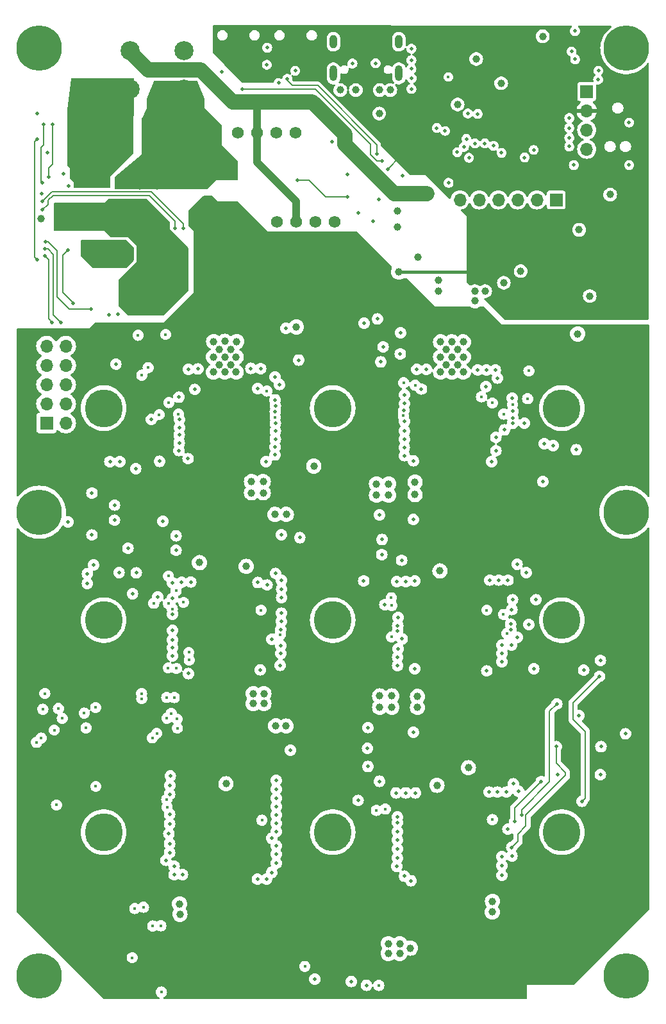
<source format=gbr>
%TF.GenerationSoftware,KiCad,Pcbnew,8.0.1*%
%TF.CreationDate,2024-09-22T21:28:56+08:00*%
%TF.ProjectId,bitaxeHex,62697461-7865-4486-9578-2e6b69636164,302*%
%TF.SameCoordinates,Original*%
%TF.FileFunction,Copper,L2,Inr*%
%TF.FilePolarity,Positive*%
%FSLAX46Y46*%
G04 Gerber Fmt 4.6, Leading zero omitted, Abs format (unit mm)*
G04 Created by KiCad (PCBNEW 8.0.1) date 2024-09-22 21:28:56*
%MOMM*%
%LPD*%
G01*
G04 APERTURE LIST*
%TA.AperFunction,ComponentPad*%
%ADD10C,0.800000*%
%TD*%
%TA.AperFunction,ComponentPad*%
%ADD11C,6.000000*%
%TD*%
%TA.AperFunction,ComponentPad*%
%ADD12C,2.520000*%
%TD*%
%TA.AperFunction,ComponentPad*%
%ADD13C,1.574800*%
%TD*%
%TA.AperFunction,ComponentPad*%
%ADD14C,5.000000*%
%TD*%
%TA.AperFunction,ComponentPad*%
%ADD15R,1.700000X1.700000*%
%TD*%
%TA.AperFunction,ComponentPad*%
%ADD16O,1.700000X1.700000*%
%TD*%
%TA.AperFunction,ComponentPad*%
%ADD17C,0.400000*%
%TD*%
%TA.AperFunction,ComponentPad*%
%ADD18O,1.000000X2.100000*%
%TD*%
%TA.AperFunction,ComponentPad*%
%ADD19O,1.000000X1.800000*%
%TD*%
%TA.AperFunction,ViaPad*%
%ADD20C,0.500000*%
%TD*%
%TA.AperFunction,ViaPad*%
%ADD21C,1.000000*%
%TD*%
%TA.AperFunction,ViaPad*%
%ADD22C,0.450000*%
%TD*%
%TA.AperFunction,Conductor*%
%ADD23C,0.200000*%
%TD*%
%TA.AperFunction,Conductor*%
%ADD24C,0.400000*%
%TD*%
%TA.AperFunction,Conductor*%
%ADD25C,2.000000*%
%TD*%
%TA.AperFunction,Conductor*%
%ADD26C,1.000000*%
%TD*%
%TA.AperFunction,Conductor*%
%ADD27C,0.300000*%
%TD*%
G04 APERTURE END LIST*
D10*
%TO.N,GND*%
%TO.C,H1*%
X51250000Y-49500000D03*
X51909010Y-47909010D03*
X51909010Y-51090990D03*
X53500000Y-47250000D03*
D11*
X53500000Y-49500000D03*
D10*
X53500000Y-51750000D03*
X55090990Y-47909010D03*
X55090990Y-51090990D03*
X55750000Y-49500000D03*
%TD*%
D12*
%TO.N,/VIN*%
%TO.C,J1*%
X65500000Y-54864000D03*
X65500000Y-49784000D03*
%TD*%
D13*
%TO.N,GND*%
%TO.C,J8*%
X79700000Y-60650000D03*
%TO.N,/VIN*%
X82240000Y-60650000D03*
%TO.N,/Fan/FAN1_TACH*%
X84780000Y-60650000D03*
%TO.N,/Fan/FAN1_PWM*%
X87320000Y-60650000D03*
%TD*%
D14*
%TO.N,*%
%TO.C,H13*%
X92250000Y-97000000D03*
%TD*%
D10*
%TO.N,N/C*%
%TO.C,H4*%
X128750000Y-172000000D03*
X129409010Y-170409010D03*
X129409010Y-173590990D03*
X131000000Y-169750000D03*
D11*
X131000000Y-172000000D03*
D10*
X131000000Y-174250000D03*
X132590990Y-170409010D03*
X132590990Y-173590990D03*
X133250000Y-172000000D03*
%TD*%
D14*
%TO.N,*%
%TO.C,H15*%
X92250000Y-153000000D03*
%TD*%
D15*
%TO.N,/5V*%
%TO.C,J6*%
X121760000Y-69500000D03*
D16*
%TO.N,GND*%
X119220000Y-69500000D03*
%TO.N,Net-(J6-Pin_3)*%
X116680000Y-69500000D03*
%TO.N,Net-(J6-Pin_4)*%
X114140000Y-69500000D03*
%TO.N,Net-(J6-Pin_5)*%
X111600000Y-69500000D03*
%TO.N,Net-(J6-Pin_6)*%
X109060000Y-69500000D03*
%TD*%
D13*
%TO.N,GND*%
%TO.C,J9*%
X84910000Y-72375000D03*
%TO.N,/VIN*%
X87450000Y-72375000D03*
%TO.N,/Fan/FAN2_TACH*%
X89990000Y-72375000D03*
%TO.N,/Fan/FAN2_PWM*%
X92530000Y-72375000D03*
%TD*%
D14*
%TO.N,*%
%TO.C,H14*%
X92250000Y-125000000D03*
%TD*%
%TO.N,*%
%TO.C,H10*%
X122500000Y-125000000D03*
%TD*%
%TO.N,*%
%TO.C,H9*%
X62000000Y-125000000D03*
%TD*%
D17*
%TO.N,GND*%
%TO.C,U3*%
X57000000Y-73030000D03*
X58400000Y-73030000D03*
X59800000Y-73030000D03*
X56000000Y-71750000D03*
X57000000Y-71750000D03*
X58400000Y-71750000D03*
X59800000Y-71750000D03*
X60800000Y-71750000D03*
X57000000Y-70470000D03*
X58400000Y-70470000D03*
X59800000Y-70470000D03*
%TD*%
D14*
%TO.N,*%
%TO.C,H12*%
X122500000Y-153000000D03*
%TD*%
%TO.N,*%
%TO.C,H8*%
X122500000Y-97000000D03*
%TD*%
%TO.N,*%
%TO.C,H7*%
X62000000Y-97000000D03*
%TD*%
D15*
%TO.N,GND*%
%TO.C,J5*%
X125800000Y-55200000D03*
D16*
%TO.N,/3V3*%
X125800000Y-57740000D03*
%TO.N,/SCL*%
X125800000Y-60280000D03*
%TO.N,/SDA*%
X125800000Y-62820000D03*
%TD*%
D10*
%TO.N,N/C*%
%TO.C,H5*%
X51250000Y-110750000D03*
X51909010Y-109159010D03*
X51909010Y-112340990D03*
X53500000Y-108500000D03*
D11*
X53500000Y-110750000D03*
D10*
X53500000Y-113000000D03*
X55090990Y-109159010D03*
X55090990Y-112340990D03*
X55750000Y-110750000D03*
%TD*%
D18*
%TO.N,GND*%
%TO.C,J7*%
X100990000Y-52800000D03*
D19*
X100990000Y-48620000D03*
D18*
X92350000Y-52800000D03*
D19*
X92350000Y-48620000D03*
%TD*%
D10*
%TO.N,GND*%
%TO.C,H2*%
X128750000Y-49500000D03*
X129409010Y-47909010D03*
X129409010Y-51090990D03*
X131000000Y-47250000D03*
D11*
X131000000Y-49500000D03*
D10*
X131000000Y-51750000D03*
X132590990Y-47909010D03*
X132590990Y-51090990D03*
X133250000Y-49500000D03*
%TD*%
%TO.N,N/C*%
%TO.C,H3*%
X51250000Y-172000000D03*
X51909010Y-170409010D03*
X51909010Y-173590990D03*
X53500000Y-169750000D03*
D11*
X53500000Y-172000000D03*
D10*
X53500000Y-174250000D03*
X55090990Y-170409010D03*
X55090990Y-173590990D03*
X55750000Y-172000000D03*
%TD*%
D14*
%TO.N,*%
%TO.C,H11*%
X62000000Y-153000000D03*
%TD*%
D10*
%TO.N,N/C*%
%TO.C,H6*%
X128750000Y-110750000D03*
X129409010Y-109159010D03*
X129409010Y-112340990D03*
X131000000Y-108500000D03*
D11*
X131000000Y-110750000D03*
D10*
X131000000Y-113000000D03*
X132590990Y-109159010D03*
X132590990Y-112340990D03*
X133250000Y-110750000D03*
%TD*%
D12*
%TO.N,GND*%
%TO.C,J2*%
X72644000Y-54864000D03*
X72644000Y-49784000D03*
%TD*%
D15*
%TO.N,unconnected-(J3-Pin_1-Pad1)*%
%TO.C,J3*%
X54450000Y-98970000D03*
D16*
%TO.N,unconnected-(J3-Pin_2-Pad2)*%
X56990000Y-98970000D03*
%TO.N,unconnected-(J3-Pin_3-Pad3)*%
X54450000Y-96430000D03*
%TO.N,unconnected-(J3-Pin_4-Pad4)*%
X56990000Y-96430000D03*
%TO.N,unconnected-(J3-Pin_5-Pad5)*%
X54450000Y-93890000D03*
%TO.N,GND*%
X56990000Y-93890000D03*
%TO.N,unconnected-(J3-Pin_7-Pad7)*%
X54450000Y-91350000D03*
%TO.N,/Power/PMB_ALRT*%
X56990000Y-91350000D03*
%TO.N,/Power/PMB_SCL*%
X54450000Y-88810000D03*
%TO.N,/Power/PMB_SDA*%
X56990000Y-88810000D03*
%TD*%
D20*
%TO.N,GND*%
X82350000Y-94425000D03*
D21*
X106200000Y-81550000D03*
D22*
X60960000Y-146950000D03*
D21*
X103500000Y-77100000D03*
D20*
X65825000Y-83275000D03*
D21*
X74422000Y-57404000D03*
D22*
X88565000Y-170715000D03*
D21*
X66800000Y-65150000D03*
X108750000Y-56900000D03*
X99850000Y-55000000D03*
X66800000Y-67625000D03*
D20*
X63200000Y-73600000D03*
D21*
X78000000Y-88180000D03*
X108750000Y-89250000D03*
D20*
X63200000Y-71200000D03*
D21*
X109500000Y-88250000D03*
X114500000Y-54100000D03*
X109500000Y-90250000D03*
D20*
X73200000Y-91875000D03*
X64200000Y-72800000D03*
D21*
X128900000Y-68800000D03*
X124800000Y-73450000D03*
X98025000Y-107000000D03*
D20*
X64200000Y-71800000D03*
D21*
X73152000Y-57404000D03*
X78000000Y-90250000D03*
D20*
X74025000Y-94527200D03*
X64125000Y-104050000D03*
X64200000Y-69800000D03*
D21*
X108000000Y-88250000D03*
D20*
X95600000Y-71250000D03*
X63900000Y-67425000D03*
D21*
X120000000Y-47900000D03*
X106500000Y-88250000D03*
X78740000Y-64516000D03*
D20*
X103350000Y-91900000D03*
X84675000Y-100025000D03*
D21*
X100800000Y-73050000D03*
X79500000Y-90250000D03*
D20*
X77600000Y-52550000D03*
X83600000Y-49400000D03*
D21*
X117072050Y-78910200D03*
X106500000Y-90250000D03*
D20*
X96400000Y-85800000D03*
D21*
X99625000Y-108500000D03*
X89750000Y-104650000D03*
X126200000Y-82200000D03*
X76500000Y-92250000D03*
X78750000Y-89250000D03*
X72898000Y-67564000D03*
D20*
X69700000Y-78875000D03*
D21*
X107250000Y-89250000D03*
X77250000Y-91250000D03*
X73406000Y-59200000D03*
D20*
X63200000Y-70000000D03*
D21*
X98025000Y-108500000D03*
D20*
X103969851Y-94471388D03*
X117575000Y-98975000D03*
X124425000Y-102500000D03*
D21*
X106200000Y-80100000D03*
X114850000Y-80450000D03*
X111200000Y-50900000D03*
D20*
X116000000Y-99020000D03*
X101175000Y-89850000D03*
D21*
X107250000Y-91250000D03*
X78750000Y-91250000D03*
X106500000Y-92250000D03*
X71882000Y-57404000D03*
D20*
X72000000Y-99550000D03*
D21*
X108000000Y-92250000D03*
X78000000Y-92250000D03*
X78950000Y-65600000D03*
X71375000Y-67600000D03*
X69075000Y-67625000D03*
D20*
X65800000Y-82325000D03*
D21*
X74422000Y-59182000D03*
X77250000Y-89250000D03*
D20*
X69700000Y-80000000D03*
D21*
X66825000Y-66400000D03*
X99625000Y-107000000D03*
D20*
X112498672Y-94158672D03*
D21*
X87437500Y-86275000D03*
D20*
X65825000Y-84225000D03*
D21*
X71374000Y-59182000D03*
D20*
X63200000Y-72400000D03*
X64200000Y-70800000D03*
D21*
X72390000Y-59182000D03*
X76500000Y-90250000D03*
X84625000Y-111025000D03*
X93250000Y-55000000D03*
X79550000Y-88220000D03*
D20*
X82725000Y-91775000D03*
D21*
X100775000Y-70975000D03*
D20*
X94225000Y-66175000D03*
D22*
X60940000Y-136530000D03*
D21*
X76530000Y-88210000D03*
D20*
X131400000Y-59300000D03*
X85100000Y-54050000D03*
D21*
X108000000Y-90250000D03*
D20*
X120000000Y-106700000D03*
D21*
X70612000Y-57404000D03*
D20*
X65850000Y-78850000D03*
X87750000Y-90650000D03*
D21*
X98400000Y-58100000D03*
D20*
X101725000Y-100000000D03*
D21*
X124600000Y-87200000D03*
D20*
X64200000Y-73800000D03*
D21*
X108750000Y-91250000D03*
X68072000Y-60198000D03*
X109500000Y-92250000D03*
D20*
X63425000Y-109800000D03*
D21*
X86125000Y-111025000D03*
D20*
X112550000Y-91975000D03*
D21*
X79500000Y-92250000D03*
D20*
%TO.N,/VDD*%
X75975000Y-82300000D03*
D21*
X108000000Y-157750000D03*
X77825000Y-84200000D03*
X78750000Y-158750000D03*
X108750000Y-158750000D03*
X105750000Y-158750000D03*
X76454000Y-72390000D03*
X109500000Y-159750000D03*
X80025000Y-84175000D03*
X81475000Y-78325000D03*
X108000000Y-159750000D03*
X79225000Y-79175000D03*
X76500000Y-159750000D03*
X81475000Y-76050000D03*
X107250000Y-160750000D03*
X78925000Y-84175000D03*
X78750000Y-160750000D03*
X81975000Y-81400000D03*
D20*
X124780000Y-140100000D03*
D21*
X81475000Y-73725000D03*
X78000000Y-159750000D03*
D20*
X124080000Y-131600000D03*
D21*
X109500000Y-157750000D03*
D20*
X124130000Y-146370000D03*
D21*
X106500000Y-159750000D03*
X76500000Y-157750000D03*
X106500000Y-157750000D03*
X110250000Y-158750000D03*
X108750000Y-160750000D03*
X77250000Y-160750000D03*
X79250000Y-75000000D03*
X79150000Y-81725000D03*
X79500000Y-159750000D03*
D20*
X74875000Y-78875000D03*
D21*
X75750000Y-158750000D03*
X79500000Y-157750000D03*
X77000000Y-78350000D03*
D20*
X74900000Y-80000000D03*
X75975000Y-84175000D03*
D21*
X80850000Y-83375000D03*
X77550000Y-71150000D03*
X78000000Y-157750000D03*
X75050000Y-72050000D03*
X77400000Y-73350000D03*
X77250000Y-158750000D03*
X107250000Y-158750000D03*
X81625000Y-82525000D03*
X79000000Y-71150000D03*
D20*
X94725000Y-80150000D03*
D21*
X75200000Y-73950000D03*
X77000000Y-76150000D03*
D20*
X75975000Y-83225000D03*
D21*
X73850000Y-72100000D03*
X80250000Y-158750000D03*
D20*
%TO.N,/ESP32/EN*%
X102650000Y-49550000D03*
X124275000Y-50938100D03*
X87300000Y-52450000D03*
%TO.N,/5V*%
X96350000Y-119800000D03*
X96900000Y-139175000D03*
X98150000Y-85225000D03*
X98725000Y-116325000D03*
X96850000Y-141925000D03*
X98425000Y-111100000D03*
X98900000Y-88895000D03*
D21*
X111050000Y-82800000D03*
X111050000Y-81550000D03*
X112400000Y-81550000D03*
D20*
X95600000Y-148800000D03*
X98587500Y-90900000D03*
X98775000Y-114348100D03*
X92175000Y-61850000D03*
X96900000Y-144325000D03*
%TO.N,/3V3*%
X80050000Y-53250000D03*
D21*
X106200000Y-49100000D03*
X126300000Y-69200000D03*
D20*
X130300000Y-55700000D03*
D22*
X59670000Y-139220000D03*
D20*
X87550000Y-66925000D03*
D22*
X55770000Y-149400000D03*
D21*
X125200000Y-84600000D03*
D22*
X59430000Y-137270000D03*
D20*
X99550000Y-65425000D03*
D22*
X53120000Y-141130000D03*
D21*
X121322050Y-77710200D03*
D20*
X106100000Y-67100000D03*
X87775000Y-53350000D03*
X94200000Y-69125000D03*
D21*
X100975000Y-79025000D03*
D22*
%TO.N,/SCL*%
X65770000Y-169560000D03*
D20*
X96700000Y-173200000D03*
D22*
X54230000Y-134680000D03*
D20*
X94700000Y-172700000D03*
X62725000Y-84650000D03*
X89900000Y-172400000D03*
X118800000Y-62900000D03*
X98126900Y-63401537D03*
X86250000Y-53525000D03*
D22*
X98340000Y-173230000D03*
X55470000Y-139510000D03*
D20*
%TO.N,Net-(U3-BP1V5)*%
X53250000Y-61450000D03*
X53225000Y-77375000D03*
%TO.N,Net-(U3-AVIN)*%
X56725000Y-66050000D03*
%TO.N,Net-(U3-VDD5)*%
X57350000Y-67675000D03*
%TO.N,Net-(U3-VOSNS)*%
X53900000Y-69725000D03*
X72500000Y-73250000D03*
%TO.N,/ESP32/P_TX*%
X127350000Y-52450000D03*
%TO.N,/ESP32/P_RX*%
X127300000Y-53600000D03*
%TO.N,/ESP32/IO0*%
X83550000Y-51650000D03*
X124250000Y-47200000D03*
X124100000Y-64900000D03*
X131400000Y-64900000D03*
%TO.N,/Power/PGOOD*%
X60325000Y-83875000D03*
X107550000Y-67250000D03*
X98325000Y-69400000D03*
X101450000Y-66275000D03*
X54300000Y-75025000D03*
%TO.N,Net-(U3-GOSNS)*%
X53875000Y-70825000D03*
X71425000Y-73250000D03*
%TO.N,/SDA*%
X63900000Y-84600000D03*
D22*
X53750000Y-140560000D03*
X53970000Y-136760000D03*
D20*
X98775000Y-64375000D03*
X80300000Y-54897600D03*
X117600000Y-63900000D03*
D22*
X69630000Y-174100000D03*
D20*
%TO.N,Net-(U12-VDD3_0)*%
X101700000Y-103275000D03*
X84625000Y-103175000D03*
%TO.N,Net-(U13-INV_CLKO)*%
X85475000Y-119725000D03*
%TO.N,Net-(U13-CLKO)*%
X85365000Y-126220000D03*
X100827160Y-126423085D03*
%TO.N,Net-(U12-VDD2_0)*%
X101700000Y-102200000D03*
X84650000Y-102150000D03*
%TO.N,/NRSTI*%
X116046777Y-98318355D03*
%TO.N,/RO*%
X115975000Y-95675000D03*
D22*
%TO.N,/CI*%
X116000000Y-96510000D03*
X118160000Y-92080000D03*
X118000000Y-95750000D03*
D20*
%TO.N,Net-(U12-VDD1_0)*%
X84676432Y-101098465D03*
X101725000Y-101100000D03*
%TO.N,Net-(U12-VDD1_1)*%
X71975000Y-100530000D03*
%TO.N,Net-(U12-VDD2_1)*%
X71975000Y-101600000D03*
%TO.N,Net-(U12-VDD3_1)*%
X71950000Y-102590000D03*
%TO.N,Net-(U18-VDD1_0)*%
X114600000Y-128300000D03*
%TO.N,Net-(U18-VDD2_0)*%
X114600000Y-129400000D03*
%TO.N,Net-(U18-VDD3_0)*%
X114600000Y-130500000D03*
D21*
%TO.N,/VIN*%
X60725000Y-61300000D03*
X59475000Y-67350000D03*
X102800000Y-68675000D03*
X60725000Y-67300000D03*
X58400000Y-59300000D03*
X58400000Y-65300000D03*
X58400000Y-63300000D03*
X103900000Y-68675000D03*
X105000000Y-68675000D03*
X60725000Y-59300000D03*
X60725000Y-65300000D03*
X58400000Y-61300000D03*
X60725000Y-63300000D03*
D20*
%TO.N,Net-(U3-VSEL)*%
X53875000Y-67225000D03*
X54075000Y-59575000D03*
%TO.N,Net-(J6-Pin_4)*%
X113500000Y-62350000D03*
%TO.N,Net-(J6-Pin_6)*%
X111050000Y-62047600D03*
%TO.N,Net-(J6-Pin_3)*%
X114550000Y-63300000D03*
%TO.N,Net-(J6-Pin_5)*%
X112350000Y-62047600D03*
%TO.N,Net-(U25-VDD1_1)*%
X100700000Y-157500000D03*
X84200000Y-158300000D03*
%TO.N,Net-(U25-VDD2_1)*%
X83500000Y-159200000D03*
X101700000Y-158800000D03*
%TO.N,Net-(U25-VDD3_1)*%
X82300000Y-159200000D03*
X102600000Y-159400000D03*
%TO.N,Net-(U6-GPIO6{slash}TOUCH6{slash}ADC1_CH5)*%
X102700000Y-53450000D03*
%TO.N,/ESP32/ASIC_RST*%
X109900000Y-61450000D03*
%TO.N,/ESP32/ESP32_TX*%
X107100000Y-60400000D03*
%TO.N,/ESP32/ESP32_RX*%
X106000000Y-60000000D03*
%TO.N,Net-(U6-GPIO7{slash}TOUCH7{slash}ADC1_CH6)*%
X102650000Y-54850000D03*
%TO.N,Net-(U6-GPIO8{slash}TOUCH8{slash}ADC1_CH7{slash}SUBSPICS1)*%
X110100000Y-58100000D03*
%TO.N,Net-(J7-CC1)*%
X97920000Y-51460000D03*
%TO.N,Net-(J7-CC2)*%
X94860000Y-51500000D03*
%TO.N,/Power/PMB_ALRT*%
X57245199Y-76145199D03*
X57975000Y-83125000D03*
%TO.N,Net-(U6-GPIO9{slash}TOUCH9{slash}ADC1_CH8{slash}FSPIHD{slash}SUBSPIHD)*%
X111400000Y-58147600D03*
%TO.N,Net-(U18-CLKO)*%
X115790000Y-126220000D03*
%TO.N,Net-(U12-INV_CLKO)*%
X84625000Y-92875000D03*
%TO.N,Net-(U12-CLKO)*%
X71950000Y-95550000D03*
%TO.N,Net-(U18-INV_CLKO)*%
X116600000Y-117600000D03*
%TO.N,Net-(U25-INV_CLKO)*%
X116100000Y-146600000D03*
%TO.N,Net-(U6-GPIO12{slash}TOUCH12{slash}ADC2_CH1{slash}FSPICLK{slash}FSPIIO6{slash}SUBSPICLK)*%
X110250000Y-63950000D03*
%TO.N,Net-(U6-GPIO14{slash}TOUCH14{slash}ADC2_CH3{slash}FSPIWP{slash}FSPIDQS{slash}SUBSPIWP)*%
X109600000Y-62500000D03*
%TO.N,Net-(U6-SPIIO6{slash}GPIO35{slash}FSPID{slash}SUBSPID)*%
X123500000Y-62448100D03*
%TO.N,Net-(U6-SPIIO7{slash}GPIO36{slash}FSPICLK{slash}SUBSPICLK)*%
X123500000Y-61300000D03*
%TO.N,Net-(U6-SPIDQS{slash}GPIO37{slash}FSPIQ{slash}SUBSPIQ)*%
X123500000Y-60000000D03*
%TO.N,Net-(U6-GPIO38{slash}FSPIWP{slash}SUBSPIWP)*%
X123500000Y-58700000D03*
D21*
%TO.N,Net-(J7-VBUS-PadA4)*%
X98450000Y-55000000D03*
X95300000Y-55000000D03*
D20*
%TO.N,Net-(U13-VDD3_1)*%
X71100000Y-129700000D03*
%TO.N,Net-(U13-VDD2_1)*%
X71100000Y-128600000D03*
%TO.N,Net-(U13-VDD1_1)*%
X71090000Y-127590000D03*
%TO.N,Net-(U3-MSEL1)*%
X53850000Y-68675000D03*
%TO.N,/ESP32/VDD_SAMPLE*%
X123800000Y-49900000D03*
%TO.N,/Power/SW*%
X65025000Y-75575000D03*
X65075000Y-77500000D03*
X61675000Y-76675000D03*
X65050000Y-76550000D03*
X59650000Y-75775000D03*
X61025000Y-75750000D03*
X60300000Y-76675000D03*
%TO.N,Net-(U3-MSEL2)*%
X55275000Y-59575000D03*
X54750000Y-66475000D03*
D21*
%TO.N,/Power/AGND*%
X53700000Y-72000000D03*
D20*
X53175000Y-58075000D03*
X54550000Y-63250000D03*
%TO.N,/Power/PMB_SCL*%
X54250718Y-76926555D03*
X55175000Y-85675000D03*
%TO.N,/Power/PMB_SDA*%
X54225000Y-75975000D03*
X56325000Y-85675000D03*
%TO.N,/SMB_ALRT*%
X108700000Y-63200000D03*
X97550000Y-72350000D03*
X63600000Y-91175000D03*
%TO.N,Net-(U28-VDD1_0)*%
X114925000Y-99875000D03*
%TO.N,Net-(U28-VDD2_0)*%
X113800000Y-100875000D03*
%TO.N,/BM1368-1/1V2*%
X74450000Y-91825000D03*
X121375000Y-101950000D03*
X111400000Y-91950000D03*
X101200000Y-87050000D03*
X86050000Y-86475000D03*
X104625000Y-91875000D03*
X81450000Y-91750000D03*
%TO.N,Net-(U28-VDD3_0)*%
X113800000Y-102600000D03*
D21*
%TO.N,/BM1368-1/VDD1*%
X83075000Y-108175000D03*
D20*
X101430000Y-127470000D03*
X84700000Y-118825000D03*
X102900000Y-111700000D03*
X125400000Y-131600000D03*
X71100000Y-126350000D03*
X84220000Y-127510000D03*
X57300000Y-112025000D03*
X69825000Y-111950000D03*
D21*
X80825000Y-117895000D03*
X81525000Y-108175000D03*
D20*
X100700000Y-119900000D03*
D21*
X100050000Y-136500000D03*
X83075000Y-106700000D03*
D20*
X73150000Y-103675000D03*
D21*
X74650000Y-117400000D03*
X86100000Y-138975000D03*
D20*
X71550000Y-115775000D03*
X113225000Y-104050000D03*
D21*
X100050000Y-135000000D03*
X84725000Y-138950000D03*
D20*
X115400000Y-119700000D03*
X102900000Y-103950000D03*
D21*
X103125000Y-106750000D03*
X98450000Y-136500000D03*
D20*
X115900000Y-128300000D03*
D21*
X98450000Y-135000000D03*
D20*
X87900000Y-114100000D03*
X71100000Y-120050000D03*
X101350000Y-117075000D03*
D21*
X103125000Y-108425000D03*
X106425000Y-118500000D03*
X81525000Y-106700000D03*
D20*
X83430000Y-104050000D03*
X124780000Y-137600000D03*
%TO.N,/BM1368-2/0V8*%
X72300000Y-120000000D03*
X114200000Y-119700000D03*
X83575000Y-120350000D03*
X101900000Y-119900000D03*
%TO.N,/BM1368-2/1V2*%
X82375000Y-120025000D03*
X73500000Y-119950000D03*
X113000000Y-119700000D03*
X85450000Y-113700000D03*
X103100000Y-119800000D03*
%TO.N,/BM1368-2/VDD2*%
X115200000Y-147700000D03*
X115920000Y-156140000D03*
D21*
X81750000Y-134700000D03*
D20*
X102900000Y-139775000D03*
X73175000Y-132050000D03*
D21*
X99600000Y-167700000D03*
D20*
X100600000Y-147800000D03*
X103100000Y-131400000D03*
X84800000Y-157100000D03*
D21*
X106025000Y-146800000D03*
D20*
X62825000Y-104050000D03*
D21*
X101100000Y-167700000D03*
D20*
X70200000Y-156700000D03*
D21*
X99600000Y-169000000D03*
X101100000Y-169000000D03*
D20*
X100800000Y-156400000D03*
D21*
X110175000Y-144475000D03*
X83150000Y-136000000D03*
D20*
X130925000Y-140000000D03*
X112600000Y-131700000D03*
D21*
X103450000Y-136525000D03*
X113350000Y-162125000D03*
D20*
X63425000Y-111800000D03*
X86675000Y-142175000D03*
D21*
X103450000Y-135075000D03*
X72075000Y-163825000D03*
X102500000Y-168300000D03*
D20*
X98425000Y-146275000D03*
D21*
X81750000Y-136000000D03*
D20*
X82700000Y-131550000D03*
D21*
X78150000Y-146600000D03*
X72025000Y-162475000D03*
X113325000Y-163525000D03*
X83150000Y-134700000D03*
D20*
X70700000Y-148000000D03*
X64025000Y-118700000D03*
X84800000Y-148500000D03*
%TO.N,Net-(U13-VDD3_0)*%
X100825000Y-131000000D03*
X85325000Y-130950000D03*
%TO.N,Net-(U13-VDD2_0)*%
X100825000Y-129875000D03*
X85400000Y-129400000D03*
%TO.N,Net-(U13-VDD1_0)*%
X85400000Y-128350000D03*
X100875000Y-128800000D03*
%TO.N,Net-(U25-VDD1_0)*%
X114600000Y-156200000D03*
%TO.N,Net-(U25-VDD2_0)*%
X114600000Y-157400000D03*
%TO.N,/BM1368-3/0V8*%
X114000000Y-147700000D03*
X70725000Y-146800000D03*
X84800000Y-147300000D03*
X101900000Y-147800000D03*
%TO.N,/BM1368-3/1V2*%
X103200000Y-147800000D03*
X70800000Y-145575000D03*
X84775000Y-146125000D03*
X112900000Y-147700000D03*
%TO.N,Net-(U25-VDD3_0)*%
X114620000Y-158700000D03*
%TO.N,Net-(U27-VDD3_1)*%
X72400000Y-158600000D03*
%TO.N,Net-(U27-VDD2_1)*%
X71300000Y-158600000D03*
%TO.N,Net-(U27-VDD1_1)*%
X71300000Y-157500000D03*
D22*
%TO.N,/BM1368-1/TEMP_N1*%
X101620000Y-93650000D03*
%TO.N,/BM1368-1/TEMP_P1*%
X103150000Y-93990000D03*
%TO.N,/BM1368-1/TEMP_P2*%
X67040000Y-92640000D03*
%TO.N,/BM1368-1/TEMP_N2*%
X67870000Y-91650000D03*
%TO.N,/BM1368-2/TEMP_P3*%
X71620000Y-131371800D03*
X73300000Y-130260000D03*
X71566506Y-121063494D03*
%TO.N,/BM1368-2/TEMP_N3*%
X70520000Y-131290000D03*
X72550000Y-122640000D03*
X73245963Y-129252200D03*
%TO.N,/BM1368-2/TEMP_P4*%
X99990000Y-122040000D03*
%TO.N,/BM1368-2/TEMP_N4*%
X100070000Y-123070000D03*
%TO.N,/BM1368-3/TEMP_P5*%
X99190000Y-149931800D03*
%TO.N,/BM1368-3/TEMP_N5*%
X98030000Y-150120000D03*
%TO.N,/BM1368-3/TEMP_N6*%
X70380000Y-149680000D03*
%TO.N,/BM1368-3/TEMP_P6*%
X70320000Y-148670000D03*
%TO.N,/BM1368-1/BI1*%
X114844000Y-97790989D03*
X113338901Y-96318901D03*
D20*
X116050000Y-97400000D03*
%TO.N,Net-(U12-NRSTI)*%
X84675000Y-98975000D03*
X101725000Y-98750000D03*
%TO.N,/BM1368-1/CO*%
X65200000Y-115500000D03*
D22*
X71882000Y-97790000D03*
X69342000Y-97853200D03*
%TO.N,/BM1368-2/CI2*%
X68610000Y-122760000D03*
D20*
X66300000Y-118747600D03*
D22*
X71074899Y-123522262D03*
D20*
%TO.N,/BM1368-1/NRSTO*%
X72000000Y-98500000D03*
X60675000Y-117700000D03*
X68300000Y-98500000D03*
%TO.N,/BM1368-2/NRSTI2*%
X59850000Y-118850000D03*
X60450000Y-113750000D03*
X71100000Y-122100000D03*
%TO.N,Net-(U13-NRSTO)*%
X85500000Y-122025000D03*
X99140000Y-122950000D03*
D22*
%TO.N,/BM1368-1/BO*%
X70612000Y-96266000D03*
D20*
%TO.N,/BM1368-2/BI2*%
X69130000Y-121910000D03*
X59850000Y-120150000D03*
X60450000Y-108200000D03*
%TO.N,/BM1368-2/RO2*%
X66225000Y-104975000D03*
X65800000Y-121500000D03*
X71100000Y-124200000D03*
%TO.N,/BM1368-1/RI*%
X69375000Y-104025000D03*
%TO.N,/BM1368-2/CO*%
X127600000Y-145400000D03*
X118800000Y-131400000D03*
X116640000Y-127243200D03*
%TO.N,/BM1368-3/CI3*%
X127680000Y-141700000D03*
%TO.N,/BM1368-2/NRSTO*%
X119100000Y-122300000D03*
X116000000Y-122300000D03*
X122000000Y-145400000D03*
%TO.N,/BM1368-3/NRSTI3*%
X115900000Y-155000000D03*
X121780000Y-141700000D03*
%TO.N,Net-(U25-NRSTO)*%
X100800000Y-155200000D03*
X84800000Y-155900000D03*
%TO.N,/BM1368-2/BO*%
X115910000Y-123600000D03*
D22*
X115270000Y-126760000D03*
X114808494Y-124238494D03*
D20*
%TO.N,/BM1368-3/BI3*%
X121842500Y-136037500D03*
X117200000Y-150720000D03*
%TO.N,/BM1368-3/RO3*%
X127500000Y-132400000D03*
X125200000Y-148900000D03*
X115400000Y-152600000D03*
%TO.N,/BM1368-2/RI*%
X127600000Y-130300000D03*
X118140000Y-125550000D03*
X115744726Y-125518256D03*
D22*
%TO.N,Net-(U28-LITE_PAD)*%
X111900000Y-95506200D03*
%TO.N,Net-(U12-LITE_PAD)*%
X83557165Y-94747166D03*
%TO.N,Net-(U13-LITE_PAD)*%
X82790000Y-123670000D03*
%TO.N,Net-(U18-LITE_PAD)*%
X112605237Y-123668766D03*
%TO.N,Net-(U27-LITE_PAD)*%
X82900000Y-151407800D03*
%TO.N,Net-(U25-LITE_PAD)*%
X113340000Y-151320000D03*
%TO.N,/ESP32/ALERT_TEMP*%
X66550000Y-87380000D03*
X56010000Y-136660002D03*
D20*
X102650000Y-51050000D03*
D22*
%TO.N,/ESP32/OVERT_TEMP*%
X70180000Y-87270000D03*
X56520000Y-137960002D03*
X107520000Y-53270000D03*
D20*
X102650000Y-52200000D03*
%TO.N,Net-(U28-ROSC_SEL)*%
X114025000Y-93025000D03*
%TO.N,Net-(U28-INV_CLKO)*%
X113725000Y-91950000D03*
%TO.N,Net-(U12-ROSC_SEL)*%
X85200000Y-93875000D03*
%TO.N,Net-(U18-ROSC_SEL)*%
X117800000Y-118700000D03*
%TO.N,Net-(U13-ROSC_SEL)*%
X85500000Y-120875000D03*
%TO.N,Net-(U25-ROSC_SEL)*%
X116800000Y-147600000D03*
%TO.N,Net-(U27-ROSC_SEL)*%
X84800000Y-150700000D03*
%TO.N,Net-(U27-INV_CLKO)*%
X84800000Y-149600000D03*
%TO.N,/BM1368-3/NRSTO3*%
X70700000Y-155700000D03*
%TO.N,/BM1368-3/BO3*%
X70700000Y-154500000D03*
%TO.N,/BM1368-3/RI3*%
X70610000Y-153200000D03*
%TO.N,/BM1368-3/CLKO3*%
X70700000Y-151900000D03*
%TO.N,/BM1368-3/CO3*%
X70700000Y-150600000D03*
%TO.N,Net-(U12-BI)*%
X84650000Y-95900000D03*
X101725000Y-95225000D03*
%TO.N,Net-(U12-CLKI)*%
X84675000Y-96665000D03*
X101725000Y-96400000D03*
%TO.N,Net-(U12-RO)*%
X101622500Y-97320000D03*
X84660000Y-97480000D03*
D22*
%TO.N,Net-(U12-CI)*%
X84650000Y-98190000D03*
X101580000Y-98000000D03*
D20*
%TO.N,/BM1368-2/CLKI2*%
X71550000Y-113850000D03*
D22*
%TO.N,Net-(U13-BO)*%
X100010000Y-127210000D03*
X85336289Y-126897594D03*
D20*
%TO.N,Net-(U13-RI)*%
X100840000Y-125720000D03*
X85450000Y-125150000D03*
%TO.N,Net-(U13-CO)*%
X85475000Y-124075000D03*
X100900000Y-124625000D03*
%TO.N,/BM1368-1/CLKI1*%
X120200000Y-101700000D03*
%TO.N,/BM1368-3/CLKI3*%
X116300000Y-151600000D03*
X119800000Y-146300000D03*
%TO.N,Net-(U25-CLKO)*%
X84800000Y-152900000D03*
X100800000Y-151700000D03*
%TO.N,Net-(U25-CO)*%
X84800000Y-154800000D03*
X100800000Y-154000000D03*
%TO.N,Net-(U25-RI)*%
X100800000Y-152900000D03*
X84200000Y-153800000D03*
%TO.N,Net-(U25-BO)*%
X84800000Y-151800000D03*
X100800000Y-150996797D03*
D22*
%TO.N,Net-(U20-DXN1)*%
X67030089Y-135352894D03*
X66110000Y-163080000D03*
%TO.N,Net-(U20-DXP1)*%
X67260000Y-162910000D03*
X67010000Y-134700000D03*
%TO.N,Net-(U20-DXP2)*%
X70550000Y-119170000D03*
X70530000Y-122800000D03*
%TO.N,Net-(U20-DXP3)*%
X71310000Y-135210000D03*
X70920000Y-137310000D03*
%TO.N,Net-(U20-DXN3)*%
X70350000Y-137940000D03*
X70330000Y-135200000D03*
%TO.N,Net-(U20-DXN4)*%
X71730000Y-139250000D03*
X71710000Y-138050000D03*
%TO.N,Net-(U20-DXP5)*%
X69010000Y-139930000D03*
X69540000Y-165350000D03*
%TO.N,Net-(U20-DXN5)*%
X68480000Y-165370000D03*
X68420000Y-140540000D03*
%TD*%
D23*
%TO.N,/3V3*%
X89125000Y-66925000D02*
X87550000Y-66925000D01*
X99550000Y-65425000D02*
X101175000Y-63800000D01*
X94200000Y-69125000D02*
X91325000Y-69125000D01*
X91325000Y-69125000D02*
X89125000Y-66925000D01*
D24*
X100975000Y-79025000D02*
X110500000Y-79025000D01*
D23*
%TO.N,/SCL*%
X86250000Y-53700000D02*
X86250000Y-53525000D01*
X98126900Y-62236900D02*
X90290000Y-54400000D01*
X98126900Y-63401537D02*
X98126900Y-62236900D01*
X90290000Y-54400000D02*
X86950000Y-54400000D01*
X86950000Y-54400000D02*
X86250000Y-53700000D01*
%TO.N,Net-(U3-BP1V5)*%
X52875000Y-77025000D02*
X52875000Y-61825000D01*
X53225000Y-77375000D02*
X52875000Y-77025000D01*
X52875000Y-61825000D02*
X53250000Y-61450000D01*
%TO.N,Net-(U3-VOSNS)*%
X72500000Y-73250000D02*
X72500000Y-72616902D01*
X55185000Y-68440000D02*
X53900000Y-69725000D01*
X68323098Y-68440000D02*
X55185000Y-68440000D01*
X72500000Y-72616902D02*
X68323098Y-68440000D01*
%TO.N,/Power/PGOOD*%
X54670730Y-75025000D02*
X54300000Y-75025000D01*
X55870000Y-76224270D02*
X54670730Y-75025000D01*
X55870000Y-82295000D02*
X55870000Y-76224270D01*
X60325000Y-83875000D02*
X57450000Y-83875000D01*
X57450000Y-83875000D02*
X55870000Y-82295000D01*
%TO.N,Net-(U3-GOSNS)*%
X55335100Y-68902400D02*
X54675000Y-69562500D01*
X71425000Y-73250000D02*
X71425000Y-72300000D01*
X68027400Y-68902400D02*
X55335100Y-68902400D01*
X54675000Y-69562500D02*
X54675000Y-70075000D01*
X54675000Y-70075000D02*
X53925000Y-70825000D01*
X53925000Y-70825000D02*
X53875000Y-70825000D01*
X71425000Y-72300000D02*
X68027400Y-68902400D01*
%TO.N,/SDA*%
X97225000Y-62200000D02*
X97225000Y-63475000D01*
X89925000Y-54900000D02*
X97225000Y-62200000D01*
X97225000Y-63475000D02*
X98125000Y-64375000D01*
X80302400Y-54900000D02*
X89925000Y-54900000D01*
X98125000Y-64375000D02*
X98775000Y-64375000D01*
X80300000Y-54897600D02*
X80302400Y-54900000D01*
D25*
%TO.N,/VIN*%
X104725000Y-68675000D02*
X100500000Y-68675000D01*
D26*
X82240000Y-64490000D02*
X87450000Y-69700000D01*
D25*
X67840000Y-52324000D02*
X74824000Y-52324000D01*
X74824000Y-52324000D02*
X79050000Y-56550000D01*
X89550000Y-56550000D02*
X93825000Y-60825000D01*
X65500000Y-49984000D02*
X67840000Y-52324000D01*
D26*
X82240000Y-60650000D02*
X82240000Y-64490000D01*
D25*
X65500000Y-49784000D02*
X65500000Y-49984000D01*
D26*
X87450000Y-69700000D02*
X87450000Y-72375000D01*
D25*
X93825000Y-62150000D02*
X100350000Y-68675000D01*
X93825000Y-60825000D02*
X93825000Y-62150000D01*
X82200000Y-56550000D02*
X89550000Y-56550000D01*
X79050000Y-56550000D02*
X82200000Y-56550000D01*
D26*
X82240000Y-60650000D02*
X82240000Y-56590000D01*
D25*
X100350000Y-68675000D02*
X100500000Y-68675000D01*
D27*
X82240000Y-56590000D02*
X82200000Y-56550000D01*
D23*
%TO.N,Net-(U3-VSEL)*%
X53875000Y-67225000D02*
X53750000Y-67100000D01*
X53750000Y-62575000D02*
X54075000Y-62250000D01*
X54075000Y-62250000D02*
X54075000Y-59575000D01*
X53750000Y-67100000D02*
X53750000Y-62575000D01*
%TO.N,/Power/PMB_ALRT*%
X56590000Y-81690000D02*
X57975000Y-83075000D01*
X57975000Y-83075000D02*
X57975000Y-83125000D01*
X57245199Y-76145199D02*
X56590000Y-76800398D01*
X56590000Y-76800398D02*
X56590000Y-81690000D01*
%TO.N,Net-(U3-MSEL2)*%
X54750000Y-65325000D02*
X54750000Y-66475000D01*
X55275000Y-59575000D02*
X55275000Y-64800000D01*
X55275000Y-64800000D02*
X54750000Y-65325000D01*
%TO.N,/Power/PMB_SCL*%
X55175000Y-85675000D02*
X54710000Y-85210000D01*
X54710000Y-85210000D02*
X54710000Y-77385837D01*
X54710000Y-77385837D02*
X54250718Y-76926555D01*
%TO.N,/Power/PMB_SDA*%
X55360000Y-84710000D02*
X55360000Y-76712367D01*
X55360000Y-76712367D02*
X54622633Y-75975000D01*
X54622633Y-75975000D02*
X54225000Y-75975000D01*
X56325000Y-85675000D02*
X55360000Y-84710000D01*
%TO.N,/BM1368-3/NRSTI3*%
X115900000Y-155000000D02*
X116700000Y-154200000D01*
X117760000Y-152160000D02*
X117760000Y-150740000D01*
X117760000Y-150740000D02*
X123000000Y-145500000D01*
X123000000Y-145100000D02*
X121780000Y-143880000D01*
X116700000Y-153220000D02*
X117760000Y-152160000D01*
X123000000Y-145500000D02*
X123000000Y-145100000D01*
X116700000Y-154200000D02*
X116700000Y-153220000D01*
X121780000Y-143880000D02*
X121780000Y-141700000D01*
%TO.N,/BM1368-3/BI3*%
X120900000Y-146300000D02*
X120900000Y-136980000D01*
X120900000Y-136980000D02*
X121842500Y-136037500D01*
X117200000Y-150720000D02*
X117200000Y-150000000D01*
X117200000Y-150000000D02*
X120900000Y-146300000D01*
%TO.N,/BM1368-3/RO3*%
X124000000Y-135900000D02*
X124000000Y-138100000D01*
X125600000Y-148500000D02*
X125200000Y-148900000D01*
X125600000Y-139700000D02*
X125600000Y-148500000D01*
X127500000Y-132400000D02*
X124000000Y-135900000D01*
X124000000Y-138100000D02*
X125600000Y-139700000D01*
%TO.N,/BM1368-3/CLKI3*%
X119800000Y-146300000D02*
X116300000Y-149800000D01*
X116300000Y-149800000D02*
X116300000Y-151600000D01*
%TD*%
%TA.AperFunction,Conductor*%
%TO.N,/Power/SW*%
G36*
X62921885Y-74801262D02*
G01*
X62926381Y-74801908D01*
X62951362Y-74805500D01*
X64979138Y-74805500D01*
X65046177Y-74825185D01*
X65066819Y-74841819D01*
X65933181Y-75708181D01*
X65966666Y-75769504D01*
X65969500Y-75795862D01*
X65969500Y-77454138D01*
X65949815Y-77521177D01*
X65933181Y-77541819D01*
X65036319Y-78438681D01*
X64974996Y-78472166D01*
X64948638Y-78475000D01*
X60601362Y-78475000D01*
X60534323Y-78455315D01*
X60513681Y-78438681D01*
X58986319Y-76911319D01*
X58952834Y-76849996D01*
X58950000Y-76823638D01*
X58950000Y-74924000D01*
X58969685Y-74856961D01*
X59022489Y-74811206D01*
X59074000Y-74800000D01*
X62904239Y-74800000D01*
X62921885Y-74801262D01*
G37*
%TD.AperFunction*%
%TD*%
%TA.AperFunction,Conductor*%
%TO.N,/3V3*%
G36*
X123743919Y-46489836D02*
G01*
X123810919Y-46509648D01*
X123856574Y-46562539D01*
X123866386Y-46631716D01*
X123837241Y-46695216D01*
X123825909Y-46706651D01*
X123759518Y-46765468D01*
X123669781Y-46895475D01*
X123669780Y-46895476D01*
X123613762Y-47043181D01*
X123594722Y-47199999D01*
X123594722Y-47200000D01*
X123613762Y-47356818D01*
X123669780Y-47504523D01*
X123759517Y-47634530D01*
X123877760Y-47739283D01*
X123887302Y-47744291D01*
X124017634Y-47812696D01*
X124171014Y-47850500D01*
X124171015Y-47850500D01*
X124328985Y-47850500D01*
X124482365Y-47812696D01*
X124622240Y-47739283D01*
X124740483Y-47634530D01*
X124830220Y-47504523D01*
X124886237Y-47356818D01*
X124905278Y-47200000D01*
X124892398Y-47093918D01*
X124886237Y-47043181D01*
X124864992Y-46987164D01*
X124830220Y-46895477D01*
X124740483Y-46765470D01*
X124676263Y-46708577D01*
X124639137Y-46649388D01*
X124639905Y-46579523D01*
X124678322Y-46521163D01*
X124742193Y-46492838D01*
X124758721Y-46491762D01*
X128959955Y-46499734D01*
X129026957Y-46519546D01*
X129072612Y-46572437D01*
X129082424Y-46641614D01*
X129053279Y-46705114D01*
X129034762Y-46722449D01*
X128795342Y-46904452D01*
X128795330Y-46904462D01*
X128527626Y-47158044D01*
X128288909Y-47439083D01*
X128081979Y-47744282D01*
X128081973Y-47744291D01*
X127909261Y-48070061D01*
X127909255Y-48070073D01*
X127772770Y-48412628D01*
X127772768Y-48412634D01*
X127674128Y-48767905D01*
X127674122Y-48767931D01*
X127614470Y-49131786D01*
X127614469Y-49131799D01*
X127614469Y-49131801D01*
X127610866Y-49198264D01*
X127594506Y-49499997D01*
X127594506Y-49500002D01*
X127599683Y-49595477D01*
X127612643Y-49834528D01*
X127614469Y-49868196D01*
X127614470Y-49868213D01*
X127674122Y-50232068D01*
X127674128Y-50232094D01*
X127772768Y-50587365D01*
X127772770Y-50587371D01*
X127772772Y-50587377D01*
X127772773Y-50587379D01*
X127791180Y-50633577D01*
X127909255Y-50929926D01*
X127909261Y-50929938D01*
X128081973Y-51255708D01*
X128081976Y-51255713D01*
X128081978Y-51255716D01*
X128114160Y-51303181D01*
X128288909Y-51560916D01*
X128523676Y-51837304D01*
X128527627Y-51841956D01*
X128795330Y-52095538D01*
X129088881Y-52318690D01*
X129404838Y-52508795D01*
X129404840Y-52508796D01*
X129404842Y-52508797D01*
X129404846Y-52508799D01*
X129616711Y-52606818D01*
X129739497Y-52663625D01*
X130088934Y-52781364D01*
X130449052Y-52860632D01*
X130815630Y-52900500D01*
X130815636Y-52900500D01*
X131184364Y-52900500D01*
X131184370Y-52900500D01*
X131550948Y-52860632D01*
X131911066Y-52781364D01*
X132260503Y-52663625D01*
X132595162Y-52508795D01*
X132911119Y-52318690D01*
X133204670Y-52095538D01*
X133472373Y-51841956D01*
X133711090Y-51560917D01*
X133773367Y-51469064D01*
X133827281Y-51424624D01*
X133896663Y-51416386D01*
X133959485Y-51446966D01*
X133995801Y-51506657D01*
X134000000Y-51538652D01*
X134000000Y-85201000D01*
X133980315Y-85268039D01*
X133927511Y-85313794D01*
X133876000Y-85325000D01*
X115001182Y-85325000D01*
X114934143Y-85305315D01*
X114913719Y-85288899D01*
X114892755Y-85268039D01*
X112274151Y-82662398D01*
X112240515Y-82601159D01*
X112245326Y-82531455D01*
X112287058Y-82475418D01*
X112352462Y-82450838D01*
X112361615Y-82450500D01*
X112494644Y-82450500D01*
X112494646Y-82450500D01*
X112679803Y-82411144D01*
X112852730Y-82334151D01*
X113005871Y-82222888D01*
X113026480Y-82200000D01*
X125294540Y-82200000D01*
X125314326Y-82388256D01*
X125314327Y-82388259D01*
X125372818Y-82568277D01*
X125372821Y-82568284D01*
X125467467Y-82732216D01*
X125567023Y-82842784D01*
X125594129Y-82872888D01*
X125747265Y-82984148D01*
X125747270Y-82984151D01*
X125920192Y-83061142D01*
X125920197Y-83061144D01*
X126105354Y-83100500D01*
X126105355Y-83100500D01*
X126294644Y-83100500D01*
X126294646Y-83100500D01*
X126479803Y-83061144D01*
X126652730Y-82984151D01*
X126805871Y-82872888D01*
X126932533Y-82732216D01*
X127027179Y-82568284D01*
X127085674Y-82388256D01*
X127105460Y-82200000D01*
X127085674Y-82011744D01*
X127027179Y-81831716D01*
X126932533Y-81667784D01*
X126805871Y-81527112D01*
X126805870Y-81527111D01*
X126652734Y-81415851D01*
X126652729Y-81415848D01*
X126479807Y-81338857D01*
X126479802Y-81338855D01*
X126334001Y-81307865D01*
X126294646Y-81299500D01*
X126105354Y-81299500D01*
X126072897Y-81306398D01*
X125920197Y-81338855D01*
X125920192Y-81338857D01*
X125747270Y-81415848D01*
X125747265Y-81415851D01*
X125594129Y-81527111D01*
X125467466Y-81667785D01*
X125372821Y-81831715D01*
X125372818Y-81831722D01*
X125314327Y-82011740D01*
X125314326Y-82011744D01*
X125294540Y-82200000D01*
X113026480Y-82200000D01*
X113132533Y-82082216D01*
X113227179Y-81918284D01*
X113285674Y-81738256D01*
X113305460Y-81550000D01*
X113285674Y-81361744D01*
X113227179Y-81181716D01*
X113132533Y-81017784D01*
X113005871Y-80877112D01*
X113005870Y-80877111D01*
X112852734Y-80765851D01*
X112852729Y-80765848D01*
X112679807Y-80688857D01*
X112679802Y-80688855D01*
X112534001Y-80657865D01*
X112494646Y-80649500D01*
X112305354Y-80649500D01*
X112272897Y-80656398D01*
X112120197Y-80688855D01*
X112120192Y-80688857D01*
X111947270Y-80765848D01*
X111947265Y-80765851D01*
X111797885Y-80874382D01*
X111732078Y-80897862D01*
X111664025Y-80882036D01*
X111652115Y-80874382D01*
X111502734Y-80765851D01*
X111502729Y-80765848D01*
X111329807Y-80688857D01*
X111329802Y-80688855D01*
X111184001Y-80657865D01*
X111144646Y-80649500D01*
X110955354Y-80649500D01*
X110922897Y-80656398D01*
X110770197Y-80688855D01*
X110770192Y-80688857D01*
X110597270Y-80765848D01*
X110597261Y-80765854D01*
X110550314Y-80799962D01*
X110484508Y-80823441D01*
X110416454Y-80807614D01*
X110389968Y-80787542D01*
X110050746Y-80450000D01*
X113944540Y-80450000D01*
X113964326Y-80638256D01*
X113964327Y-80638259D01*
X114022818Y-80818277D01*
X114022821Y-80818284D01*
X114117467Y-80982216D01*
X114180402Y-81052112D01*
X114244129Y-81122888D01*
X114397265Y-81234148D01*
X114397270Y-81234151D01*
X114570192Y-81311142D01*
X114570197Y-81311144D01*
X114755354Y-81350500D01*
X114755355Y-81350500D01*
X114944644Y-81350500D01*
X114944646Y-81350500D01*
X115129803Y-81311144D01*
X115302730Y-81234151D01*
X115455871Y-81122888D01*
X115582533Y-80982216D01*
X115677179Y-80818284D01*
X115735674Y-80638256D01*
X115755460Y-80450000D01*
X115735674Y-80261744D01*
X115677179Y-80081716D01*
X115582533Y-79917784D01*
X115455871Y-79777112D01*
X115447932Y-79771344D01*
X115302734Y-79665851D01*
X115302729Y-79665848D01*
X115129807Y-79588857D01*
X115129802Y-79588855D01*
X114984001Y-79557865D01*
X114944646Y-79549500D01*
X114755354Y-79549500D01*
X114722897Y-79556398D01*
X114570197Y-79588855D01*
X114570192Y-79588857D01*
X114397270Y-79665848D01*
X114397265Y-79665851D01*
X114244129Y-79777111D01*
X114117466Y-79917785D01*
X114022821Y-80081715D01*
X114022818Y-80081722D01*
X113968643Y-80248457D01*
X113964326Y-80261744D01*
X113944540Y-80450000D01*
X110050746Y-80450000D01*
X109936537Y-80336356D01*
X109902900Y-80275116D01*
X109900000Y-80248457D01*
X109900000Y-78910200D01*
X116166590Y-78910200D01*
X116186376Y-79098456D01*
X116186377Y-79098459D01*
X116244868Y-79278477D01*
X116244871Y-79278484D01*
X116339517Y-79442416D01*
X116390916Y-79499500D01*
X116466179Y-79583088D01*
X116619315Y-79694348D01*
X116619320Y-79694351D01*
X116792242Y-79771342D01*
X116792247Y-79771344D01*
X116977404Y-79810700D01*
X116977405Y-79810700D01*
X117166694Y-79810700D01*
X117166696Y-79810700D01*
X117351853Y-79771344D01*
X117524780Y-79694351D01*
X117677921Y-79583088D01*
X117804583Y-79442416D01*
X117899229Y-79278484D01*
X117957724Y-79098456D01*
X117977510Y-78910200D01*
X117957724Y-78721944D01*
X117899229Y-78541916D01*
X117804583Y-78377984D01*
X117677921Y-78237312D01*
X117677920Y-78237311D01*
X117524784Y-78126051D01*
X117524779Y-78126048D01*
X117351857Y-78049057D01*
X117351852Y-78049055D01*
X117206051Y-78018065D01*
X117166696Y-78009700D01*
X116977404Y-78009700D01*
X116944947Y-78016598D01*
X116792247Y-78049055D01*
X116792242Y-78049057D01*
X116619320Y-78126048D01*
X116619315Y-78126051D01*
X116466179Y-78237311D01*
X116339516Y-78377985D01*
X116244871Y-78541915D01*
X116244868Y-78541922D01*
X116195688Y-78693284D01*
X116186376Y-78721944D01*
X116166590Y-78910200D01*
X109900000Y-78910200D01*
X109900000Y-73450000D01*
X123894540Y-73450000D01*
X123914326Y-73638256D01*
X123914327Y-73638259D01*
X123972818Y-73818277D01*
X123972821Y-73818284D01*
X124067467Y-73982216D01*
X124173070Y-74099500D01*
X124194129Y-74122888D01*
X124347265Y-74234148D01*
X124347270Y-74234151D01*
X124520192Y-74311142D01*
X124520197Y-74311144D01*
X124705354Y-74350500D01*
X124705355Y-74350500D01*
X124894644Y-74350500D01*
X124894646Y-74350500D01*
X125079803Y-74311144D01*
X125252730Y-74234151D01*
X125405871Y-74122888D01*
X125532533Y-73982216D01*
X125627179Y-73818284D01*
X125685674Y-73638256D01*
X125705460Y-73450000D01*
X125685674Y-73261744D01*
X125627179Y-73081716D01*
X125532533Y-72917784D01*
X125405871Y-72777112D01*
X125405870Y-72777111D01*
X125252734Y-72665851D01*
X125252729Y-72665848D01*
X125079807Y-72588857D01*
X125079802Y-72588855D01*
X124934001Y-72557865D01*
X124894646Y-72549500D01*
X124705354Y-72549500D01*
X124672897Y-72556398D01*
X124520197Y-72588855D01*
X124520192Y-72588857D01*
X124347270Y-72665848D01*
X124347265Y-72665851D01*
X124194129Y-72777111D01*
X124067466Y-72917785D01*
X123972821Y-73081715D01*
X123972818Y-73081722D01*
X123917770Y-73251144D01*
X123914326Y-73261744D01*
X123894540Y-73450000D01*
X109900000Y-73450000D01*
X109900000Y-71600000D01*
X109239167Y-70939167D01*
X109205682Y-70877844D01*
X109210666Y-70808152D01*
X109252538Y-70752219D01*
X109294753Y-70731711D01*
X109489330Y-70679575D01*
X109687639Y-70587102D01*
X109866877Y-70461598D01*
X110021598Y-70306877D01*
X110147102Y-70127639D01*
X110217618Y-69976414D01*
X110263790Y-69923977D01*
X110330984Y-69904825D01*
X110397865Y-69925041D01*
X110442381Y-69976414D01*
X110512898Y-70127639D01*
X110638402Y-70306877D01*
X110793123Y-70461598D01*
X110972361Y-70587102D01*
X111170670Y-70679575D01*
X111382023Y-70736207D01*
X111564926Y-70752208D01*
X111599998Y-70755277D01*
X111600000Y-70755277D01*
X111600002Y-70755277D01*
X111634954Y-70752219D01*
X111817977Y-70736207D01*
X112029330Y-70679575D01*
X112227639Y-70587102D01*
X112406877Y-70461598D01*
X112561598Y-70306877D01*
X112687102Y-70127639D01*
X112757618Y-69976414D01*
X112803790Y-69923977D01*
X112870984Y-69904825D01*
X112937865Y-69925041D01*
X112982381Y-69976414D01*
X113052898Y-70127639D01*
X113178402Y-70306877D01*
X113333123Y-70461598D01*
X113512361Y-70587102D01*
X113710670Y-70679575D01*
X113922023Y-70736207D01*
X114104926Y-70752208D01*
X114139998Y-70755277D01*
X114140000Y-70755277D01*
X114140002Y-70755277D01*
X114174954Y-70752219D01*
X114357977Y-70736207D01*
X114569330Y-70679575D01*
X114767639Y-70587102D01*
X114946877Y-70461598D01*
X115101598Y-70306877D01*
X115227102Y-70127639D01*
X115297618Y-69976414D01*
X115343790Y-69923977D01*
X115410984Y-69904825D01*
X115477865Y-69925041D01*
X115522381Y-69976414D01*
X115592898Y-70127639D01*
X115718402Y-70306877D01*
X115873123Y-70461598D01*
X116052361Y-70587102D01*
X116250670Y-70679575D01*
X116462023Y-70736207D01*
X116644926Y-70752208D01*
X116679998Y-70755277D01*
X116680000Y-70755277D01*
X116680002Y-70755277D01*
X116714954Y-70752219D01*
X116897977Y-70736207D01*
X117109330Y-70679575D01*
X117307639Y-70587102D01*
X117486877Y-70461598D01*
X117641598Y-70306877D01*
X117767102Y-70127639D01*
X117837618Y-69976414D01*
X117883790Y-69923977D01*
X117950984Y-69904825D01*
X118017865Y-69925041D01*
X118062381Y-69976414D01*
X118132898Y-70127639D01*
X118258402Y-70306877D01*
X118413123Y-70461598D01*
X118592361Y-70587102D01*
X118790670Y-70679575D01*
X119002023Y-70736207D01*
X119184926Y-70752208D01*
X119219998Y-70755277D01*
X119220000Y-70755277D01*
X119220002Y-70755277D01*
X119254954Y-70752219D01*
X119437977Y-70736207D01*
X119649330Y-70679575D01*
X119847639Y-70587102D01*
X120026877Y-70461598D01*
X120181598Y-70306877D01*
X120283928Y-70160734D01*
X120338502Y-70117112D01*
X120408000Y-70109918D01*
X120470355Y-70141441D01*
X120505769Y-70201670D01*
X120509500Y-70231859D01*
X120509500Y-70381517D01*
X120519204Y-70442784D01*
X120524354Y-70475304D01*
X120581950Y-70588342D01*
X120581952Y-70588344D01*
X120581954Y-70588347D01*
X120671652Y-70678045D01*
X120671654Y-70678046D01*
X120671658Y-70678050D01*
X120776973Y-70731711D01*
X120784698Y-70735647D01*
X120878475Y-70750499D01*
X120878481Y-70750500D01*
X122641518Y-70750499D01*
X122735304Y-70735646D01*
X122848342Y-70678050D01*
X122938050Y-70588342D01*
X122995646Y-70475304D01*
X122995646Y-70475302D01*
X122995647Y-70475301D01*
X123010499Y-70381524D01*
X123010500Y-70381519D01*
X123010499Y-68800000D01*
X127994540Y-68800000D01*
X128014326Y-68988256D01*
X128014327Y-68988259D01*
X128072818Y-69168277D01*
X128072821Y-69168284D01*
X128167467Y-69332216D01*
X128262116Y-69437334D01*
X128294129Y-69472888D01*
X128447265Y-69584148D01*
X128447270Y-69584151D01*
X128620192Y-69661142D01*
X128620197Y-69661144D01*
X128805354Y-69700500D01*
X128805355Y-69700500D01*
X128994644Y-69700500D01*
X128994646Y-69700500D01*
X129179803Y-69661144D01*
X129352730Y-69584151D01*
X129505871Y-69472888D01*
X129632533Y-69332216D01*
X129727179Y-69168284D01*
X129785674Y-68988256D01*
X129805460Y-68800000D01*
X129785674Y-68611744D01*
X129727179Y-68431716D01*
X129632533Y-68267784D01*
X129505871Y-68127112D01*
X129416526Y-68062199D01*
X129352734Y-68015851D01*
X129352729Y-68015848D01*
X129179807Y-67938857D01*
X129179802Y-67938855D01*
X129034001Y-67907865D01*
X128994646Y-67899500D01*
X128805354Y-67899500D01*
X128772897Y-67906398D01*
X128620197Y-67938855D01*
X128620192Y-67938857D01*
X128447270Y-68015848D01*
X128447265Y-68015851D01*
X128294129Y-68127111D01*
X128167466Y-68267785D01*
X128072821Y-68431715D01*
X128072818Y-68431722D01*
X128029586Y-68564778D01*
X128014326Y-68611744D01*
X127994540Y-68800000D01*
X123010499Y-68800000D01*
X123010499Y-68618482D01*
X122995646Y-68524696D01*
X122938050Y-68411658D01*
X122938046Y-68411654D01*
X122938045Y-68411652D01*
X122848347Y-68321954D01*
X122848344Y-68321952D01*
X122848342Y-68321950D01*
X122742036Y-68267784D01*
X122735301Y-68264352D01*
X122641524Y-68249500D01*
X120878482Y-68249500D01*
X120797519Y-68262323D01*
X120784696Y-68264354D01*
X120671658Y-68321950D01*
X120671657Y-68321951D01*
X120671652Y-68321954D01*
X120581954Y-68411652D01*
X120581951Y-68411657D01*
X120581950Y-68411658D01*
X120571730Y-68431716D01*
X120524352Y-68524698D01*
X120509500Y-68618475D01*
X120509500Y-68768138D01*
X120489815Y-68835177D01*
X120437011Y-68880932D01*
X120367853Y-68890876D01*
X120304297Y-68861851D01*
X120283925Y-68839261D01*
X120181599Y-68693124D01*
X120106950Y-68618475D01*
X120026877Y-68538402D01*
X119888978Y-68441844D01*
X119847638Y-68412897D01*
X119706425Y-68347049D01*
X119649330Y-68320425D01*
X119649326Y-68320424D01*
X119649322Y-68320422D01*
X119437977Y-68263793D01*
X119220002Y-68244723D01*
X119219998Y-68244723D01*
X119074682Y-68257436D01*
X119002023Y-68263793D01*
X119002020Y-68263793D01*
X118790677Y-68320422D01*
X118790670Y-68320424D01*
X118790670Y-68320425D01*
X118787391Y-68321954D01*
X118592361Y-68412898D01*
X118592357Y-68412900D01*
X118413121Y-68538402D01*
X118258402Y-68693121D01*
X118132900Y-68872357D01*
X118132898Y-68872361D01*
X118062382Y-69023583D01*
X118016209Y-69076022D01*
X117949016Y-69095174D01*
X117882135Y-69074958D01*
X117837618Y-69023583D01*
X117771098Y-68880932D01*
X117767102Y-68872362D01*
X117767100Y-68872359D01*
X117767099Y-68872357D01*
X117641599Y-68693124D01*
X117566950Y-68618475D01*
X117486877Y-68538402D01*
X117348978Y-68441844D01*
X117307638Y-68412897D01*
X117166425Y-68347049D01*
X117109330Y-68320425D01*
X117109326Y-68320424D01*
X117109322Y-68320422D01*
X116897977Y-68263793D01*
X116680002Y-68244723D01*
X116679998Y-68244723D01*
X116534682Y-68257436D01*
X116462023Y-68263793D01*
X116462020Y-68263793D01*
X116250677Y-68320422D01*
X116250670Y-68320424D01*
X116250670Y-68320425D01*
X116247391Y-68321954D01*
X116052361Y-68412898D01*
X116052357Y-68412900D01*
X115873121Y-68538402D01*
X115718402Y-68693121D01*
X115592900Y-68872357D01*
X115592898Y-68872361D01*
X115522382Y-69023583D01*
X115476209Y-69076022D01*
X115409016Y-69095174D01*
X115342135Y-69074958D01*
X115297618Y-69023583D01*
X115231098Y-68880932D01*
X115227102Y-68872362D01*
X115227100Y-68872359D01*
X115227099Y-68872357D01*
X115101599Y-68693124D01*
X115026950Y-68618475D01*
X114946877Y-68538402D01*
X114808978Y-68441844D01*
X114767638Y-68412897D01*
X114626425Y-68347049D01*
X114569330Y-68320425D01*
X114569326Y-68320424D01*
X114569322Y-68320422D01*
X114357977Y-68263793D01*
X114140002Y-68244723D01*
X114139998Y-68244723D01*
X113994682Y-68257436D01*
X113922023Y-68263793D01*
X113922020Y-68263793D01*
X113710677Y-68320422D01*
X113710670Y-68320424D01*
X113710670Y-68320425D01*
X113707391Y-68321954D01*
X113512361Y-68412898D01*
X113512357Y-68412900D01*
X113333121Y-68538402D01*
X113178402Y-68693121D01*
X113052900Y-68872357D01*
X113052898Y-68872361D01*
X112982382Y-69023583D01*
X112936209Y-69076022D01*
X112869016Y-69095174D01*
X112802135Y-69074958D01*
X112757618Y-69023583D01*
X112691098Y-68880932D01*
X112687102Y-68872362D01*
X112687100Y-68872359D01*
X112687099Y-68872357D01*
X112561599Y-68693124D01*
X112486950Y-68618475D01*
X112406877Y-68538402D01*
X112268978Y-68441844D01*
X112227638Y-68412897D01*
X112086425Y-68347049D01*
X112029330Y-68320425D01*
X112029326Y-68320424D01*
X112029322Y-68320422D01*
X111817977Y-68263793D01*
X111600002Y-68244723D01*
X111599998Y-68244723D01*
X111454682Y-68257436D01*
X111382023Y-68263793D01*
X111382020Y-68263793D01*
X111170677Y-68320422D01*
X111170670Y-68320424D01*
X111170670Y-68320425D01*
X111167391Y-68321954D01*
X110972361Y-68412898D01*
X110972357Y-68412900D01*
X110793121Y-68538402D01*
X110638402Y-68693121D01*
X110512900Y-68872357D01*
X110512898Y-68872361D01*
X110442382Y-69023583D01*
X110396209Y-69076022D01*
X110329016Y-69095174D01*
X110262135Y-69074958D01*
X110217618Y-69023583D01*
X110151098Y-68880932D01*
X110147102Y-68872362D01*
X110147100Y-68872359D01*
X110147099Y-68872357D01*
X110021599Y-68693124D01*
X109946950Y-68618475D01*
X109866877Y-68538402D01*
X109728978Y-68441844D01*
X109687638Y-68412897D01*
X109546425Y-68347049D01*
X109489330Y-68320425D01*
X109489326Y-68320424D01*
X109489322Y-68320422D01*
X109277977Y-68263793D01*
X109060002Y-68244723D01*
X109059998Y-68244723D01*
X108914682Y-68257436D01*
X108842023Y-68263793D01*
X108842020Y-68263793D01*
X108630677Y-68320422D01*
X108630670Y-68320424D01*
X108630670Y-68320425D01*
X108627391Y-68321954D01*
X108432361Y-68412898D01*
X108432357Y-68412900D01*
X108253121Y-68538402D01*
X108098402Y-68693121D01*
X107972900Y-68872357D01*
X107972898Y-68872361D01*
X107880426Y-69070668D01*
X107880423Y-69070675D01*
X107828288Y-69265245D01*
X107791923Y-69324905D01*
X107729076Y-69355434D01*
X107659700Y-69347139D01*
X107620832Y-69320832D01*
X105550000Y-67250000D01*
X106894722Y-67250000D01*
X106913762Y-67406818D01*
X106969780Y-67554523D01*
X107059517Y-67684530D01*
X107177760Y-67789283D01*
X107177762Y-67789284D01*
X107317634Y-67862696D01*
X107471014Y-67900500D01*
X107471015Y-67900500D01*
X107628985Y-67900500D01*
X107782365Y-67862696D01*
X107922240Y-67789283D01*
X108040483Y-67684530D01*
X108130220Y-67554523D01*
X108186237Y-67406818D01*
X108205278Y-67250000D01*
X108186237Y-67093182D01*
X108130220Y-66945477D01*
X108040483Y-66815470D01*
X107922240Y-66710717D01*
X107922238Y-66710716D01*
X107922237Y-66710715D01*
X107782365Y-66637303D01*
X107628986Y-66599500D01*
X107628985Y-66599500D01*
X107471015Y-66599500D01*
X107471014Y-66599500D01*
X107317634Y-66637303D01*
X107177762Y-66710715D01*
X107059516Y-66815471D01*
X106969781Y-66945475D01*
X106969780Y-66945476D01*
X106913762Y-67093181D01*
X106894722Y-67249999D01*
X106894722Y-67250000D01*
X105550000Y-67250000D01*
X104550000Y-66250000D01*
X102499552Y-66201179D01*
X102433000Y-66179904D01*
X102414913Y-66164985D01*
X101147325Y-64900000D01*
X123444722Y-64900000D01*
X123463762Y-65056818D01*
X123519780Y-65204523D01*
X123609517Y-65334530D01*
X123727760Y-65439283D01*
X123727762Y-65439284D01*
X123867634Y-65512696D01*
X124021014Y-65550500D01*
X124021015Y-65550500D01*
X124178985Y-65550500D01*
X124332365Y-65512696D01*
X124472240Y-65439283D01*
X124590483Y-65334530D01*
X124680220Y-65204523D01*
X124736237Y-65056818D01*
X124755278Y-64900000D01*
X130744722Y-64900000D01*
X130763762Y-65056818D01*
X130819780Y-65204523D01*
X130909517Y-65334530D01*
X131027760Y-65439283D01*
X131027762Y-65439284D01*
X131167634Y-65512696D01*
X131321014Y-65550500D01*
X131321015Y-65550500D01*
X131478985Y-65550500D01*
X131632365Y-65512696D01*
X131772240Y-65439283D01*
X131890483Y-65334530D01*
X131980220Y-65204523D01*
X132036237Y-65056818D01*
X132055278Y-64900000D01*
X132036237Y-64743182D01*
X131980220Y-64595477D01*
X131890483Y-64465470D01*
X131772240Y-64360717D01*
X131772238Y-64360716D01*
X131772237Y-64360715D01*
X131632365Y-64287303D01*
X131478986Y-64249500D01*
X131478985Y-64249500D01*
X131321015Y-64249500D01*
X131321014Y-64249500D01*
X131167634Y-64287303D01*
X131027762Y-64360715D01*
X130909516Y-64465471D01*
X130819781Y-64595475D01*
X130819780Y-64595476D01*
X130763762Y-64743181D01*
X130744722Y-64899999D01*
X130744722Y-64900000D01*
X124755278Y-64900000D01*
X124736237Y-64743182D01*
X124680220Y-64595477D01*
X124590483Y-64465470D01*
X124472240Y-64360717D01*
X124472238Y-64360716D01*
X124472237Y-64360715D01*
X124332365Y-64287303D01*
X124178986Y-64249500D01*
X124178985Y-64249500D01*
X124021015Y-64249500D01*
X124021014Y-64249500D01*
X123867634Y-64287303D01*
X123727762Y-64360715D01*
X123609516Y-64465471D01*
X123519781Y-64595475D01*
X123519780Y-64595476D01*
X123463762Y-64743181D01*
X123444722Y-64899999D01*
X123444722Y-64900000D01*
X101147325Y-64900000D01*
X100195371Y-63950000D01*
X109594722Y-63950000D01*
X109613762Y-64106818D01*
X109667875Y-64249500D01*
X109669780Y-64254523D01*
X109759517Y-64384530D01*
X109877760Y-64489283D01*
X109877762Y-64489284D01*
X110017634Y-64562696D01*
X110171014Y-64600500D01*
X110171015Y-64600500D01*
X110328985Y-64600500D01*
X110482365Y-64562696D01*
X110541197Y-64531818D01*
X110622240Y-64489283D01*
X110740483Y-64384530D01*
X110830220Y-64254523D01*
X110886237Y-64106818D01*
X110905278Y-63950000D01*
X110888607Y-63812696D01*
X110886237Y-63793181D01*
X110853196Y-63706060D01*
X110830220Y-63645477D01*
X110740483Y-63515470D01*
X110622240Y-63410717D01*
X110622238Y-63410716D01*
X110622237Y-63410715D01*
X110482365Y-63337303D01*
X110328986Y-63299500D01*
X110328985Y-63299500D01*
X110171015Y-63299500D01*
X110171014Y-63299500D01*
X110017634Y-63337303D01*
X109877762Y-63410715D01*
X109759516Y-63515471D01*
X109669781Y-63645475D01*
X109669780Y-63645476D01*
X109613762Y-63793181D01*
X109594722Y-63949999D01*
X109594722Y-63950000D01*
X100195371Y-63950000D01*
X99443828Y-63200000D01*
X108044722Y-63200000D01*
X108063762Y-63356818D01*
X108119780Y-63504523D01*
X108209517Y-63634530D01*
X108327760Y-63739283D01*
X108327762Y-63739284D01*
X108467634Y-63812696D01*
X108621014Y-63850500D01*
X108621015Y-63850500D01*
X108778985Y-63850500D01*
X108932365Y-63812696D01*
X108969547Y-63793181D01*
X109072240Y-63739283D01*
X109190483Y-63634530D01*
X109280220Y-63504523D01*
X109336237Y-63356818D01*
X109349058Y-63251220D01*
X109376679Y-63187044D01*
X109434613Y-63147987D01*
X109501828Y-63145771D01*
X109521015Y-63150500D01*
X109678985Y-63150500D01*
X109832365Y-63112696D01*
X109854802Y-63100920D01*
X109972240Y-63039283D01*
X110090483Y-62934530D01*
X110180220Y-62804523D01*
X110236237Y-62656818D01*
X110255278Y-62500000D01*
X110248342Y-62442880D01*
X110259802Y-62373960D01*
X110306705Y-62322174D01*
X110374161Y-62303966D01*
X110440752Y-62325118D01*
X110473488Y-62357496D01*
X110529208Y-62438220D01*
X110559517Y-62482130D01*
X110677760Y-62586883D01*
X110677762Y-62586884D01*
X110817634Y-62660296D01*
X110971014Y-62698100D01*
X110971015Y-62698100D01*
X111128985Y-62698100D01*
X111282365Y-62660296D01*
X111302935Y-62649500D01*
X111422240Y-62586883D01*
X111540483Y-62482130D01*
X111597950Y-62398873D01*
X111652233Y-62354884D01*
X111721681Y-62347224D01*
X111784246Y-62378327D01*
X111802048Y-62398872D01*
X111817725Y-62421583D01*
X111859515Y-62482128D01*
X111859517Y-62482130D01*
X111977760Y-62586883D01*
X111977762Y-62586884D01*
X112117634Y-62660296D01*
X112271014Y-62698100D01*
X112271015Y-62698100D01*
X112428985Y-62698100D01*
X112582365Y-62660296D01*
X112602935Y-62649500D01*
X112722240Y-62586883D01*
X112722249Y-62586874D01*
X112728203Y-62582766D01*
X112794557Y-62560880D01*
X112862209Y-62578341D01*
X112909682Y-62629606D01*
X112914590Y-62640839D01*
X112919780Y-62654523D01*
X113009517Y-62784530D01*
X113127760Y-62889283D01*
X113127762Y-62889284D01*
X113267634Y-62962696D01*
X113421014Y-63000500D01*
X113421015Y-63000500D01*
X113578985Y-63000500D01*
X113732365Y-62962696D01*
X113754789Y-62950926D01*
X113823295Y-62937199D01*
X113888349Y-62962689D01*
X113929295Y-63019303D01*
X113933134Y-63089067D01*
X113928360Y-63104690D01*
X113913762Y-63143181D01*
X113894722Y-63299999D01*
X113894722Y-63300000D01*
X113913762Y-63456818D01*
X113966349Y-63595476D01*
X113969780Y-63604523D01*
X114059517Y-63734530D01*
X114177760Y-63839283D01*
X114177762Y-63839284D01*
X114317634Y-63912696D01*
X114471014Y-63950500D01*
X114471015Y-63950500D01*
X114628985Y-63950500D01*
X114782365Y-63912696D01*
X114806555Y-63900000D01*
X116944722Y-63900000D01*
X116963762Y-64056818D01*
X117019780Y-64204523D01*
X117109517Y-64334530D01*
X117227760Y-64439283D01*
X117227762Y-64439284D01*
X117367634Y-64512696D01*
X117521014Y-64550500D01*
X117521015Y-64550500D01*
X117678985Y-64550500D01*
X117832365Y-64512696D01*
X117876974Y-64489283D01*
X117972240Y-64439283D01*
X118090483Y-64334530D01*
X118180220Y-64204523D01*
X118236237Y-64056818D01*
X118255278Y-63900000D01*
X118244678Y-63812696D01*
X118236237Y-63743181D01*
X118199182Y-63645476D01*
X118180220Y-63595477D01*
X118090483Y-63465470D01*
X117972240Y-63360717D01*
X117972238Y-63360716D01*
X117972237Y-63360715D01*
X117832365Y-63287303D01*
X117678986Y-63249500D01*
X117678985Y-63249500D01*
X117521015Y-63249500D01*
X117521014Y-63249500D01*
X117367634Y-63287303D01*
X117227762Y-63360715D01*
X117109516Y-63465471D01*
X117019781Y-63595475D01*
X117019780Y-63595476D01*
X116963762Y-63743181D01*
X116944722Y-63899999D01*
X116944722Y-63900000D01*
X114806555Y-63900000D01*
X114806557Y-63899999D01*
X114922240Y-63839283D01*
X115040483Y-63734530D01*
X115130220Y-63604523D01*
X115186237Y-63456818D01*
X115205278Y-63300000D01*
X115203737Y-63287304D01*
X115186237Y-63143181D01*
X115154992Y-63060796D01*
X115130220Y-62995477D01*
X115064317Y-62900000D01*
X118144722Y-62900000D01*
X118163762Y-63056818D01*
X118201809Y-63157138D01*
X118219780Y-63204523D01*
X118309517Y-63334530D01*
X118427760Y-63439283D01*
X118427762Y-63439284D01*
X118567634Y-63512696D01*
X118721014Y-63550500D01*
X118721015Y-63550500D01*
X118878985Y-63550500D01*
X119032365Y-63512696D01*
X119047937Y-63504523D01*
X119172240Y-63439283D01*
X119290483Y-63334530D01*
X119380220Y-63204523D01*
X119436237Y-63056818D01*
X119455278Y-62900000D01*
X119451086Y-62865471D01*
X119436237Y-62743181D01*
X119404961Y-62660715D01*
X119380220Y-62595477D01*
X119290483Y-62465470D01*
X119270876Y-62448100D01*
X122844722Y-62448100D01*
X122863762Y-62604918D01*
X122919780Y-62752623D01*
X123009517Y-62882630D01*
X123127760Y-62987383D01*
X123127762Y-62987384D01*
X123267634Y-63060796D01*
X123421014Y-63098600D01*
X123421015Y-63098600D01*
X123578985Y-63098600D01*
X123732365Y-63060796D01*
X123773354Y-63039283D01*
X123872240Y-62987383D01*
X123990483Y-62882630D01*
X124080220Y-62752623D01*
X124136237Y-62604918D01*
X124155278Y-62448100D01*
X124148137Y-62389283D01*
X124136237Y-62291281D01*
X124110138Y-62222465D01*
X124080220Y-62143577D01*
X124011290Y-62043714D01*
X123990482Y-62013568D01*
X123937764Y-61966866D01*
X123900637Y-61907677D01*
X123901403Y-61837812D01*
X123937764Y-61781234D01*
X123940193Y-61779083D01*
X123990483Y-61734530D01*
X124080220Y-61604523D01*
X124136237Y-61456818D01*
X124155278Y-61300000D01*
X124147666Y-61237304D01*
X124136237Y-61143181D01*
X124101087Y-61050500D01*
X124080220Y-60995477D01*
X123990483Y-60865470D01*
X123872240Y-60760717D01*
X123870486Y-60759796D01*
X123869440Y-60758783D01*
X123866066Y-60756455D01*
X123866453Y-60755894D01*
X123820274Y-60711212D01*
X123804299Y-60643193D01*
X123827634Y-60577336D01*
X123866277Y-60543850D01*
X123866066Y-60543545D01*
X123868839Y-60541630D01*
X123870487Y-60540203D01*
X123872240Y-60539283D01*
X123990483Y-60434530D01*
X124080220Y-60304523D01*
X124136237Y-60156818D01*
X124155278Y-60000000D01*
X124151086Y-59965471D01*
X124136237Y-59843181D01*
X124100708Y-59749500D01*
X124080220Y-59695477D01*
X123990483Y-59565470D01*
X123872240Y-59460717D01*
X123870486Y-59459796D01*
X123869440Y-59458783D01*
X123866066Y-59456455D01*
X123866453Y-59455894D01*
X123820274Y-59411212D01*
X123804299Y-59343193D01*
X123827634Y-59277336D01*
X123866277Y-59243850D01*
X123866066Y-59243545D01*
X123868839Y-59241630D01*
X123870487Y-59240203D01*
X123872240Y-59239283D01*
X123990483Y-59134530D01*
X124080220Y-59004523D01*
X124136237Y-58856818D01*
X124155278Y-58700000D01*
X124153737Y-58687304D01*
X124136237Y-58543181D01*
X124107829Y-58468277D01*
X124080220Y-58395477D01*
X123990483Y-58265470D01*
X123872240Y-58160717D01*
X123872238Y-58160716D01*
X123872237Y-58160715D01*
X123732365Y-58087303D01*
X123578986Y-58049500D01*
X123578985Y-58049500D01*
X123421015Y-58049500D01*
X123421014Y-58049500D01*
X123267634Y-58087303D01*
X123127762Y-58160715D01*
X123009516Y-58265471D01*
X122919781Y-58395475D01*
X122919780Y-58395476D01*
X122863762Y-58543181D01*
X122844722Y-58699999D01*
X122844722Y-58700000D01*
X122863762Y-58856818D01*
X122916349Y-58995476D01*
X122919780Y-59004523D01*
X123009517Y-59134530D01*
X123127760Y-59239283D01*
X123127762Y-59239284D01*
X123129518Y-59240206D01*
X123130566Y-59241220D01*
X123133934Y-59243545D01*
X123133547Y-59244105D01*
X123179728Y-59288793D01*
X123195700Y-59356813D01*
X123172362Y-59422669D01*
X123133723Y-59456149D01*
X123133934Y-59456455D01*
X123131167Y-59458364D01*
X123129518Y-59459794D01*
X123127762Y-59460715D01*
X123009516Y-59565471D01*
X122919781Y-59695475D01*
X122919780Y-59695476D01*
X122863762Y-59843181D01*
X122844722Y-59999999D01*
X122844722Y-60000000D01*
X122863762Y-60156818D01*
X122910480Y-60280000D01*
X122919780Y-60304523D01*
X123009517Y-60434530D01*
X123127760Y-60539283D01*
X123127762Y-60539284D01*
X123129518Y-60540206D01*
X123130566Y-60541220D01*
X123133934Y-60543545D01*
X123133547Y-60544105D01*
X123179728Y-60588793D01*
X123195700Y-60656813D01*
X123172362Y-60722669D01*
X123133723Y-60756149D01*
X123133934Y-60756455D01*
X123131167Y-60758364D01*
X123129518Y-60759794D01*
X123127762Y-60760715D01*
X123009516Y-60865471D01*
X122919781Y-60995475D01*
X122919780Y-60995476D01*
X122863762Y-61143181D01*
X122844722Y-61299999D01*
X122844722Y-61300000D01*
X122863762Y-61456818D01*
X122898729Y-61549016D01*
X122919780Y-61604523D01*
X123009517Y-61734530D01*
X123062236Y-61781234D01*
X123099363Y-61840424D01*
X123098595Y-61910289D01*
X123062236Y-61966864D01*
X123009519Y-62013568D01*
X123009516Y-62013571D01*
X122919781Y-62143575D01*
X122919780Y-62143576D01*
X122863762Y-62291281D01*
X122844722Y-62448099D01*
X122844722Y-62448100D01*
X119270876Y-62448100D01*
X119172240Y-62360717D01*
X119172238Y-62360716D01*
X119172237Y-62360715D01*
X119032365Y-62287303D01*
X118878986Y-62249500D01*
X118878985Y-62249500D01*
X118721015Y-62249500D01*
X118721014Y-62249500D01*
X118567634Y-62287303D01*
X118427762Y-62360715D01*
X118309516Y-62465471D01*
X118219781Y-62595475D01*
X118219780Y-62595476D01*
X118163762Y-62743181D01*
X118144722Y-62899999D01*
X118144722Y-62900000D01*
X115064317Y-62900000D01*
X115040483Y-62865470D01*
X114922240Y-62760717D01*
X114922238Y-62760716D01*
X114922237Y-62760715D01*
X114782365Y-62687303D01*
X114628986Y-62649500D01*
X114628985Y-62649500D01*
X114471015Y-62649500D01*
X114471014Y-62649500D01*
X114317635Y-62687303D01*
X114295207Y-62699075D01*
X114226699Y-62712800D01*
X114161646Y-62687307D01*
X114120702Y-62630691D01*
X114116867Y-62560927D01*
X114121640Y-62545306D01*
X114133720Y-62513456D01*
X114136237Y-62506818D01*
X114155278Y-62350000D01*
X114153313Y-62333812D01*
X114136237Y-62193181D01*
X114095866Y-62086733D01*
X114080220Y-62045477D01*
X113990483Y-61915470D01*
X113872240Y-61810717D01*
X113872238Y-61810716D01*
X113872237Y-61810715D01*
X113732365Y-61737303D01*
X113578986Y-61699500D01*
X113578985Y-61699500D01*
X113421015Y-61699500D01*
X113421014Y-61699500D01*
X113267634Y-61737303D01*
X113127761Y-61810715D01*
X113121786Y-61814840D01*
X113055431Y-61836720D01*
X112987780Y-61819252D01*
X112940312Y-61767982D01*
X112935408Y-61756757D01*
X112930220Y-61743077D01*
X112840483Y-61613070D01*
X112722240Y-61508317D01*
X112722238Y-61508316D01*
X112722237Y-61508315D01*
X112582365Y-61434903D01*
X112428986Y-61397100D01*
X112428985Y-61397100D01*
X112271015Y-61397100D01*
X112271014Y-61397100D01*
X112117634Y-61434903D01*
X111977762Y-61508315D01*
X111859516Y-61613071D01*
X111802050Y-61696325D01*
X111747767Y-61740315D01*
X111678318Y-61747975D01*
X111615754Y-61716871D01*
X111597950Y-61696325D01*
X111574520Y-61662382D01*
X111540483Y-61613070D01*
X111422240Y-61508317D01*
X111422238Y-61508316D01*
X111422237Y-61508315D01*
X111282365Y-61434903D01*
X111128986Y-61397100D01*
X111128985Y-61397100D01*
X110971015Y-61397100D01*
X110971014Y-61397100D01*
X110817637Y-61434903D01*
X110728340Y-61481770D01*
X110659831Y-61495495D01*
X110594778Y-61470002D01*
X110553834Y-61413386D01*
X110547619Y-61386924D01*
X110536237Y-61293182D01*
X110480220Y-61145477D01*
X110390483Y-61015470D01*
X110272240Y-60910717D01*
X110272238Y-60910716D01*
X110272237Y-60910715D01*
X110132365Y-60837303D01*
X109978986Y-60799500D01*
X109978985Y-60799500D01*
X109821015Y-60799500D01*
X109821014Y-60799500D01*
X109667634Y-60837303D01*
X109527762Y-60910715D01*
X109409516Y-61015471D01*
X109319781Y-61145475D01*
X109319780Y-61145476D01*
X109263762Y-61293181D01*
X109244722Y-61449999D01*
X109244722Y-61450000D01*
X109263762Y-61606818D01*
X109319780Y-61754523D01*
X109319781Y-61754526D01*
X109320280Y-61755248D01*
X109320481Y-61755859D01*
X109323267Y-61761167D01*
X109322384Y-61761630D01*
X109342157Y-61821605D01*
X109324686Y-61889255D01*
X109275851Y-61935476D01*
X109227761Y-61960716D01*
X109109516Y-62065471D01*
X109019781Y-62195475D01*
X109019780Y-62195476D01*
X108963763Y-62343180D01*
X108950941Y-62448778D01*
X108923319Y-62512956D01*
X108865385Y-62552012D01*
X108798173Y-62554229D01*
X108787328Y-62551556D01*
X108778985Y-62549500D01*
X108621015Y-62549500D01*
X108621014Y-62549500D01*
X108467634Y-62587303D01*
X108327762Y-62660715D01*
X108327760Y-62660717D01*
X108224019Y-62752623D01*
X108209516Y-62765471D01*
X108119781Y-62895475D01*
X108119780Y-62895476D01*
X108063762Y-63043181D01*
X108044722Y-63199999D01*
X108044722Y-63200000D01*
X99443828Y-63200000D01*
X98663809Y-62421583D01*
X98630261Y-62360295D01*
X98627400Y-62333812D01*
X98627400Y-62171010D01*
X98627400Y-62171008D01*
X98593292Y-62043714D01*
X98527400Y-61929586D01*
X98434214Y-61836400D01*
X98434213Y-61836399D01*
X98429883Y-61832069D01*
X98429872Y-61832059D01*
X96597813Y-60000000D01*
X105344722Y-60000000D01*
X105363762Y-60156818D01*
X105410480Y-60280000D01*
X105419780Y-60304523D01*
X105509517Y-60434530D01*
X105627760Y-60539283D01*
X105627762Y-60539284D01*
X105767634Y-60612696D01*
X105921014Y-60650500D01*
X105921015Y-60650500D01*
X106078985Y-60650500D01*
X106232365Y-60612696D01*
X106319088Y-60567180D01*
X106387596Y-60553454D01*
X106452649Y-60578946D01*
X106492655Y-60633004D01*
X106519778Y-60704518D01*
X106519780Y-60704523D01*
X106609517Y-60834530D01*
X106727760Y-60939283D01*
X106727762Y-60939284D01*
X106867634Y-61012696D01*
X107021014Y-61050500D01*
X107021015Y-61050500D01*
X107178985Y-61050500D01*
X107332365Y-61012696D01*
X107472240Y-60939283D01*
X107590483Y-60834530D01*
X107680220Y-60704523D01*
X107736237Y-60556818D01*
X107755278Y-60400000D01*
X107740708Y-60280000D01*
X107736237Y-60243181D01*
X107714992Y-60187164D01*
X107680220Y-60095477D01*
X107590483Y-59965470D01*
X107472240Y-59860717D01*
X107472238Y-59860716D01*
X107472237Y-59860715D01*
X107332365Y-59787303D01*
X107178986Y-59749500D01*
X107178985Y-59749500D01*
X107021015Y-59749500D01*
X107021014Y-59749500D01*
X106867634Y-59787303D01*
X106780911Y-59832820D01*
X106712403Y-59846546D01*
X106647349Y-59821053D01*
X106607343Y-59766995D01*
X106600708Y-59749500D01*
X106580220Y-59695477D01*
X106490483Y-59565470D01*
X106372240Y-59460717D01*
X106372238Y-59460716D01*
X106372237Y-59460715D01*
X106232365Y-59387303D01*
X106078986Y-59349500D01*
X106078985Y-59349500D01*
X105921015Y-59349500D01*
X105921014Y-59349500D01*
X105767634Y-59387303D01*
X105627762Y-59460715D01*
X105509516Y-59565471D01*
X105419781Y-59695475D01*
X105419780Y-59695476D01*
X105363762Y-59843181D01*
X105344722Y-59999999D01*
X105344722Y-60000000D01*
X96597813Y-60000000D01*
X94697813Y-58100000D01*
X97494540Y-58100000D01*
X97514326Y-58288256D01*
X97514327Y-58288259D01*
X97572818Y-58468277D01*
X97572821Y-58468284D01*
X97667467Y-58632216D01*
X97734490Y-58706652D01*
X97794129Y-58772888D01*
X97947265Y-58884148D01*
X97947270Y-58884151D01*
X98120192Y-58961142D01*
X98120197Y-58961144D01*
X98305354Y-59000500D01*
X98305355Y-59000500D01*
X98494644Y-59000500D01*
X98494646Y-59000500D01*
X98679803Y-58961144D01*
X98852730Y-58884151D01*
X99005871Y-58772888D01*
X99132533Y-58632216D01*
X99227179Y-58468284D01*
X99285674Y-58288256D01*
X99305460Y-58100000D01*
X109444722Y-58100000D01*
X109463762Y-58256818D01*
X109516349Y-58395476D01*
X109519780Y-58404523D01*
X109609517Y-58534530D01*
X109727760Y-58639283D01*
X109727762Y-58639284D01*
X109867634Y-58712696D01*
X110021014Y-58750500D01*
X110021015Y-58750500D01*
X110178985Y-58750500D01*
X110332365Y-58712696D01*
X110356557Y-58699999D01*
X110472240Y-58639283D01*
X110590483Y-58534530D01*
X110631522Y-58475073D01*
X110685804Y-58431084D01*
X110755253Y-58423424D01*
X110817818Y-58454527D01*
X110835621Y-58475073D01*
X110909517Y-58582130D01*
X111027760Y-58686883D01*
X111027762Y-58686884D01*
X111167634Y-58760296D01*
X111321014Y-58798100D01*
X111321015Y-58798100D01*
X111478985Y-58798100D01*
X111632365Y-58760296D01*
X111651029Y-58750500D01*
X111772240Y-58686883D01*
X111890483Y-58582130D01*
X111980220Y-58452123D01*
X112036237Y-58304418D01*
X112055278Y-58147600D01*
X112050203Y-58105799D01*
X112036237Y-57990781D01*
X112035941Y-57990000D01*
X124469364Y-57990000D01*
X124526567Y-58203486D01*
X124526570Y-58203492D01*
X124626399Y-58417578D01*
X124761894Y-58611082D01*
X124928917Y-58778105D01*
X125122419Y-58913598D01*
X125205865Y-58952509D01*
X125258305Y-58998681D01*
X125277457Y-59065875D01*
X125257242Y-59132756D01*
X125205868Y-59177273D01*
X125172363Y-59192897D01*
X125172357Y-59192900D01*
X124993121Y-59318402D01*
X124838402Y-59473121D01*
X124712900Y-59652357D01*
X124712898Y-59652361D01*
X124620426Y-59850668D01*
X124620422Y-59850677D01*
X124563793Y-60062020D01*
X124563793Y-60062024D01*
X124544723Y-60279997D01*
X124544723Y-60280002D01*
X124563793Y-60497975D01*
X124563793Y-60497979D01*
X124620422Y-60709322D01*
X124620424Y-60709326D01*
X124620425Y-60709330D01*
X124643957Y-60759794D01*
X124712897Y-60907638D01*
X124712898Y-60907639D01*
X124838402Y-61086877D01*
X124993123Y-61241598D01*
X125172360Y-61367101D01*
X125172361Y-61367102D01*
X125323583Y-61437618D01*
X125376022Y-61483790D01*
X125395174Y-61550984D01*
X125374958Y-61617865D01*
X125323583Y-61662382D01*
X125172361Y-61732898D01*
X125172357Y-61732900D01*
X124993121Y-61858402D01*
X124838402Y-62013121D01*
X124712900Y-62192357D01*
X124712898Y-62192361D01*
X124620426Y-62390668D01*
X124620422Y-62390677D01*
X124563793Y-62602020D01*
X124563793Y-62602024D01*
X124544723Y-62819997D01*
X124544723Y-62820002D01*
X124563793Y-63037975D01*
X124563793Y-63037979D01*
X124620422Y-63249322D01*
X124620424Y-63249326D01*
X124620425Y-63249330D01*
X124661448Y-63337304D01*
X124712897Y-63447638D01*
X124712898Y-63447639D01*
X124838402Y-63626877D01*
X124993123Y-63781598D01*
X125172361Y-63907102D01*
X125370670Y-63999575D01*
X125582023Y-64056207D01*
X125764926Y-64072208D01*
X125799998Y-64075277D01*
X125800000Y-64075277D01*
X125800002Y-64075277D01*
X125828254Y-64072805D01*
X126017977Y-64056207D01*
X126229330Y-63999575D01*
X126427639Y-63907102D01*
X126606877Y-63781598D01*
X126761598Y-63626877D01*
X126887102Y-63447639D01*
X126979575Y-63249330D01*
X127036207Y-63037977D01*
X127055277Y-62820000D01*
X127052938Y-62793269D01*
X127050506Y-62765470D01*
X127036207Y-62602023D01*
X127012476Y-62513459D01*
X128138200Y-62513459D01*
X128166858Y-62657534D01*
X128166861Y-62657544D01*
X128223078Y-62793266D01*
X128223083Y-62793275D01*
X128304698Y-62915419D01*
X128304701Y-62915423D01*
X128408576Y-63019298D01*
X128408580Y-63019301D01*
X128530724Y-63100916D01*
X128530733Y-63100921D01*
X128555800Y-63111304D01*
X128666458Y-63157140D01*
X128810540Y-63185799D01*
X128810544Y-63185800D01*
X128810545Y-63185800D01*
X128957456Y-63185800D01*
X128957457Y-63185799D01*
X129101542Y-63157140D01*
X129237269Y-63100920D01*
X129359420Y-63019301D01*
X129463301Y-62915420D01*
X129544920Y-62793269D01*
X129601140Y-62657542D01*
X129629799Y-62513459D01*
X130170200Y-62513459D01*
X130198858Y-62657534D01*
X130198861Y-62657544D01*
X130255078Y-62793266D01*
X130255083Y-62793275D01*
X130336698Y-62915419D01*
X130336701Y-62915423D01*
X130440576Y-63019298D01*
X130440580Y-63019301D01*
X130562724Y-63100916D01*
X130562733Y-63100921D01*
X130587800Y-63111304D01*
X130698458Y-63157140D01*
X130842540Y-63185799D01*
X130842544Y-63185800D01*
X130842545Y-63185800D01*
X130989456Y-63185800D01*
X130989457Y-63185799D01*
X131133542Y-63157140D01*
X131269269Y-63100920D01*
X131391420Y-63019301D01*
X131495301Y-62915420D01*
X131576920Y-62793269D01*
X131633140Y-62657542D01*
X131661800Y-62513455D01*
X131661800Y-62366545D01*
X131633140Y-62222458D01*
X131587304Y-62111800D01*
X131576921Y-62086733D01*
X131576916Y-62086724D01*
X131495301Y-61964580D01*
X131495298Y-61964576D01*
X131391423Y-61860701D01*
X131391419Y-61860698D01*
X131269275Y-61779083D01*
X131269266Y-61779078D01*
X131133544Y-61722861D01*
X131133545Y-61722861D01*
X131133542Y-61722860D01*
X131133538Y-61722859D01*
X131133534Y-61722858D01*
X130989459Y-61694200D01*
X130989455Y-61694200D01*
X130842545Y-61694200D01*
X130842540Y-61694200D01*
X130698465Y-61722858D01*
X130698455Y-61722861D01*
X130562733Y-61779078D01*
X130562724Y-61779083D01*
X130440580Y-61860698D01*
X130440576Y-61860701D01*
X130336701Y-61964576D01*
X130336698Y-61964580D01*
X130255083Y-62086724D01*
X130255078Y-62086733D01*
X130198861Y-62222455D01*
X130198858Y-62222465D01*
X130170200Y-62366540D01*
X130170200Y-62513459D01*
X129629799Y-62513459D01*
X129629800Y-62513455D01*
X129629800Y-62366545D01*
X129601140Y-62222458D01*
X129555304Y-62111800D01*
X129544921Y-62086733D01*
X129544916Y-62086724D01*
X129463301Y-61964580D01*
X129463298Y-61964576D01*
X129359423Y-61860701D01*
X129359419Y-61860698D01*
X129237275Y-61779083D01*
X129237266Y-61779078D01*
X129101544Y-61722861D01*
X129101545Y-61722861D01*
X129101542Y-61722860D01*
X129101538Y-61722859D01*
X129101534Y-61722858D01*
X128957459Y-61694200D01*
X128957455Y-61694200D01*
X128810545Y-61694200D01*
X128810540Y-61694200D01*
X128666465Y-61722858D01*
X128666455Y-61722861D01*
X128530733Y-61779078D01*
X128530724Y-61779083D01*
X128408580Y-61860698D01*
X128408576Y-61860701D01*
X128304701Y-61964576D01*
X128304698Y-61964580D01*
X128223083Y-62086724D01*
X128223078Y-62086733D01*
X128166861Y-62222455D01*
X128166858Y-62222465D01*
X128138200Y-62366540D01*
X128138200Y-62513459D01*
X127012476Y-62513459D01*
X126979575Y-62390670D01*
X126887102Y-62192362D01*
X126887100Y-62192359D01*
X126887099Y-62192357D01*
X126761599Y-62013124D01*
X126688933Y-61940458D01*
X126606877Y-61858402D01*
X126427639Y-61732898D01*
X126276414Y-61662381D01*
X126223977Y-61616210D01*
X126204825Y-61549016D01*
X126225041Y-61482135D01*
X126276414Y-61437618D01*
X126427639Y-61367102D01*
X126606877Y-61241598D01*
X126761598Y-61086877D01*
X126887102Y-60907639D01*
X126979575Y-60709330D01*
X127036207Y-60497977D01*
X127052805Y-60308254D01*
X127055277Y-60280002D01*
X127055277Y-60279997D01*
X127044500Y-60156818D01*
X127036207Y-60062023D01*
X126979575Y-59850670D01*
X126887102Y-59652362D01*
X126887100Y-59652359D01*
X126887099Y-59652357D01*
X126761599Y-59473124D01*
X126699687Y-59411212D01*
X126606877Y-59318402D01*
X126580596Y-59300000D01*
X130744722Y-59300000D01*
X130763762Y-59456818D01*
X130819780Y-59604523D01*
X130909517Y-59734530D01*
X131027760Y-59839283D01*
X131027762Y-59839284D01*
X131167634Y-59912696D01*
X131321014Y-59950500D01*
X131321015Y-59950500D01*
X131478985Y-59950500D01*
X131632365Y-59912696D01*
X131731401Y-59860717D01*
X131772240Y-59839283D01*
X131890483Y-59734530D01*
X131980220Y-59604523D01*
X132036237Y-59456818D01*
X132055278Y-59300000D01*
X132048018Y-59240203D01*
X132036237Y-59143181D01*
X131998544Y-59043793D01*
X131980220Y-58995477D01*
X131890483Y-58865470D01*
X131772240Y-58760717D01*
X131772238Y-58760716D01*
X131772237Y-58760715D01*
X131632365Y-58687303D01*
X131478986Y-58649500D01*
X131478985Y-58649500D01*
X131321015Y-58649500D01*
X131321014Y-58649500D01*
X131167634Y-58687303D01*
X131027762Y-58760715D01*
X130909516Y-58865471D01*
X130819781Y-58995475D01*
X130819780Y-58995476D01*
X130763762Y-59143181D01*
X130744722Y-59299999D01*
X130744722Y-59300000D01*
X126580596Y-59300000D01*
X126427639Y-59192898D01*
X126427633Y-59192895D01*
X126394133Y-59177273D01*
X126341694Y-59131100D01*
X126322543Y-59063907D01*
X126342760Y-58997026D01*
X126394135Y-58952509D01*
X126477580Y-58913598D01*
X126671082Y-58778105D01*
X126838105Y-58611082D01*
X126973600Y-58417578D01*
X127073429Y-58203492D01*
X127073432Y-58203486D01*
X127130636Y-57990000D01*
X126233012Y-57990000D01*
X126265925Y-57932993D01*
X126300000Y-57805826D01*
X126300000Y-57674174D01*
X126265925Y-57547007D01*
X126233012Y-57490000D01*
X127130636Y-57490000D01*
X127130635Y-57489999D01*
X127115485Y-57433459D01*
X129154200Y-57433459D01*
X129182858Y-57577534D01*
X129182861Y-57577544D01*
X129239078Y-57713266D01*
X129239083Y-57713275D01*
X129320698Y-57835419D01*
X129320701Y-57835423D01*
X129424576Y-57939298D01*
X129424580Y-57939301D01*
X129546724Y-58020916D01*
X129546730Y-58020919D01*
X129546731Y-58020920D01*
X129682458Y-58077140D01*
X129797381Y-58099999D01*
X129826540Y-58105799D01*
X129826544Y-58105800D01*
X129826545Y-58105800D01*
X129973456Y-58105800D01*
X129973457Y-58105799D01*
X130117542Y-58077140D01*
X130253269Y-58020920D01*
X130375420Y-57939301D01*
X130479301Y-57835420D01*
X130560920Y-57713269D01*
X130617140Y-57577542D01*
X130645800Y-57433455D01*
X130645800Y-57286545D01*
X130617140Y-57142458D01*
X130560920Y-57006731D01*
X130560919Y-57006730D01*
X130560916Y-57006724D01*
X130479301Y-56884580D01*
X130479298Y-56884576D01*
X130375423Y-56780701D01*
X130375419Y-56780698D01*
X130253275Y-56699083D01*
X130253266Y-56699078D01*
X130117544Y-56642861D01*
X130117545Y-56642861D01*
X130117542Y-56642860D01*
X130117538Y-56642859D01*
X130117534Y-56642858D01*
X129973459Y-56614200D01*
X129973455Y-56614200D01*
X129826545Y-56614200D01*
X129826540Y-56614200D01*
X129682465Y-56642858D01*
X129682455Y-56642861D01*
X129546733Y-56699078D01*
X129546724Y-56699083D01*
X129424580Y-56780698D01*
X129424576Y-56780701D01*
X129320701Y-56884576D01*
X129320698Y-56884580D01*
X129239083Y-57006724D01*
X129239078Y-57006733D01*
X129182861Y-57142455D01*
X129182858Y-57142465D01*
X129154200Y-57286540D01*
X129154200Y-57433459D01*
X127115485Y-57433459D01*
X127073432Y-57276513D01*
X127073429Y-57276507D01*
X126973600Y-57062422D01*
X126973599Y-57062420D01*
X126838113Y-56868926D01*
X126838108Y-56868920D01*
X126671080Y-56701892D01*
X126631614Y-56674257D01*
X126587990Y-56619679D01*
X126580798Y-56550181D01*
X126612321Y-56487826D01*
X126672552Y-56452414D01*
X126683321Y-56450213D01*
X126775304Y-56435646D01*
X126888342Y-56378050D01*
X126978050Y-56288342D01*
X127035646Y-56175304D01*
X127035646Y-56175302D01*
X127035647Y-56175301D01*
X127050499Y-56081524D01*
X127050500Y-56081519D01*
X127050499Y-54366745D01*
X127070184Y-54299707D01*
X127122987Y-54253952D01*
X127192146Y-54244008D01*
X127204171Y-54246348D01*
X127221015Y-54250500D01*
X127378985Y-54250500D01*
X127532365Y-54212696D01*
X127543564Y-54206818D01*
X127672240Y-54139283D01*
X127790483Y-54034530D01*
X127880220Y-53904523D01*
X127936237Y-53756818D01*
X127955278Y-53600000D01*
X127952154Y-53574267D01*
X127936237Y-53443181D01*
X127907793Y-53368181D01*
X127880220Y-53295477D01*
X127790483Y-53165470D01*
X127787352Y-53162696D01*
X127761691Y-53139962D01*
X127724564Y-53080773D01*
X127725332Y-53010907D01*
X127761689Y-52954334D01*
X127840483Y-52884530D01*
X127930220Y-52754523D01*
X127986237Y-52606818D01*
X128005278Y-52450000D01*
X127996265Y-52375766D01*
X127986237Y-52293181D01*
X127960089Y-52224236D01*
X127930220Y-52145477D01*
X127840483Y-52015470D01*
X127722240Y-51910717D01*
X127722238Y-51910716D01*
X127722237Y-51910715D01*
X127582365Y-51837303D01*
X127428986Y-51799500D01*
X127428985Y-51799500D01*
X127271015Y-51799500D01*
X127271014Y-51799500D01*
X127117634Y-51837303D01*
X126977762Y-51910715D01*
X126859516Y-52015471D01*
X126769781Y-52145475D01*
X126769780Y-52145476D01*
X126713762Y-52293181D01*
X126694722Y-52449999D01*
X126694722Y-52450000D01*
X126713762Y-52606818D01*
X126741840Y-52680852D01*
X126769780Y-52754523D01*
X126773916Y-52760515D01*
X126859515Y-52884528D01*
X126859517Y-52884530D01*
X126884265Y-52906455D01*
X126888308Y-52910036D01*
X126925435Y-52969226D01*
X126924667Y-53039091D01*
X126888308Y-53095667D01*
X126809518Y-53165468D01*
X126719781Y-53295475D01*
X126719780Y-53295476D01*
X126663762Y-53443181D01*
X126644722Y-53599999D01*
X126644722Y-53600000D01*
X126663763Y-53756819D01*
X126663763Y-53756821D01*
X126673134Y-53781530D01*
X126678501Y-53851193D01*
X126645353Y-53912699D01*
X126584214Y-53946520D01*
X126557192Y-53949500D01*
X124918482Y-53949500D01*
X124840671Y-53961824D01*
X124824696Y-53964354D01*
X124711658Y-54021950D01*
X124711657Y-54021951D01*
X124711652Y-54021954D01*
X124621954Y-54111652D01*
X124621951Y-54111657D01*
X124621950Y-54111658D01*
X124608092Y-54138856D01*
X124564352Y-54224698D01*
X124549500Y-54318475D01*
X124549500Y-56081517D01*
X124554938Y-56115849D01*
X124564354Y-56175304D01*
X124621950Y-56288342D01*
X124621952Y-56288344D01*
X124621954Y-56288347D01*
X124711652Y-56378045D01*
X124711654Y-56378046D01*
X124711658Y-56378050D01*
X124824696Y-56435646D01*
X124824697Y-56435646D01*
X124824699Y-56435647D01*
X124916655Y-56450211D01*
X124979790Y-56480140D01*
X125016722Y-56539451D01*
X125015724Y-56609313D01*
X124977115Y-56667546D01*
X124968383Y-56674258D01*
X124928924Y-56701887D01*
X124761891Y-56868920D01*
X124761886Y-56868926D01*
X124626400Y-57062420D01*
X124626399Y-57062422D01*
X124526570Y-57276507D01*
X124526567Y-57276513D01*
X124469364Y-57489999D01*
X124469364Y-57490000D01*
X125366988Y-57490000D01*
X125334075Y-57547007D01*
X125300000Y-57674174D01*
X125300000Y-57805826D01*
X125334075Y-57932993D01*
X125366988Y-57990000D01*
X124469364Y-57990000D01*
X112035941Y-57990000D01*
X112006260Y-57911740D01*
X111980220Y-57843077D01*
X111890483Y-57713070D01*
X111772240Y-57608317D01*
X111772238Y-57608316D01*
X111772237Y-57608315D01*
X111632365Y-57534903D01*
X111478986Y-57497100D01*
X111478985Y-57497100D01*
X111321015Y-57497100D01*
X111321014Y-57497100D01*
X111167634Y-57534903D01*
X111027762Y-57608315D01*
X110909515Y-57713072D01*
X110868476Y-57772526D01*
X110814193Y-57816516D01*
X110744744Y-57824175D01*
X110682180Y-57793071D01*
X110664377Y-57772525D01*
X110656521Y-57761144D01*
X110590483Y-57665470D01*
X110472240Y-57560717D01*
X110472238Y-57560716D01*
X110472237Y-57560715D01*
X110332365Y-57487303D01*
X110178986Y-57449500D01*
X110178985Y-57449500D01*
X110021015Y-57449500D01*
X110021014Y-57449500D01*
X109867634Y-57487303D01*
X109727762Y-57560715D01*
X109609516Y-57665471D01*
X109519781Y-57795475D01*
X109519780Y-57795476D01*
X109463762Y-57943181D01*
X109444722Y-58099999D01*
X109444722Y-58100000D01*
X99305460Y-58100000D01*
X99285674Y-57911744D01*
X99227179Y-57731716D01*
X99132533Y-57567784D01*
X99005871Y-57427112D01*
X99005870Y-57427111D01*
X98852734Y-57315851D01*
X98852729Y-57315848D01*
X98679807Y-57238857D01*
X98679802Y-57238855D01*
X98530100Y-57207036D01*
X98494646Y-57199500D01*
X98305354Y-57199500D01*
X98272897Y-57206398D01*
X98120197Y-57238855D01*
X98120192Y-57238857D01*
X97947270Y-57315848D01*
X97947265Y-57315851D01*
X97794129Y-57427111D01*
X97667466Y-57567785D01*
X97572821Y-57731715D01*
X97572818Y-57731722D01*
X97514327Y-57911740D01*
X97514326Y-57911744D01*
X97494540Y-58100000D01*
X94697813Y-58100000D01*
X94513828Y-57916015D01*
X93497813Y-56900000D01*
X107844540Y-56900000D01*
X107864326Y-57088256D01*
X107864327Y-57088259D01*
X107922818Y-57268277D01*
X107922821Y-57268284D01*
X108017467Y-57432216D01*
X108075889Y-57497100D01*
X108144129Y-57572888D01*
X108297265Y-57684148D01*
X108297270Y-57684151D01*
X108470192Y-57761142D01*
X108470197Y-57761144D01*
X108655354Y-57800500D01*
X108655355Y-57800500D01*
X108844644Y-57800500D01*
X108844646Y-57800500D01*
X109029803Y-57761144D01*
X109202730Y-57684151D01*
X109355871Y-57572888D01*
X109482533Y-57432216D01*
X109577179Y-57268284D01*
X109635674Y-57088256D01*
X109655460Y-56900000D01*
X109635674Y-56711744D01*
X109577179Y-56531716D01*
X109482533Y-56367784D01*
X109355871Y-56227112D01*
X109355870Y-56227111D01*
X109202734Y-56115851D01*
X109202729Y-56115848D01*
X109029807Y-56038857D01*
X109029802Y-56038855D01*
X108884001Y-56007865D01*
X108844646Y-55999500D01*
X108655354Y-55999500D01*
X108622897Y-56006398D01*
X108470197Y-56038855D01*
X108470192Y-56038857D01*
X108297270Y-56115848D01*
X108297265Y-56115851D01*
X108144129Y-56227111D01*
X108017466Y-56367785D01*
X107922821Y-56531715D01*
X107922818Y-56531722D01*
X107867527Y-56701892D01*
X107864326Y-56711744D01*
X107844540Y-56900000D01*
X93497813Y-56900000D01*
X90597314Y-53999500D01*
X90540250Y-53966554D01*
X90483187Y-53933608D01*
X90405152Y-53912699D01*
X90355892Y-53899500D01*
X90355891Y-53899500D01*
X87208676Y-53899500D01*
X87141637Y-53879815D01*
X87120995Y-53863181D01*
X86934710Y-53676896D01*
X86901225Y-53615573D01*
X86899295Y-53574271D01*
X86905278Y-53525000D01*
X86894799Y-53438695D01*
X91449500Y-53438695D01*
X91484103Y-53612658D01*
X91484106Y-53612667D01*
X91551983Y-53776540D01*
X91551990Y-53776553D01*
X91650535Y-53924034D01*
X91650538Y-53924038D01*
X91775961Y-54049461D01*
X91775965Y-54049464D01*
X91923446Y-54148009D01*
X91923459Y-54148016D01*
X92013707Y-54185397D01*
X92087334Y-54215894D01*
X92087336Y-54215894D01*
X92087341Y-54215896D01*
X92261304Y-54250499D01*
X92261307Y-54250500D01*
X92434602Y-54250500D01*
X92501641Y-54270185D01*
X92547396Y-54322989D01*
X92557340Y-54392147D01*
X92528315Y-54455703D01*
X92526752Y-54457472D01*
X92517466Y-54467785D01*
X92422821Y-54631715D01*
X92422818Y-54631722D01*
X92376951Y-54772888D01*
X92364326Y-54811744D01*
X92344540Y-55000000D01*
X92364326Y-55188256D01*
X92364327Y-55188259D01*
X92422818Y-55368277D01*
X92422821Y-55368284D01*
X92517467Y-55532216D01*
X92640210Y-55668535D01*
X92644129Y-55672888D01*
X92797265Y-55784148D01*
X92797270Y-55784151D01*
X92970192Y-55861142D01*
X92970197Y-55861144D01*
X93155354Y-55900500D01*
X93155355Y-55900500D01*
X93344644Y-55900500D01*
X93344646Y-55900500D01*
X93529803Y-55861144D01*
X93702730Y-55784151D01*
X93855871Y-55672888D01*
X93982533Y-55532216D01*
X94077179Y-55368284D01*
X94135674Y-55188256D01*
X94151679Y-55035969D01*
X94166456Y-55000053D01*
X94166402Y-54999945D01*
X94383543Y-54999945D01*
X94396977Y-55026625D01*
X94398319Y-55035960D01*
X94414326Y-55188256D01*
X94414327Y-55188259D01*
X94472818Y-55368277D01*
X94472821Y-55368284D01*
X94567467Y-55532216D01*
X94690210Y-55668535D01*
X94694129Y-55672888D01*
X94847265Y-55784148D01*
X94847270Y-55784151D01*
X95020192Y-55861142D01*
X95020197Y-55861144D01*
X95205354Y-55900500D01*
X95205355Y-55900500D01*
X95394644Y-55900500D01*
X95394646Y-55900500D01*
X95579803Y-55861144D01*
X95752730Y-55784151D01*
X95905871Y-55672888D01*
X96032533Y-55532216D01*
X96127179Y-55368284D01*
X96185674Y-55188256D01*
X96205460Y-55000000D01*
X97544540Y-55000000D01*
X97564326Y-55188256D01*
X97564327Y-55188259D01*
X97622818Y-55368277D01*
X97622821Y-55368284D01*
X97717467Y-55532216D01*
X97840210Y-55668535D01*
X97844129Y-55672888D01*
X97997265Y-55784148D01*
X97997270Y-55784151D01*
X98170192Y-55861142D01*
X98170197Y-55861144D01*
X98355354Y-55900500D01*
X98355355Y-55900500D01*
X98544644Y-55900500D01*
X98544646Y-55900500D01*
X98729803Y-55861144D01*
X98902730Y-55784151D01*
X99055871Y-55672888D01*
X99055875Y-55672884D01*
X99057849Y-55670692D01*
X99059309Y-55669792D01*
X99060706Y-55668535D01*
X99060935Y-55668790D01*
X99117335Y-55634043D01*
X99187192Y-55635372D01*
X99239110Y-55668738D01*
X99239294Y-55668535D01*
X99240539Y-55669656D01*
X99242151Y-55670692D01*
X99244124Y-55672884D01*
X99244130Y-55672889D01*
X99397265Y-55784148D01*
X99397270Y-55784151D01*
X99570192Y-55861142D01*
X99570197Y-55861144D01*
X99755354Y-55900500D01*
X99755355Y-55900500D01*
X99944644Y-55900500D01*
X99944646Y-55900500D01*
X100129803Y-55861144D01*
X100302730Y-55784151D01*
X100455871Y-55672888D01*
X100582533Y-55532216D01*
X100677179Y-55368284D01*
X100735674Y-55188256D01*
X100755460Y-55000000D01*
X100735674Y-54811744D01*
X100681112Y-54643823D01*
X100677181Y-54631722D01*
X100677180Y-54631721D01*
X100677179Y-54631716D01*
X100582533Y-54467784D01*
X100501384Y-54377659D01*
X100471156Y-54314671D01*
X100479781Y-54245336D01*
X100524522Y-54191670D01*
X100591175Y-54170712D01*
X100640988Y-54180129D01*
X100668851Y-54191670D01*
X100727334Y-54215894D01*
X100727336Y-54215894D01*
X100727341Y-54215896D01*
X100901304Y-54250499D01*
X100901307Y-54250500D01*
X100901309Y-54250500D01*
X101078693Y-54250500D01*
X101078694Y-54250499D01*
X101145031Y-54237304D01*
X101252658Y-54215896D01*
X101252661Y-54215894D01*
X101252666Y-54215894D01*
X101396509Y-54156313D01*
X101416540Y-54148016D01*
X101416540Y-54148015D01*
X101416547Y-54148013D01*
X101564035Y-54049464D01*
X101689464Y-53924035D01*
X101788013Y-53776547D01*
X101845926Y-53636729D01*
X101889765Y-53582329D01*
X101956059Y-53560263D01*
X102023758Y-53577542D01*
X102071369Y-53628678D01*
X102076428Y-53640213D01*
X102119780Y-53754523D01*
X102209517Y-53884530D01*
X102327760Y-53989283D01*
X102399781Y-54027083D01*
X102449991Y-54075666D01*
X102465966Y-54143685D01*
X102442631Y-54209543D01*
X102399780Y-54246674D01*
X102277761Y-54310716D01*
X102159516Y-54415471D01*
X102069781Y-54545475D01*
X102069780Y-54545476D01*
X102013762Y-54693181D01*
X101994722Y-54849999D01*
X101994722Y-54850000D01*
X102013762Y-55006818D01*
X102031815Y-55054418D01*
X102069780Y-55154523D01*
X102159517Y-55284530D01*
X102277760Y-55389283D01*
X102277762Y-55389284D01*
X102417634Y-55462696D01*
X102571014Y-55500500D01*
X102571015Y-55500500D01*
X102728985Y-55500500D01*
X102882365Y-55462696D01*
X103022240Y-55389283D01*
X103140483Y-55284530D01*
X103230220Y-55154523D01*
X103286237Y-55006818D01*
X103305278Y-54850000D01*
X103300633Y-54811740D01*
X103286237Y-54693181D01*
X103248272Y-54593077D01*
X103230220Y-54545477D01*
X103140483Y-54415470D01*
X103022240Y-54310717D01*
X103022238Y-54310716D01*
X103022237Y-54310715D01*
X102950220Y-54272917D01*
X102900007Y-54224332D01*
X102884033Y-54156313D01*
X102903986Y-54100000D01*
X113594540Y-54100000D01*
X113614326Y-54288256D01*
X113614327Y-54288259D01*
X113672818Y-54468277D01*
X113672821Y-54468284D01*
X113767467Y-54632216D01*
X113865221Y-54740782D01*
X113894129Y-54772888D01*
X114047265Y-54884148D01*
X114047270Y-54884151D01*
X114220192Y-54961142D01*
X114220197Y-54961144D01*
X114405354Y-55000500D01*
X114405355Y-55000500D01*
X114594644Y-55000500D01*
X114594646Y-55000500D01*
X114779803Y-54961144D01*
X114952730Y-54884151D01*
X115105871Y-54772888D01*
X115232533Y-54632216D01*
X115327179Y-54468284D01*
X115385674Y-54288256D01*
X115405460Y-54100000D01*
X115385674Y-53911744D01*
X115327179Y-53731716D01*
X115232533Y-53567784D01*
X115105871Y-53427112D01*
X115097171Y-53420791D01*
X114952734Y-53315851D01*
X114952729Y-53315848D01*
X114779807Y-53238857D01*
X114779802Y-53238855D01*
X114634001Y-53207865D01*
X114594646Y-53199500D01*
X114405354Y-53199500D01*
X114372897Y-53206398D01*
X114220197Y-53238855D01*
X114220192Y-53238857D01*
X114047270Y-53315848D01*
X114047265Y-53315851D01*
X113894129Y-53427111D01*
X113767466Y-53567785D01*
X113672821Y-53731715D01*
X113672818Y-53731722D01*
X113620357Y-53893182D01*
X113614326Y-53911744D01*
X113594540Y-54100000D01*
X102903986Y-54100000D01*
X102907368Y-54090456D01*
X102950220Y-54053325D01*
X103009999Y-54021950D01*
X103072240Y-53989283D01*
X103190483Y-53884530D01*
X103280220Y-53754523D01*
X103336237Y-53606818D01*
X103355278Y-53450000D01*
X103353737Y-53437304D01*
X103336237Y-53293181D01*
X103327446Y-53270000D01*
X106889906Y-53270000D01*
X106908215Y-53420790D01*
X106908214Y-53420791D01*
X106961110Y-53560263D01*
X106962079Y-53562819D01*
X107048368Y-53687830D01*
X107162066Y-53788557D01*
X107296566Y-53859148D01*
X107370308Y-53877324D01*
X107444050Y-53895500D01*
X107444051Y-53895500D01*
X107595950Y-53895500D01*
X107659585Y-53879815D01*
X107743434Y-53859148D01*
X107877934Y-53788557D01*
X107991632Y-53687830D01*
X108077921Y-53562819D01*
X108131785Y-53420791D01*
X108150094Y-53270000D01*
X108131785Y-53119209D01*
X108077921Y-52977181D01*
X107991632Y-52852170D01*
X107877934Y-52751443D01*
X107743434Y-52680852D01*
X107743433Y-52680851D01*
X107743432Y-52680851D01*
X107595950Y-52644500D01*
X107595949Y-52644500D01*
X107444051Y-52644500D01*
X107444050Y-52644500D01*
X107296567Y-52680851D01*
X107162067Y-52751442D01*
X107048367Y-52852171D01*
X106962080Y-52977179D01*
X106962079Y-52977180D01*
X106908215Y-53119208D01*
X106889906Y-53270000D01*
X103327446Y-53270000D01*
X103308663Y-53220475D01*
X103280220Y-53145477D01*
X103190483Y-53015470D01*
X103072240Y-52910717D01*
X103072238Y-52910716D01*
X103072235Y-52910713D01*
X103066066Y-52906455D01*
X103067895Y-52903804D01*
X103028148Y-52865308D01*
X103012206Y-52797281D01*
X103035573Y-52731435D01*
X103053787Y-52711334D01*
X103140483Y-52634530D01*
X103230220Y-52504523D01*
X103286237Y-52356818D01*
X103305278Y-52200000D01*
X103300580Y-52161304D01*
X103286237Y-52043181D01*
X103260900Y-51976374D01*
X103230220Y-51895477D01*
X103167439Y-51804523D01*
X103140482Y-51765468D01*
X103086692Y-51717816D01*
X103049565Y-51658627D01*
X103050331Y-51588762D01*
X103086692Y-51532184D01*
X103115507Y-51506657D01*
X103140483Y-51484530D01*
X103230220Y-51354523D01*
X103286237Y-51206818D01*
X103305278Y-51050000D01*
X103303737Y-51037304D01*
X103287065Y-50900000D01*
X110294540Y-50900000D01*
X110314326Y-51088256D01*
X110314327Y-51088259D01*
X110372818Y-51268277D01*
X110372821Y-51268284D01*
X110467467Y-51432216D01*
X110594129Y-51572888D01*
X110747265Y-51684148D01*
X110747270Y-51684151D01*
X110920192Y-51761142D01*
X110920197Y-51761144D01*
X111105354Y-51800500D01*
X111105355Y-51800500D01*
X111294644Y-51800500D01*
X111294646Y-51800500D01*
X111479803Y-51761144D01*
X111652730Y-51684151D01*
X111805871Y-51572888D01*
X111932533Y-51432216D01*
X112027179Y-51268284D01*
X112085674Y-51088256D01*
X112105460Y-50900000D01*
X112085674Y-50711744D01*
X112027179Y-50531716D01*
X111932533Y-50367784D01*
X111805871Y-50227112D01*
X111799566Y-50222531D01*
X111652734Y-50115851D01*
X111652729Y-50115848D01*
X111479807Y-50038857D01*
X111479802Y-50038855D01*
X111334001Y-50007865D01*
X111294646Y-49999500D01*
X111105354Y-49999500D01*
X111072897Y-50006398D01*
X110920197Y-50038855D01*
X110920192Y-50038857D01*
X110747270Y-50115848D01*
X110747265Y-50115851D01*
X110594129Y-50227111D01*
X110467466Y-50367785D01*
X110372821Y-50531715D01*
X110372818Y-50531722D01*
X110314327Y-50711740D01*
X110314326Y-50711744D01*
X110294540Y-50900000D01*
X103287065Y-50900000D01*
X103286237Y-50893181D01*
X103264992Y-50837164D01*
X103230220Y-50745477D01*
X103140483Y-50615470D01*
X103022240Y-50510717D01*
X103022238Y-50510716D01*
X103022237Y-50510715D01*
X102882365Y-50437303D01*
X102882366Y-50437303D01*
X102813770Y-50420397D01*
X102753389Y-50385241D01*
X102721600Y-50323022D01*
X102728496Y-50253493D01*
X102771887Y-50198730D01*
X102813770Y-50179603D01*
X102882365Y-50162696D01*
X102896003Y-50155538D01*
X103022240Y-50089283D01*
X103140483Y-49984530D01*
X103198830Y-49900000D01*
X123144722Y-49900000D01*
X123163762Y-50056818D01*
X123203917Y-50162696D01*
X123219780Y-50204523D01*
X123309517Y-50334530D01*
X123427760Y-50439283D01*
X123427762Y-50439284D01*
X123563860Y-50510715D01*
X123567635Y-50512696D01*
X123589935Y-50518192D01*
X123650315Y-50553346D01*
X123682105Y-50615565D01*
X123676203Y-50682560D01*
X123638763Y-50781281D01*
X123619722Y-50938099D01*
X123619722Y-50938100D01*
X123638762Y-51094918D01*
X123694780Y-51242623D01*
X123784517Y-51372630D01*
X123902760Y-51477383D01*
X123902762Y-51477384D01*
X124042634Y-51550796D01*
X124196014Y-51588600D01*
X124196015Y-51588600D01*
X124353985Y-51588600D01*
X124507365Y-51550796D01*
X124530503Y-51538652D01*
X124647240Y-51477383D01*
X124765483Y-51372630D01*
X124855220Y-51242623D01*
X124911237Y-51094918D01*
X124930278Y-50938100D01*
X124919254Y-50847304D01*
X124911237Y-50781281D01*
X124884863Y-50711740D01*
X124855220Y-50633577D01*
X124765483Y-50503570D01*
X124647240Y-50398817D01*
X124647238Y-50398816D01*
X124647237Y-50398815D01*
X124507366Y-50325404D01*
X124485063Y-50319907D01*
X124424682Y-50284751D01*
X124392894Y-50222531D01*
X124398795Y-50155543D01*
X124436237Y-50056818D01*
X124455278Y-49900000D01*
X124453566Y-49885896D01*
X124436237Y-49743181D01*
X124414992Y-49687164D01*
X124380220Y-49595477D01*
X124290483Y-49465470D01*
X124172240Y-49360717D01*
X124172238Y-49360716D01*
X124172237Y-49360715D01*
X124032365Y-49287303D01*
X123878986Y-49249500D01*
X123878985Y-49249500D01*
X123721015Y-49249500D01*
X123721014Y-49249500D01*
X123567634Y-49287303D01*
X123427762Y-49360715D01*
X123427760Y-49360717D01*
X123347002Y-49432262D01*
X123309516Y-49465471D01*
X123219781Y-49595475D01*
X123219780Y-49595476D01*
X123163762Y-49743181D01*
X123144722Y-49899999D01*
X123144722Y-49900000D01*
X103198830Y-49900000D01*
X103230220Y-49854523D01*
X103286237Y-49706818D01*
X103305278Y-49550000D01*
X103296423Y-49477067D01*
X103286237Y-49393181D01*
X103244324Y-49282666D01*
X103230220Y-49245477D01*
X103140483Y-49115470D01*
X103022240Y-49010717D01*
X103022238Y-49010716D01*
X103022237Y-49010715D01*
X102882365Y-48937303D01*
X102728986Y-48899500D01*
X102728985Y-48899500D01*
X102571015Y-48899500D01*
X102571014Y-48899500D01*
X102417634Y-48937303D01*
X102277762Y-49010715D01*
X102277760Y-49010717D01*
X102167165Y-49108695D01*
X102159516Y-49115471D01*
X102116550Y-49177718D01*
X102062267Y-49221709D01*
X101992818Y-49229368D01*
X101930253Y-49198264D01*
X101894436Y-49138273D01*
X101890500Y-49107278D01*
X101890500Y-48131306D01*
X101890499Y-48131304D01*
X101855896Y-47957341D01*
X101855893Y-47957332D01*
X101832146Y-47900000D01*
X119094540Y-47900000D01*
X119114326Y-48088256D01*
X119114327Y-48088259D01*
X119172818Y-48268277D01*
X119172821Y-48268284D01*
X119267467Y-48432216D01*
X119394129Y-48572888D01*
X119547265Y-48684148D01*
X119547270Y-48684151D01*
X119720192Y-48761142D01*
X119720197Y-48761144D01*
X119905354Y-48800500D01*
X119905355Y-48800500D01*
X120094644Y-48800500D01*
X120094646Y-48800500D01*
X120279803Y-48761144D01*
X120452730Y-48684151D01*
X120605871Y-48572888D01*
X120732533Y-48432216D01*
X120827179Y-48268284D01*
X120885674Y-48088256D01*
X120905460Y-47900000D01*
X120885674Y-47711744D01*
X120827179Y-47531716D01*
X120732533Y-47367784D01*
X120605871Y-47227112D01*
X120605870Y-47227111D01*
X120452734Y-47115851D01*
X120452729Y-47115848D01*
X120279807Y-47038857D01*
X120279802Y-47038855D01*
X120134001Y-47007865D01*
X120094646Y-46999500D01*
X119905354Y-46999500D01*
X119872897Y-47006398D01*
X119720197Y-47038855D01*
X119720192Y-47038857D01*
X119547270Y-47115848D01*
X119547265Y-47115851D01*
X119394129Y-47227111D01*
X119267466Y-47367785D01*
X119172821Y-47531715D01*
X119172818Y-47531722D01*
X119118628Y-47698504D01*
X119114326Y-47711744D01*
X119094540Y-47900000D01*
X101832146Y-47900000D01*
X101788016Y-47793459D01*
X101788009Y-47793446D01*
X101689464Y-47645965D01*
X101689461Y-47645961D01*
X101564038Y-47520538D01*
X101564034Y-47520535D01*
X101416553Y-47421990D01*
X101416540Y-47421983D01*
X101252667Y-47354106D01*
X101252658Y-47354103D01*
X101078694Y-47319500D01*
X101078691Y-47319500D01*
X100901309Y-47319500D01*
X100901306Y-47319500D01*
X100727341Y-47354103D01*
X100727332Y-47354106D01*
X100563459Y-47421983D01*
X100563446Y-47421990D01*
X100415965Y-47520535D01*
X100415961Y-47520538D01*
X100290538Y-47645961D01*
X100290535Y-47645965D01*
X100191990Y-47793446D01*
X100191983Y-47793459D01*
X100124106Y-47957332D01*
X100124103Y-47957341D01*
X100089500Y-48131304D01*
X100089500Y-49108695D01*
X100124103Y-49282658D01*
X100124106Y-49282667D01*
X100191983Y-49446540D01*
X100191990Y-49446553D01*
X100290535Y-49594034D01*
X100290538Y-49594038D01*
X100415961Y-49719461D01*
X100415965Y-49719464D01*
X100563446Y-49818009D01*
X100563459Y-49818016D01*
X100651597Y-49854523D01*
X100727334Y-49885894D01*
X100727336Y-49885894D01*
X100727341Y-49885896D01*
X100901304Y-49920499D01*
X100901307Y-49920500D01*
X100901309Y-49920500D01*
X101078693Y-49920500D01*
X101078694Y-49920499D01*
X101136682Y-49908964D01*
X101252658Y-49885896D01*
X101252661Y-49885894D01*
X101252666Y-49885894D01*
X101416547Y-49818013D01*
X101564035Y-49719464D01*
X101689464Y-49594035D01*
X101767620Y-49477066D01*
X101821232Y-49432262D01*
X101890557Y-49423555D01*
X101953585Y-49453709D01*
X101990304Y-49513152D01*
X101994722Y-49545958D01*
X101994722Y-49550000D01*
X102013762Y-49706818D01*
X102055935Y-49818016D01*
X102069780Y-49854523D01*
X102159517Y-49984530D01*
X102277760Y-50089283D01*
X102417635Y-50162696D01*
X102467006Y-50174864D01*
X102486230Y-50179603D01*
X102546610Y-50214759D01*
X102578399Y-50276978D01*
X102571503Y-50346507D01*
X102528112Y-50401270D01*
X102486230Y-50420397D01*
X102417633Y-50437304D01*
X102277762Y-50510715D01*
X102159516Y-50615471D01*
X102069781Y-50745475D01*
X102069780Y-50745476D01*
X102013762Y-50893181D01*
X101994722Y-51049999D01*
X101994722Y-51050000D01*
X102013762Y-51206818D01*
X102066349Y-51345476D01*
X102069780Y-51354523D01*
X102090198Y-51384103D01*
X102142584Y-51459999D01*
X102159517Y-51484530D01*
X102184493Y-51506657D01*
X102213308Y-51532184D01*
X102250435Y-51591374D01*
X102249667Y-51661239D01*
X102213308Y-51717816D01*
X102159516Y-51765470D01*
X102069781Y-51895474D01*
X102060224Y-51920673D01*
X102018044Y-51976374D01*
X101952445Y-52000429D01*
X101884256Y-51985200D01*
X101835124Y-51935523D01*
X101829730Y-51924168D01*
X101788013Y-51823453D01*
X101788009Y-51823446D01*
X101689464Y-51675965D01*
X101689461Y-51675961D01*
X101564038Y-51550538D01*
X101564034Y-51550535D01*
X101416553Y-51451990D01*
X101416540Y-51451983D01*
X101252667Y-51384106D01*
X101252658Y-51384103D01*
X101078694Y-51349500D01*
X101078691Y-51349500D01*
X100901309Y-51349500D01*
X100901306Y-51349500D01*
X100727341Y-51384103D01*
X100727332Y-51384106D01*
X100563459Y-51451983D01*
X100563446Y-51451990D01*
X100415965Y-51550535D01*
X100415961Y-51550538D01*
X100290538Y-51675961D01*
X100290535Y-51675965D01*
X100191990Y-51823446D01*
X100191982Y-51823461D01*
X100176701Y-51860353D01*
X100132859Y-51914756D01*
X100066565Y-51936820D01*
X99998866Y-51919540D01*
X99974460Y-51900580D01*
X99913367Y-51839487D01*
X99913365Y-51839485D01*
X99821409Y-51786394D01*
X99782136Y-51763719D01*
X99708950Y-51744109D01*
X99635766Y-51724500D01*
X99484234Y-51724500D01*
X99337863Y-51763719D01*
X99206635Y-51839485D01*
X99206632Y-51839487D01*
X99099487Y-51946632D01*
X99099485Y-51946635D01*
X99023719Y-52077863D01*
X98984500Y-52224234D01*
X98984500Y-52375765D01*
X99023719Y-52522136D01*
X99061602Y-52587750D01*
X99099485Y-52653365D01*
X99206635Y-52760515D01*
X99337865Y-52836281D01*
X99484234Y-52875500D01*
X99484236Y-52875500D01*
X99635764Y-52875500D01*
X99635766Y-52875500D01*
X99782135Y-52836281D01*
X99903502Y-52766209D01*
X99971399Y-52749737D01*
X100037426Y-52772589D01*
X100080617Y-52827510D01*
X100089500Y-52873597D01*
X100089500Y-53438695D01*
X100124103Y-53612658D01*
X100124106Y-53612667D01*
X100191983Y-53776540D01*
X100191990Y-53776553D01*
X100290535Y-53924034D01*
X100290538Y-53924038D01*
X100333669Y-53967169D01*
X100367154Y-54028492D01*
X100362170Y-54098184D01*
X100320298Y-54154117D01*
X100254834Y-54178534D01*
X100195552Y-54168129D01*
X100129807Y-54138857D01*
X100129802Y-54138855D01*
X99984001Y-54107865D01*
X99944646Y-54099500D01*
X99755354Y-54099500D01*
X99722897Y-54106398D01*
X99570197Y-54138855D01*
X99570192Y-54138857D01*
X99397270Y-54215848D01*
X99397265Y-54215851D01*
X99244135Y-54327106D01*
X99244122Y-54327117D01*
X99242144Y-54329315D01*
X99240683Y-54330214D01*
X99239305Y-54331456D01*
X99239077Y-54331203D01*
X99182655Y-54365960D01*
X99112798Y-54364625D01*
X99060875Y-54331255D01*
X99060695Y-54331456D01*
X99059467Y-54330350D01*
X99057856Y-54329315D01*
X99055877Y-54327117D01*
X99055864Y-54327106D01*
X98902734Y-54215851D01*
X98902729Y-54215848D01*
X98729807Y-54138857D01*
X98729802Y-54138855D01*
X98584001Y-54107865D01*
X98544646Y-54099500D01*
X98355354Y-54099500D01*
X98322897Y-54106398D01*
X98170197Y-54138855D01*
X98170192Y-54138857D01*
X97997270Y-54215848D01*
X97997265Y-54215851D01*
X97844129Y-54327111D01*
X97717466Y-54467785D01*
X97622821Y-54631715D01*
X97622818Y-54631722D01*
X97576951Y-54772888D01*
X97564326Y-54811744D01*
X97544540Y-55000000D01*
X96205460Y-55000000D01*
X96185674Y-54811744D01*
X96131112Y-54643823D01*
X96127181Y-54631722D01*
X96127180Y-54631721D01*
X96127179Y-54631716D01*
X96032533Y-54467784D01*
X95905871Y-54327112D01*
X95905863Y-54327106D01*
X95752734Y-54215851D01*
X95752729Y-54215848D01*
X95579807Y-54138857D01*
X95579802Y-54138855D01*
X95434001Y-54107865D01*
X95394646Y-54099500D01*
X95205354Y-54099500D01*
X95172897Y-54106398D01*
X95020197Y-54138855D01*
X95020192Y-54138857D01*
X94847270Y-54215848D01*
X94847265Y-54215851D01*
X94694129Y-54327111D01*
X94567466Y-54467785D01*
X94472821Y-54631715D01*
X94472818Y-54631722D01*
X94426951Y-54772888D01*
X94414326Y-54811744D01*
X94398624Y-54961142D01*
X94398321Y-54964029D01*
X94383543Y-54999945D01*
X94166402Y-54999945D01*
X94153023Y-54973374D01*
X94151679Y-54964029D01*
X94151376Y-54961142D01*
X94135674Y-54811744D01*
X94081112Y-54643823D01*
X94077181Y-54631722D01*
X94077180Y-54631721D01*
X94077179Y-54631716D01*
X93982533Y-54467784D01*
X93855871Y-54327112D01*
X93855863Y-54327106D01*
X93702734Y-54215851D01*
X93702729Y-54215848D01*
X93529807Y-54138857D01*
X93529802Y-54138855D01*
X93384001Y-54107865D01*
X93344646Y-54099500D01*
X93164210Y-54099500D01*
X93097171Y-54079815D01*
X93051416Y-54027011D01*
X93041472Y-53957853D01*
X93061108Y-53906609D01*
X93144683Y-53781530D01*
X93148013Y-53776547D01*
X93215894Y-53612666D01*
X93217058Y-53606818D01*
X93240589Y-53488519D01*
X93250500Y-53438691D01*
X93250500Y-52873597D01*
X93270185Y-52806558D01*
X93322989Y-52760803D01*
X93392147Y-52750859D01*
X93436495Y-52766208D01*
X93557865Y-52836281D01*
X93704234Y-52875500D01*
X93704236Y-52875500D01*
X93855764Y-52875500D01*
X93855766Y-52875500D01*
X94002135Y-52836281D01*
X94133365Y-52760515D01*
X94240515Y-52653365D01*
X94316281Y-52522135D01*
X94355500Y-52375766D01*
X94355500Y-52224234D01*
X94349460Y-52201692D01*
X94351123Y-52131845D01*
X94390285Y-52073982D01*
X94454514Y-52046478D01*
X94523416Y-52058064D01*
X94526832Y-52059790D01*
X94627635Y-52112696D01*
X94704325Y-52131598D01*
X94781014Y-52150500D01*
X94781015Y-52150500D01*
X94938985Y-52150500D01*
X95092365Y-52112696D01*
X95158729Y-52077865D01*
X95232240Y-52039283D01*
X95350483Y-51934530D01*
X95440220Y-51804523D01*
X95496237Y-51656818D01*
X95515278Y-51500000D01*
X95513400Y-51484529D01*
X95510422Y-51460000D01*
X97264722Y-51460000D01*
X97283762Y-51616818D01*
X97339475Y-51763719D01*
X97339780Y-51764523D01*
X97429517Y-51894530D01*
X97547760Y-51999283D01*
X97559860Y-52005633D01*
X97687634Y-52072696D01*
X97841014Y-52110500D01*
X97841015Y-52110500D01*
X97998985Y-52110500D01*
X98152365Y-52072696D01*
X98176926Y-52059805D01*
X98292240Y-51999283D01*
X98410483Y-51894530D01*
X98500220Y-51764523D01*
X98556237Y-51616818D01*
X98575278Y-51460000D01*
X98574306Y-51451990D01*
X98556237Y-51303181D01*
X98533270Y-51242623D01*
X98500220Y-51155477D01*
X98410483Y-51025470D01*
X98292240Y-50920717D01*
X98292238Y-50920716D01*
X98292237Y-50920715D01*
X98152365Y-50847303D01*
X97998986Y-50809500D01*
X97998985Y-50809500D01*
X97841015Y-50809500D01*
X97841014Y-50809500D01*
X97687634Y-50847303D01*
X97547762Y-50920715D01*
X97429516Y-51025471D01*
X97339781Y-51155475D01*
X97339780Y-51155476D01*
X97283762Y-51303181D01*
X97264722Y-51459999D01*
X97264722Y-51460000D01*
X95510422Y-51460000D01*
X95496237Y-51343181D01*
X95467829Y-51268277D01*
X95440220Y-51195477D01*
X95350483Y-51065470D01*
X95232240Y-50960717D01*
X95232238Y-50960716D01*
X95232237Y-50960715D01*
X95092365Y-50887303D01*
X94938986Y-50849500D01*
X94938985Y-50849500D01*
X94781015Y-50849500D01*
X94781014Y-50849500D01*
X94627634Y-50887303D01*
X94487762Y-50960715D01*
X94369516Y-51065471D01*
X94279781Y-51195475D01*
X94279780Y-51195476D01*
X94223762Y-51343181D01*
X94204722Y-51499999D01*
X94204722Y-51500000D01*
X94224501Y-51662904D01*
X94213040Y-51731828D01*
X94166136Y-51783613D01*
X94098680Y-51801820D01*
X94039404Y-51785236D01*
X94002140Y-51763721D01*
X94002137Y-51763720D01*
X94002136Y-51763719D01*
X94002135Y-51763719D01*
X93855766Y-51724500D01*
X93704234Y-51724500D01*
X93557863Y-51763719D01*
X93426635Y-51839485D01*
X93365539Y-51900581D01*
X93304215Y-51934065D01*
X93234524Y-51929080D01*
X93178590Y-51887209D01*
X93163297Y-51860351D01*
X93148016Y-51823459D01*
X93148009Y-51823446D01*
X93049464Y-51675965D01*
X93049461Y-51675961D01*
X92924038Y-51550538D01*
X92924034Y-51550535D01*
X92776553Y-51451990D01*
X92776540Y-51451983D01*
X92612667Y-51384106D01*
X92612658Y-51384103D01*
X92438694Y-51349500D01*
X92438691Y-51349500D01*
X92261309Y-51349500D01*
X92261306Y-51349500D01*
X92087341Y-51384103D01*
X92087332Y-51384106D01*
X91923459Y-51451983D01*
X91923446Y-51451990D01*
X91775965Y-51550535D01*
X91775961Y-51550538D01*
X91650538Y-51675961D01*
X91650535Y-51675965D01*
X91551990Y-51823446D01*
X91551983Y-51823459D01*
X91484106Y-51987332D01*
X91484103Y-51987341D01*
X91449500Y-52161304D01*
X91449500Y-53438695D01*
X86894799Y-53438695D01*
X86886237Y-53368182D01*
X86830220Y-53220477D01*
X86810363Y-53191709D01*
X86788480Y-53125354D01*
X86805945Y-53057703D01*
X86857213Y-53010233D01*
X86926007Y-52998016D01*
X86970037Y-53011472D01*
X87067635Y-53062696D01*
X87136689Y-53079716D01*
X87221014Y-53100500D01*
X87221015Y-53100500D01*
X87378985Y-53100500D01*
X87532365Y-53062696D01*
X87579188Y-53038121D01*
X87672240Y-52989283D01*
X87790483Y-52884530D01*
X87880220Y-52754523D01*
X87936237Y-52606818D01*
X87955278Y-52450000D01*
X87946265Y-52375766D01*
X87936237Y-52293181D01*
X87910089Y-52224236D01*
X87880220Y-52145477D01*
X87790483Y-52015470D01*
X87672240Y-51910717D01*
X87672238Y-51910716D01*
X87672237Y-51910715D01*
X87532365Y-51837303D01*
X87378986Y-51799500D01*
X87378985Y-51799500D01*
X87221015Y-51799500D01*
X87221014Y-51799500D01*
X87067634Y-51837303D01*
X86927762Y-51910715D01*
X86809516Y-52015471D01*
X86719781Y-52145475D01*
X86719780Y-52145476D01*
X86663762Y-52293181D01*
X86644722Y-52449999D01*
X86644722Y-52450000D01*
X86663762Y-52606818D01*
X86719780Y-52754523D01*
X86719783Y-52754529D01*
X86739636Y-52783291D01*
X86761519Y-52849645D01*
X86744053Y-52917297D01*
X86692785Y-52964766D01*
X86623992Y-52976983D01*
X86579960Y-52963526D01*
X86482365Y-52912303D01*
X86328986Y-52874500D01*
X86328985Y-52874500D01*
X86171015Y-52874500D01*
X86171014Y-52874500D01*
X86017634Y-52912303D01*
X85877762Y-52985715D01*
X85759516Y-53090471D01*
X85669781Y-53220475D01*
X85669780Y-53220476D01*
X85613763Y-53368180D01*
X85610668Y-53393670D01*
X85583045Y-53457847D01*
X85525111Y-53496903D01*
X85455258Y-53498438D01*
X85429946Y-53488519D01*
X85413888Y-53480091D01*
X85332365Y-53437304D01*
X85332362Y-53437303D01*
X85178986Y-53399500D01*
X85178985Y-53399500D01*
X85021015Y-53399500D01*
X85021014Y-53399500D01*
X84867634Y-53437303D01*
X84727762Y-53510715D01*
X84609516Y-53615471D01*
X84519781Y-53745475D01*
X84519780Y-53745476D01*
X84463763Y-53893180D01*
X84457963Y-53940947D01*
X84430341Y-54005125D01*
X84372406Y-54044181D01*
X84334867Y-54050000D01*
X80401591Y-54050000D01*
X80334552Y-54030315D01*
X80313634Y-54013404D01*
X80299819Y-53999502D01*
X77965095Y-51650000D01*
X82894722Y-51650000D01*
X82913762Y-51806818D01*
X82960131Y-51929080D01*
X82969780Y-51954523D01*
X83059517Y-52084530D01*
X83177760Y-52189283D01*
X83177762Y-52189284D01*
X83317634Y-52262696D01*
X83471014Y-52300500D01*
X83471015Y-52300500D01*
X83628985Y-52300500D01*
X83782365Y-52262696D01*
X83922240Y-52189283D01*
X84040483Y-52084530D01*
X84130220Y-51954523D01*
X84186237Y-51806818D01*
X84205278Y-51650000D01*
X84202243Y-51625000D01*
X84186237Y-51493181D01*
X84144869Y-51384103D01*
X84130220Y-51345477D01*
X84040483Y-51215470D01*
X83922240Y-51110717D01*
X83922238Y-51110716D01*
X83922237Y-51110715D01*
X83782365Y-51037303D01*
X83628986Y-50999500D01*
X83628985Y-50999500D01*
X83471015Y-50999500D01*
X83471014Y-50999500D01*
X83317634Y-51037303D01*
X83177762Y-51110715D01*
X83059516Y-51215471D01*
X82969781Y-51345475D01*
X82969780Y-51345476D01*
X82913762Y-51493181D01*
X82894722Y-51649999D01*
X82894722Y-51650000D01*
X77965095Y-51650000D01*
X77318686Y-50999500D01*
X76436043Y-50111271D01*
X76402751Y-50049843D01*
X76400000Y-50023867D01*
X76400000Y-49400000D01*
X82944722Y-49400000D01*
X82963762Y-49556818D01*
X82978424Y-49595477D01*
X83019780Y-49704523D01*
X83109517Y-49834530D01*
X83227760Y-49939283D01*
X83227762Y-49939284D01*
X83367634Y-50012696D01*
X83521014Y-50050500D01*
X83521015Y-50050500D01*
X83678985Y-50050500D01*
X83832365Y-50012696D01*
X83972240Y-49939283D01*
X84090483Y-49834530D01*
X84180220Y-49704523D01*
X84236237Y-49556818D01*
X84255278Y-49400000D01*
X84236516Y-49245475D01*
X84236237Y-49243181D01*
X84196450Y-49138273D01*
X84185233Y-49108695D01*
X91449500Y-49108695D01*
X91484103Y-49282658D01*
X91484106Y-49282667D01*
X91551983Y-49446540D01*
X91551990Y-49446553D01*
X91650535Y-49594034D01*
X91650538Y-49594038D01*
X91775961Y-49719461D01*
X91775965Y-49719464D01*
X91923446Y-49818009D01*
X91923459Y-49818016D01*
X92011597Y-49854523D01*
X92087334Y-49885894D01*
X92087336Y-49885894D01*
X92087341Y-49885896D01*
X92261304Y-49920499D01*
X92261307Y-49920500D01*
X92261309Y-49920500D01*
X92438693Y-49920500D01*
X92438694Y-49920499D01*
X92496682Y-49908964D01*
X92612658Y-49885896D01*
X92612661Y-49885894D01*
X92612666Y-49885894D01*
X92776547Y-49818013D01*
X92924035Y-49719464D01*
X93049464Y-49594035D01*
X93148013Y-49446547D01*
X93215894Y-49282666D01*
X93223292Y-49245477D01*
X93249151Y-49115471D01*
X93250500Y-49108691D01*
X93250500Y-48131309D01*
X93250500Y-48131306D01*
X93250499Y-48131304D01*
X93215896Y-47957341D01*
X93215893Y-47957332D01*
X93148016Y-47793459D01*
X93148009Y-47793446D01*
X93049464Y-47645965D01*
X93049461Y-47645961D01*
X92924038Y-47520538D01*
X92924034Y-47520535D01*
X92776553Y-47421990D01*
X92776540Y-47421983D01*
X92612667Y-47354106D01*
X92612658Y-47354103D01*
X92438694Y-47319500D01*
X92438691Y-47319500D01*
X92261309Y-47319500D01*
X92261306Y-47319500D01*
X92087341Y-47354103D01*
X92087332Y-47354106D01*
X91923459Y-47421983D01*
X91923446Y-47421990D01*
X91775965Y-47520535D01*
X91775961Y-47520538D01*
X91650538Y-47645961D01*
X91650535Y-47645965D01*
X91551990Y-47793446D01*
X91551983Y-47793459D01*
X91484106Y-47957332D01*
X91484103Y-47957341D01*
X91449500Y-48131304D01*
X91449500Y-49108695D01*
X84185233Y-49108695D01*
X84180220Y-49095477D01*
X84090483Y-48965470D01*
X83972240Y-48860717D01*
X83972238Y-48860716D01*
X83972237Y-48860715D01*
X83832365Y-48787303D01*
X83678986Y-48749500D01*
X83678985Y-48749500D01*
X83521015Y-48749500D01*
X83521014Y-48749500D01*
X83367634Y-48787303D01*
X83227762Y-48860715D01*
X83109516Y-48965471D01*
X83019781Y-49095475D01*
X83019780Y-49095476D01*
X82963762Y-49243181D01*
X82944722Y-49399999D01*
X82944722Y-49400000D01*
X76400000Y-49400000D01*
X76400000Y-47836495D01*
X76974499Y-47836495D01*
X77001418Y-47971822D01*
X77001421Y-47971832D01*
X77054221Y-48099304D01*
X77054228Y-48099317D01*
X77130885Y-48214041D01*
X77130888Y-48214045D01*
X77228454Y-48311611D01*
X77228458Y-48311614D01*
X77343182Y-48388271D01*
X77343195Y-48388278D01*
X77449272Y-48432216D01*
X77470672Y-48441080D01*
X77470676Y-48441080D01*
X77470677Y-48441081D01*
X77606004Y-48468000D01*
X77606007Y-48468000D01*
X77743995Y-48468000D01*
X77835041Y-48449889D01*
X77879328Y-48441080D01*
X78006811Y-48388275D01*
X78121542Y-48311614D01*
X78219114Y-48214042D01*
X78295775Y-48099311D01*
X78348580Y-47971828D01*
X78375500Y-47836495D01*
X81224499Y-47836495D01*
X81251418Y-47971822D01*
X81251421Y-47971832D01*
X81304221Y-48099304D01*
X81304228Y-48099317D01*
X81380885Y-48214041D01*
X81380888Y-48214045D01*
X81478454Y-48311611D01*
X81478458Y-48311614D01*
X81593182Y-48388271D01*
X81593195Y-48388278D01*
X81699272Y-48432216D01*
X81720672Y-48441080D01*
X81720676Y-48441080D01*
X81720677Y-48441081D01*
X81856004Y-48468000D01*
X81856007Y-48468000D01*
X81993995Y-48468000D01*
X82085041Y-48449889D01*
X82129328Y-48441080D01*
X82256811Y-48388275D01*
X82371542Y-48311614D01*
X82469114Y-48214042D01*
X82545775Y-48099311D01*
X82598580Y-47971828D01*
X82625500Y-47836495D01*
X84524499Y-47836495D01*
X84551418Y-47971822D01*
X84551421Y-47971832D01*
X84604221Y-48099304D01*
X84604228Y-48099317D01*
X84680885Y-48214041D01*
X84680888Y-48214045D01*
X84778454Y-48311611D01*
X84778458Y-48311614D01*
X84893182Y-48388271D01*
X84893195Y-48388278D01*
X84999272Y-48432216D01*
X85020672Y-48441080D01*
X85020676Y-48441080D01*
X85020677Y-48441081D01*
X85156004Y-48468000D01*
X85156007Y-48468000D01*
X85293995Y-48468000D01*
X85385041Y-48449889D01*
X85429328Y-48441080D01*
X85556811Y-48388275D01*
X85671542Y-48311614D01*
X85769114Y-48214042D01*
X85845775Y-48099311D01*
X85898580Y-47971828D01*
X85925500Y-47836495D01*
X88774499Y-47836495D01*
X88801418Y-47971822D01*
X88801421Y-47971832D01*
X88854221Y-48099304D01*
X88854228Y-48099317D01*
X88930885Y-48214041D01*
X88930888Y-48214045D01*
X89028454Y-48311611D01*
X89028458Y-48311614D01*
X89143182Y-48388271D01*
X89143195Y-48388278D01*
X89249272Y-48432216D01*
X89270672Y-48441080D01*
X89270676Y-48441080D01*
X89270677Y-48441081D01*
X89406004Y-48468000D01*
X89406007Y-48468000D01*
X89543995Y-48468000D01*
X89635041Y-48449889D01*
X89679328Y-48441080D01*
X89806811Y-48388275D01*
X89921542Y-48311614D01*
X90019114Y-48214042D01*
X90095775Y-48099311D01*
X90148580Y-47971828D01*
X90175500Y-47836493D01*
X90175500Y-47698507D01*
X90175500Y-47698504D01*
X90148581Y-47563177D01*
X90148580Y-47563176D01*
X90148580Y-47563172D01*
X90135550Y-47531715D01*
X90095778Y-47435695D01*
X90095771Y-47435682D01*
X90019114Y-47320958D01*
X90019111Y-47320954D01*
X89921545Y-47223388D01*
X89921541Y-47223385D01*
X89806817Y-47146728D01*
X89806804Y-47146721D01*
X89679332Y-47093921D01*
X89679322Y-47093918D01*
X89543995Y-47067000D01*
X89543993Y-47067000D01*
X89406007Y-47067000D01*
X89406005Y-47067000D01*
X89270677Y-47093918D01*
X89270667Y-47093921D01*
X89143195Y-47146721D01*
X89143182Y-47146728D01*
X89028458Y-47223385D01*
X89028454Y-47223388D01*
X88930888Y-47320954D01*
X88930885Y-47320958D01*
X88854228Y-47435682D01*
X88854221Y-47435695D01*
X88801421Y-47563167D01*
X88801418Y-47563177D01*
X88774500Y-47698504D01*
X88774500Y-47698507D01*
X88774500Y-47836493D01*
X88774500Y-47836495D01*
X88774499Y-47836495D01*
X85925500Y-47836495D01*
X85925500Y-47836493D01*
X85925500Y-47698507D01*
X85925500Y-47698504D01*
X85898581Y-47563177D01*
X85898580Y-47563176D01*
X85898580Y-47563172D01*
X85885550Y-47531715D01*
X85845778Y-47435695D01*
X85845771Y-47435682D01*
X85769114Y-47320958D01*
X85769111Y-47320954D01*
X85671545Y-47223388D01*
X85671541Y-47223385D01*
X85556817Y-47146728D01*
X85556804Y-47146721D01*
X85429332Y-47093921D01*
X85429322Y-47093918D01*
X85293995Y-47067000D01*
X85293993Y-47067000D01*
X85156007Y-47067000D01*
X85156005Y-47067000D01*
X85020677Y-47093918D01*
X85020667Y-47093921D01*
X84893195Y-47146721D01*
X84893182Y-47146728D01*
X84778458Y-47223385D01*
X84778454Y-47223388D01*
X84680888Y-47320954D01*
X84680885Y-47320958D01*
X84604228Y-47435682D01*
X84604221Y-47435695D01*
X84551421Y-47563167D01*
X84551418Y-47563177D01*
X84524500Y-47698504D01*
X84524500Y-47698507D01*
X84524500Y-47836493D01*
X84524500Y-47836495D01*
X84524499Y-47836495D01*
X82625500Y-47836495D01*
X82625500Y-47836493D01*
X82625500Y-47698507D01*
X82625500Y-47698504D01*
X82598581Y-47563177D01*
X82598580Y-47563176D01*
X82598580Y-47563172D01*
X82585550Y-47531715D01*
X82545778Y-47435695D01*
X82545771Y-47435682D01*
X82469114Y-47320958D01*
X82469111Y-47320954D01*
X82371545Y-47223388D01*
X82371541Y-47223385D01*
X82256817Y-47146728D01*
X82256804Y-47146721D01*
X82129332Y-47093921D01*
X82129322Y-47093918D01*
X81993995Y-47067000D01*
X81993993Y-47067000D01*
X81856007Y-47067000D01*
X81856005Y-47067000D01*
X81720677Y-47093918D01*
X81720667Y-47093921D01*
X81593195Y-47146721D01*
X81593182Y-47146728D01*
X81478458Y-47223385D01*
X81478454Y-47223388D01*
X81380888Y-47320954D01*
X81380885Y-47320958D01*
X81304228Y-47435682D01*
X81304221Y-47435695D01*
X81251421Y-47563167D01*
X81251418Y-47563177D01*
X81224500Y-47698504D01*
X81224500Y-47698507D01*
X81224500Y-47836493D01*
X81224500Y-47836495D01*
X81224499Y-47836495D01*
X78375500Y-47836495D01*
X78375500Y-47836493D01*
X78375500Y-47698507D01*
X78375500Y-47698504D01*
X78348581Y-47563177D01*
X78348580Y-47563176D01*
X78348580Y-47563172D01*
X78335550Y-47531715D01*
X78295778Y-47435695D01*
X78295771Y-47435682D01*
X78219114Y-47320958D01*
X78219111Y-47320954D01*
X78121545Y-47223388D01*
X78121541Y-47223385D01*
X78006817Y-47146728D01*
X78006804Y-47146721D01*
X77879332Y-47093921D01*
X77879322Y-47093918D01*
X77743995Y-47067000D01*
X77743993Y-47067000D01*
X77606007Y-47067000D01*
X77606005Y-47067000D01*
X77470677Y-47093918D01*
X77470667Y-47093921D01*
X77343195Y-47146721D01*
X77343182Y-47146728D01*
X77228458Y-47223385D01*
X77228454Y-47223388D01*
X77130888Y-47320954D01*
X77130885Y-47320958D01*
X77054228Y-47435682D01*
X77054221Y-47435695D01*
X77001421Y-47563167D01*
X77001418Y-47563177D01*
X76974500Y-47698504D01*
X76974500Y-47698507D01*
X76974500Y-47836493D01*
X76974500Y-47836495D01*
X76974499Y-47836495D01*
X76400000Y-47836495D01*
X76400000Y-46524235D01*
X76419685Y-46457196D01*
X76472489Y-46411441D01*
X76524231Y-46400235D01*
X123743919Y-46489836D01*
G37*
%TD.AperFunction*%
%TD*%
%TA.AperFunction,Conductor*%
%TO.N,/VIN*%
G36*
X65980977Y-53442685D02*
G01*
X66026732Y-53495489D01*
X66037921Y-53549045D01*
X65875827Y-63374838D01*
X65855039Y-63441544D01*
X65839525Y-63460474D01*
X62850000Y-66449999D01*
X62850000Y-67826000D01*
X62830315Y-67893039D01*
X62777511Y-67938794D01*
X62726000Y-67950000D01*
X58124000Y-67950000D01*
X58056961Y-67930315D01*
X58011206Y-67877511D01*
X58000000Y-67826000D01*
X58000000Y-67175000D01*
X57561319Y-66736319D01*
X57527834Y-66674996D01*
X57525000Y-66648638D01*
X57525000Y-65250000D01*
X57211319Y-64936319D01*
X57177834Y-64874996D01*
X57175000Y-64848638D01*
X57175000Y-57632713D01*
X57175957Y-57617340D01*
X57686428Y-53531627D01*
X57714272Y-53467545D01*
X57772341Y-53428690D01*
X57809471Y-53423000D01*
X65913938Y-53423000D01*
X65980977Y-53442685D01*
G37*
%TD.AperFunction*%
%TD*%
%TA.AperFunction,Conductor*%
%TO.N,/VDD*%
G36*
X76315677Y-68969685D02*
G01*
X76336319Y-68986319D01*
X77075000Y-69725000D01*
X79698638Y-69725000D01*
X79765677Y-69744685D01*
X79786319Y-69761319D01*
X83725000Y-73700000D01*
X95423838Y-73700000D01*
X95490877Y-73719685D01*
X95511277Y-73736078D01*
X99988440Y-78188640D01*
X100022093Y-78249869D01*
X100025000Y-78276561D01*
X100025000Y-78664158D01*
X100019661Y-78700153D01*
X99981091Y-78827300D01*
X99961620Y-79025000D01*
X99981091Y-79222699D01*
X100038760Y-79412808D01*
X100132401Y-79587998D01*
X100132405Y-79588005D01*
X100258431Y-79741568D01*
X100411994Y-79867594D01*
X100412001Y-79867598D01*
X100587191Y-79961239D01*
X100587193Y-79961239D01*
X100587196Y-79961241D01*
X100777299Y-80018908D01*
X100777298Y-80018908D01*
X100795024Y-80020653D01*
X100975000Y-80038380D01*
X101172701Y-80018908D01*
X101362804Y-79961241D01*
X101469693Y-79904108D01*
X101543376Y-79864724D01*
X101544712Y-79867224D01*
X101599868Y-79850018D01*
X101601952Y-79850000D01*
X101973638Y-79850000D01*
X102040677Y-79869685D01*
X102061319Y-79886319D01*
X105750000Y-83575000D01*
X110360263Y-83575000D01*
X110427302Y-83594685D01*
X110438928Y-83603147D01*
X110486994Y-83642594D01*
X110486997Y-83642596D01*
X110662191Y-83736239D01*
X110662193Y-83736239D01*
X110662196Y-83736241D01*
X110852299Y-83793908D01*
X110852298Y-83793908D01*
X110870024Y-83795653D01*
X111050000Y-83813380D01*
X111247701Y-83793908D01*
X111437804Y-83736241D01*
X111495972Y-83705150D01*
X111613002Y-83642596D01*
X111613005Y-83642594D01*
X111661072Y-83603147D01*
X111725382Y-83575834D01*
X111739737Y-83575000D01*
X112123638Y-83575000D01*
X112190677Y-83594685D01*
X112211319Y-83611319D01*
X114525000Y-85925000D01*
X133926080Y-85925000D01*
X133993119Y-85944685D01*
X134038874Y-85997489D01*
X134050080Y-86048920D01*
X134064695Y-108609275D01*
X134045054Y-108676327D01*
X133992280Y-108722116D01*
X133923127Y-108732104D01*
X133859553Y-108703121D01*
X133844329Y-108687391D01*
X133779634Y-108607499D01*
X133610902Y-108399133D01*
X133350867Y-108139098D01*
X133225029Y-108037196D01*
X133065073Y-107907666D01*
X132756662Y-107707382D01*
X132428997Y-107540428D01*
X132085681Y-107408641D01*
X132085674Y-107408639D01*
X131730459Y-107313459D01*
X131730455Y-107313458D01*
X131730454Y-107313458D01*
X131367242Y-107255931D01*
X131000001Y-107236685D01*
X130999999Y-107236685D01*
X130632757Y-107255931D01*
X130269546Y-107313458D01*
X130269544Y-107313458D01*
X129914318Y-107408641D01*
X129571002Y-107540428D01*
X129243338Y-107707382D01*
X128934926Y-107907666D01*
X128649137Y-108139094D01*
X128649129Y-108139101D01*
X128389101Y-108399129D01*
X128389094Y-108399137D01*
X128157666Y-108684926D01*
X127957382Y-108993338D01*
X127790428Y-109321002D01*
X127658641Y-109664318D01*
X127563458Y-110019544D01*
X127563458Y-110019546D01*
X127505931Y-110382757D01*
X127486685Y-110749999D01*
X127486685Y-110750000D01*
X127505931Y-111117242D01*
X127552744Y-111412808D01*
X127563459Y-111480459D01*
X127645786Y-111787708D01*
X127658641Y-111835681D01*
X127790428Y-112178997D01*
X127957382Y-112506662D01*
X128157666Y-112815073D01*
X128357860Y-113062291D01*
X128389098Y-113100867D01*
X128649133Y-113360902D01*
X128649137Y-113360905D01*
X128934926Y-113592333D01*
X129243337Y-113792617D01*
X129243342Y-113792620D01*
X129571006Y-113959573D01*
X129914326Y-114091361D01*
X130269541Y-114186541D01*
X130632759Y-114244069D01*
X130979688Y-114262250D01*
X130999999Y-114263315D01*
X131000000Y-114263315D01*
X131000001Y-114263315D01*
X131019247Y-114262306D01*
X131367241Y-114244069D01*
X131730459Y-114186541D01*
X132085674Y-114091361D01*
X132428994Y-113959573D01*
X132756658Y-113792620D01*
X133065075Y-113592332D01*
X133350867Y-113360902D01*
X133610902Y-113100867D01*
X133842332Y-112815075D01*
X133842344Y-112815056D01*
X133843136Y-112813967D01*
X133843384Y-112813775D01*
X133844376Y-112812551D01*
X133844666Y-112812786D01*
X133898459Y-112771292D01*
X133968071Y-112765301D01*
X134029872Y-112797896D01*
X134064240Y-112858729D01*
X134067467Y-112886755D01*
X134099966Y-163048591D01*
X134080325Y-163115643D01*
X134063647Y-163136352D01*
X124086319Y-173113681D01*
X124024996Y-173147166D01*
X123998638Y-173150000D01*
X117900000Y-173150000D01*
X117900000Y-174876000D01*
X117880315Y-174943039D01*
X117827511Y-174988794D01*
X117776000Y-175000000D01*
X70005652Y-175000000D01*
X69938613Y-174980315D01*
X69892858Y-174927511D01*
X69882914Y-174858353D01*
X69911939Y-174794797D01*
X69944902Y-174769592D01*
X69944371Y-174768747D01*
X69978491Y-174747307D01*
X70090223Y-174677102D01*
X70207102Y-174560223D01*
X70295042Y-174420267D01*
X70349634Y-174264252D01*
X70368141Y-174100000D01*
X70352738Y-173963299D01*
X70349635Y-173935753D01*
X70349634Y-173935751D01*
X70349634Y-173935748D01*
X70295042Y-173779733D01*
X70207102Y-173639777D01*
X70090223Y-173522898D01*
X69950268Y-173434958D01*
X69815234Y-173387708D01*
X69794252Y-173380366D01*
X69794251Y-173380365D01*
X69794246Y-173380364D01*
X69630004Y-173361859D01*
X69629996Y-173361859D01*
X69465753Y-173380364D01*
X69309731Y-173434958D01*
X69169776Y-173522898D01*
X69052898Y-173639776D01*
X68964958Y-173779731D01*
X68910364Y-173935753D01*
X68891859Y-174099996D01*
X68891859Y-174100003D01*
X68910364Y-174264246D01*
X68964958Y-174420268D01*
X69052898Y-174560223D01*
X69169777Y-174677102D01*
X69249841Y-174727409D01*
X69315629Y-174768747D01*
X69314712Y-174770205D01*
X69360008Y-174811101D01*
X69378322Y-174878528D01*
X69357275Y-174945152D01*
X69303549Y-174989821D01*
X69254348Y-175000000D01*
X62051362Y-175000000D01*
X61984323Y-174980315D01*
X61963681Y-174963681D01*
X59400003Y-172400003D01*
X89136701Y-172400003D01*
X89155836Y-172569844D01*
X89155837Y-172569849D01*
X89212291Y-172731183D01*
X89299421Y-172869850D01*
X89303229Y-172875909D01*
X89424091Y-172996771D01*
X89568817Y-173087709D01*
X89730150Y-173144162D01*
X89730155Y-173144163D01*
X89899996Y-173163299D01*
X89900000Y-173163299D01*
X89900004Y-173163299D01*
X90069844Y-173144163D01*
X90069847Y-173144162D01*
X90069850Y-173144162D01*
X90231183Y-173087709D01*
X90375909Y-172996771D01*
X90496771Y-172875909D01*
X90587709Y-172731183D01*
X90598619Y-172700003D01*
X93936701Y-172700003D01*
X93955836Y-172869844D01*
X93955837Y-172869849D01*
X94012291Y-173031183D01*
X94095305Y-173163299D01*
X94103229Y-173175909D01*
X94224091Y-173296771D01*
X94368817Y-173387709D01*
X94503847Y-173434958D01*
X94530150Y-173444162D01*
X94530155Y-173444163D01*
X94699996Y-173463299D01*
X94700000Y-173463299D01*
X94700004Y-173463299D01*
X94869844Y-173444163D01*
X94869847Y-173444162D01*
X94869850Y-173444162D01*
X95031183Y-173387709D01*
X95175909Y-173296771D01*
X95272677Y-173200003D01*
X95936701Y-173200003D01*
X95955836Y-173369844D01*
X95955837Y-173369849D01*
X96012291Y-173531183D01*
X96080525Y-173639777D01*
X96103229Y-173675909D01*
X96224091Y-173796771D01*
X96368817Y-173887709D01*
X96506119Y-173935753D01*
X96530150Y-173944162D01*
X96530155Y-173944163D01*
X96699996Y-173963299D01*
X96700000Y-173963299D01*
X96700004Y-173963299D01*
X96869844Y-173944163D01*
X96869847Y-173944162D01*
X96869850Y-173944162D01*
X97031183Y-173887709D01*
X97175909Y-173796771D01*
X97296771Y-173675909D01*
X97387709Y-173531183D01*
X97410953Y-173464755D01*
X97451673Y-173407980D01*
X97516625Y-173382232D01*
X97585187Y-173395687D01*
X97635590Y-173444074D01*
X97645035Y-173464755D01*
X97674956Y-173550263D01*
X97674957Y-173550267D01*
X97753903Y-173675908D01*
X97762898Y-173690223D01*
X97879777Y-173807102D01*
X97962558Y-173859117D01*
X98008062Y-173887709D01*
X98019733Y-173895042D01*
X98175748Y-173949634D01*
X98175751Y-173949634D01*
X98175753Y-173949635D01*
X98339996Y-173968141D01*
X98340000Y-173968141D01*
X98340004Y-173968141D01*
X98504246Y-173949635D01*
X98504247Y-173949634D01*
X98504252Y-173949634D01*
X98660267Y-173895042D01*
X98800223Y-173807102D01*
X98917102Y-173690223D01*
X99005042Y-173550267D01*
X99059634Y-173394252D01*
X99059635Y-173394246D01*
X99078141Y-173230003D01*
X99078141Y-173229996D01*
X99059635Y-173065753D01*
X99059634Y-173065751D01*
X99059634Y-173065748D01*
X99005042Y-172909733D01*
X98917102Y-172769777D01*
X98800223Y-172652898D01*
X98660268Y-172564958D01*
X98504246Y-172510364D01*
X98340004Y-172491859D01*
X98339996Y-172491859D01*
X98175753Y-172510364D01*
X98019731Y-172564958D01*
X97879776Y-172652898D01*
X97762898Y-172769776D01*
X97674957Y-172909732D01*
X97674956Y-172909736D01*
X97655533Y-172965244D01*
X97614812Y-173022020D01*
X97549859Y-173047767D01*
X97481297Y-173034311D01*
X97430894Y-172985923D01*
X97421450Y-172965243D01*
X97387709Y-172868817D01*
X97296771Y-172724091D01*
X97175908Y-172603228D01*
X97031183Y-172512291D01*
X96869849Y-172455837D01*
X96869844Y-172455836D01*
X96700004Y-172436701D01*
X96699996Y-172436701D01*
X96530155Y-172455836D01*
X96530150Y-172455837D01*
X96368816Y-172512291D01*
X96224091Y-172603228D01*
X96103228Y-172724091D01*
X96012291Y-172868816D01*
X95955837Y-173030150D01*
X95955836Y-173030155D01*
X95936701Y-173199996D01*
X95936701Y-173200003D01*
X95272677Y-173200003D01*
X95296771Y-173175909D01*
X95387709Y-173031183D01*
X95444162Y-172869850D01*
X95444163Y-172869844D01*
X95463299Y-172700003D01*
X95463299Y-172699996D01*
X95444163Y-172530155D01*
X95444162Y-172530150D01*
X95437239Y-172510366D01*
X95387709Y-172368817D01*
X95296771Y-172224091D01*
X95175909Y-172103229D01*
X95175908Y-172103228D01*
X95031183Y-172012291D01*
X94869849Y-171955837D01*
X94869844Y-171955836D01*
X94700004Y-171936701D01*
X94699996Y-171936701D01*
X94530155Y-171955836D01*
X94530150Y-171955837D01*
X94368816Y-172012291D01*
X94224091Y-172103228D01*
X94103228Y-172224091D01*
X94012291Y-172368816D01*
X93955837Y-172530150D01*
X93955836Y-172530155D01*
X93936701Y-172699996D01*
X93936701Y-172700003D01*
X90598619Y-172700003D01*
X90644162Y-172569850D01*
X90644163Y-172569844D01*
X90663299Y-172400003D01*
X90663299Y-172399996D01*
X90644163Y-172230155D01*
X90644162Y-172230150D01*
X90599750Y-172103229D01*
X90587709Y-172068817D01*
X90496771Y-171924091D01*
X90375909Y-171803229D01*
X90375908Y-171803228D01*
X90231183Y-171712291D01*
X90069849Y-171655837D01*
X90069844Y-171655836D01*
X89900004Y-171636701D01*
X89899996Y-171636701D01*
X89730155Y-171655836D01*
X89730150Y-171655837D01*
X89568816Y-171712291D01*
X89424091Y-171803228D01*
X89303228Y-171924091D01*
X89212291Y-172068816D01*
X89155837Y-172230150D01*
X89155836Y-172230155D01*
X89136701Y-172399996D01*
X89136701Y-172400003D01*
X59400003Y-172400003D01*
X57715003Y-170715003D01*
X87826859Y-170715003D01*
X87845364Y-170879246D01*
X87899958Y-171035268D01*
X87987898Y-171175223D01*
X88104777Y-171292102D01*
X88244733Y-171380042D01*
X88400748Y-171434634D01*
X88400751Y-171434634D01*
X88400753Y-171434635D01*
X88564996Y-171453141D01*
X88565000Y-171453141D01*
X88565004Y-171453141D01*
X88729246Y-171434635D01*
X88729247Y-171434634D01*
X88729252Y-171434634D01*
X88885267Y-171380042D01*
X89025223Y-171292102D01*
X89142102Y-171175223D01*
X89230042Y-171035267D01*
X89284634Y-170879252D01*
X89303141Y-170715000D01*
X89284634Y-170550748D01*
X89230042Y-170394733D01*
X89142102Y-170254777D01*
X89025223Y-170137898D01*
X89023955Y-170137101D01*
X88885268Y-170049958D01*
X88729246Y-169995364D01*
X88565004Y-169976859D01*
X88564996Y-169976859D01*
X88400753Y-169995364D01*
X88244731Y-170049958D01*
X88104776Y-170137898D01*
X87987898Y-170254776D01*
X87899958Y-170394731D01*
X87845364Y-170550753D01*
X87826859Y-170714996D01*
X87826859Y-170715003D01*
X57715003Y-170715003D01*
X56560003Y-169560003D01*
X65031859Y-169560003D01*
X65050364Y-169724246D01*
X65104958Y-169880268D01*
X65176363Y-169993908D01*
X65192898Y-170020223D01*
X65309777Y-170137102D01*
X65449733Y-170225042D01*
X65605748Y-170279634D01*
X65605751Y-170279634D01*
X65605753Y-170279635D01*
X65769996Y-170298141D01*
X65770000Y-170298141D01*
X65770004Y-170298141D01*
X65934246Y-170279635D01*
X65934247Y-170279634D01*
X65934252Y-170279634D01*
X66090267Y-170225042D01*
X66230223Y-170137102D01*
X66347102Y-170020223D01*
X66435042Y-169880267D01*
X66489634Y-169724252D01*
X66498098Y-169649133D01*
X66508141Y-169560003D01*
X66508141Y-169559996D01*
X66489635Y-169395753D01*
X66489634Y-169395751D01*
X66489634Y-169395748D01*
X66435042Y-169239733D01*
X66347102Y-169099777D01*
X66247325Y-169000000D01*
X98586620Y-169000000D01*
X98606091Y-169197699D01*
X98663760Y-169387808D01*
X98757401Y-169562998D01*
X98757405Y-169563005D01*
X98883431Y-169716568D01*
X99036994Y-169842594D01*
X99037001Y-169842598D01*
X99212191Y-169936239D01*
X99212193Y-169936239D01*
X99212196Y-169936241D01*
X99402299Y-169993908D01*
X99402298Y-169993908D01*
X99417082Y-169995364D01*
X99600000Y-170013380D01*
X99797701Y-169993908D01*
X99987804Y-169936241D01*
X100163004Y-169842595D01*
X100271335Y-169753690D01*
X100335645Y-169726377D01*
X100404512Y-169738168D01*
X100428665Y-169753690D01*
X100536994Y-169842594D01*
X100537001Y-169842598D01*
X100712191Y-169936239D01*
X100712193Y-169936239D01*
X100712196Y-169936241D01*
X100902299Y-169993908D01*
X100902298Y-169993908D01*
X100917082Y-169995364D01*
X101100000Y-170013380D01*
X101297701Y-169993908D01*
X101487804Y-169936241D01*
X101663004Y-169842595D01*
X101816568Y-169716568D01*
X101942595Y-169563004D01*
X102036241Y-169387804D01*
X102048748Y-169346571D01*
X102087044Y-169288135D01*
X102150856Y-169259678D01*
X102203401Y-169263907D01*
X102302296Y-169293907D01*
X102302298Y-169293908D01*
X102320024Y-169295653D01*
X102500000Y-169313380D01*
X102697701Y-169293908D01*
X102887804Y-169236241D01*
X103063004Y-169142595D01*
X103216568Y-169016568D01*
X103342595Y-168863004D01*
X103436241Y-168687804D01*
X103493908Y-168497701D01*
X103513380Y-168300000D01*
X103493908Y-168102299D01*
X103436241Y-167912196D01*
X103436239Y-167912193D01*
X103436239Y-167912191D01*
X103342598Y-167737001D01*
X103342594Y-167736994D01*
X103216568Y-167583431D01*
X103063005Y-167457405D01*
X103062998Y-167457401D01*
X102887808Y-167363760D01*
X102717823Y-167312196D01*
X102697701Y-167306092D01*
X102697699Y-167306091D01*
X102697701Y-167306091D01*
X102500000Y-167286620D01*
X102302300Y-167306091D01*
X102167936Y-167346850D01*
X102098069Y-167347473D01*
X102038956Y-167310224D01*
X102022583Y-167286642D01*
X101942598Y-167137001D01*
X101942594Y-167136994D01*
X101816568Y-166983431D01*
X101663005Y-166857405D01*
X101662998Y-166857401D01*
X101487808Y-166763760D01*
X101392752Y-166734925D01*
X101297701Y-166706092D01*
X101297699Y-166706091D01*
X101297701Y-166706091D01*
X101100000Y-166686620D01*
X100902300Y-166706091D01*
X100712191Y-166763760D01*
X100537001Y-166857401D01*
X100536995Y-166857405D01*
X100428664Y-166946310D01*
X100364354Y-166973622D01*
X100295487Y-166961831D01*
X100271336Y-166946310D01*
X100163004Y-166857405D01*
X100162998Y-166857401D01*
X99987808Y-166763760D01*
X99892752Y-166734925D01*
X99797701Y-166706092D01*
X99797699Y-166706091D01*
X99797701Y-166706091D01*
X99600000Y-166686620D01*
X99402300Y-166706091D01*
X99212191Y-166763760D01*
X99037001Y-166857401D01*
X99036994Y-166857405D01*
X98883431Y-166983431D01*
X98757405Y-167136994D01*
X98757401Y-167137001D01*
X98663760Y-167312191D01*
X98606091Y-167502300D01*
X98586620Y-167700000D01*
X98606091Y-167897699D01*
X98663760Y-168087808D01*
X98757401Y-168262997D01*
X98757405Y-168263004D01*
X98764244Y-168271337D01*
X98791556Y-168335648D01*
X98779763Y-168404515D01*
X98764244Y-168428663D01*
X98757405Y-168436996D01*
X98757401Y-168437002D01*
X98663760Y-168612191D01*
X98606091Y-168802300D01*
X98586620Y-169000000D01*
X66247325Y-169000000D01*
X66230223Y-168982898D01*
X66090268Y-168894958D01*
X65934246Y-168840364D01*
X65770004Y-168821859D01*
X65769996Y-168821859D01*
X65605753Y-168840364D01*
X65449731Y-168894958D01*
X65309776Y-168982898D01*
X65192898Y-169099776D01*
X65104958Y-169239731D01*
X65050364Y-169395753D01*
X65031859Y-169559996D01*
X65031859Y-169560003D01*
X56560003Y-169560003D01*
X52370003Y-165370003D01*
X67741859Y-165370003D01*
X67760364Y-165534246D01*
X67814958Y-165690268D01*
X67890331Y-165810223D01*
X67902898Y-165830223D01*
X68019777Y-165947102D01*
X68102558Y-165999117D01*
X68127901Y-166015041D01*
X68159733Y-166035042D01*
X68315748Y-166089634D01*
X68315751Y-166089634D01*
X68315753Y-166089635D01*
X68479996Y-166108141D01*
X68480000Y-166108141D01*
X68480004Y-166108141D01*
X68644246Y-166089635D01*
X68644247Y-166089634D01*
X68644252Y-166089634D01*
X68800267Y-166035042D01*
X68940223Y-165947102D01*
X68940227Y-165947097D01*
X68945666Y-165942761D01*
X68947387Y-165944920D01*
X68997701Y-165917418D01*
X69067395Y-165922372D01*
X69090085Y-165933579D01*
X69219733Y-166015042D01*
X69375748Y-166069634D01*
X69375751Y-166069634D01*
X69375753Y-166069635D01*
X69539996Y-166088141D01*
X69540000Y-166088141D01*
X69540004Y-166088141D01*
X69704246Y-166069635D01*
X69704247Y-166069634D01*
X69704252Y-166069634D01*
X69860267Y-166015042D01*
X70000223Y-165927102D01*
X70117102Y-165810223D01*
X70205042Y-165670267D01*
X70259634Y-165514252D01*
X70259635Y-165514246D01*
X70278141Y-165350003D01*
X70278141Y-165349996D01*
X70259635Y-165185753D01*
X70259634Y-165185751D01*
X70259634Y-165185748D01*
X70205042Y-165029733D01*
X70117102Y-164889777D01*
X70000223Y-164772898D01*
X69981668Y-164761239D01*
X69860268Y-164684958D01*
X69704246Y-164630364D01*
X69540004Y-164611859D01*
X69539996Y-164611859D01*
X69375753Y-164630364D01*
X69219731Y-164684958D01*
X69079776Y-164772898D01*
X69074334Y-164777239D01*
X69072623Y-164775094D01*
X69022191Y-164802604D01*
X68952501Y-164797589D01*
X68929914Y-164786420D01*
X68800267Y-164704958D01*
X68800268Y-164704958D01*
X68644246Y-164650364D01*
X68480004Y-164631859D01*
X68479996Y-164631859D01*
X68315753Y-164650364D01*
X68159731Y-164704958D01*
X68019776Y-164792898D01*
X67902898Y-164909776D01*
X67814958Y-165049731D01*
X67760364Y-165205753D01*
X67741859Y-165369996D01*
X67741859Y-165370003D01*
X52370003Y-165370003D01*
X50536319Y-163536319D01*
X50502834Y-163474996D01*
X50500000Y-163448638D01*
X50500000Y-163080003D01*
X65371859Y-163080003D01*
X65390364Y-163244246D01*
X65444958Y-163400268D01*
X65468162Y-163437196D01*
X65532898Y-163540223D01*
X65649777Y-163657102D01*
X65789733Y-163745042D01*
X65945748Y-163799634D01*
X65945751Y-163799634D01*
X65945753Y-163799635D01*
X66109996Y-163818141D01*
X66110000Y-163818141D01*
X66110004Y-163818141D01*
X66274246Y-163799635D01*
X66274247Y-163799634D01*
X66274252Y-163799634D01*
X66430267Y-163745042D01*
X66570223Y-163657102D01*
X66687102Y-163540223D01*
X66687102Y-163540222D01*
X66692027Y-163535298D01*
X66693950Y-163537221D01*
X66741004Y-163504177D01*
X66810814Y-163501309D01*
X66846764Y-163516626D01*
X66939733Y-163575042D01*
X67095748Y-163629634D01*
X67095751Y-163629634D01*
X67095753Y-163629635D01*
X67259996Y-163648141D01*
X67260000Y-163648141D01*
X67260004Y-163648141D01*
X67424246Y-163629635D01*
X67424247Y-163629634D01*
X67424252Y-163629634D01*
X67580267Y-163575042D01*
X67720223Y-163487102D01*
X67837102Y-163370223D01*
X67925042Y-163230267D01*
X67979634Y-163074252D01*
X67980674Y-163065024D01*
X67998141Y-162910003D01*
X67998141Y-162909996D01*
X67979635Y-162745753D01*
X67979634Y-162745751D01*
X67979634Y-162745748D01*
X67925042Y-162589733D01*
X67852951Y-162475000D01*
X71011620Y-162475000D01*
X71031091Y-162672699D01*
X71088760Y-162862808D01*
X71182403Y-163038002D01*
X71182405Y-163038005D01*
X71234758Y-163101797D01*
X71262071Y-163166107D01*
X71250280Y-163234975D01*
X71234770Y-163259112D01*
X71232412Y-163261985D01*
X71232401Y-163262002D01*
X71138760Y-163437191D01*
X71081091Y-163627300D01*
X71061620Y-163825000D01*
X71081091Y-164022699D01*
X71138760Y-164212808D01*
X71232401Y-164387998D01*
X71232405Y-164388005D01*
X71358431Y-164541568D01*
X71511994Y-164667594D01*
X71512001Y-164667598D01*
X71687191Y-164761239D01*
X71687193Y-164761239D01*
X71687196Y-164761241D01*
X71877299Y-164818908D01*
X71877298Y-164818908D01*
X71895024Y-164820653D01*
X72075000Y-164838380D01*
X72272701Y-164818908D01*
X72462804Y-164761241D01*
X72638004Y-164667595D01*
X72791568Y-164541568D01*
X72917595Y-164388004D01*
X73011241Y-164212804D01*
X73068908Y-164022701D01*
X73088380Y-163825000D01*
X73068908Y-163627299D01*
X73037876Y-163525000D01*
X112311620Y-163525000D01*
X112331091Y-163722699D01*
X112388760Y-163912808D01*
X112482401Y-164087998D01*
X112482405Y-164088005D01*
X112608431Y-164241568D01*
X112761994Y-164367594D01*
X112762001Y-164367598D01*
X112937191Y-164461239D01*
X112937193Y-164461239D01*
X112937196Y-164461241D01*
X113127299Y-164518908D01*
X113127298Y-164518908D01*
X113145024Y-164520653D01*
X113325000Y-164538380D01*
X113522701Y-164518908D01*
X113712804Y-164461241D01*
X113888004Y-164367595D01*
X114041568Y-164241568D01*
X114167595Y-164088004D01*
X114261241Y-163912804D01*
X114318908Y-163722701D01*
X114338380Y-163525000D01*
X114318908Y-163327299D01*
X114261241Y-163137196D01*
X114261239Y-163137193D01*
X114261239Y-163137191D01*
X114167598Y-162962001D01*
X114167594Y-162961994D01*
X114132224Y-162918896D01*
X114104911Y-162854586D01*
X114116702Y-162785719D01*
X114132224Y-162761566D01*
X114192594Y-162688005D01*
X114192598Y-162687998D01*
X114200775Y-162672701D01*
X114286241Y-162512804D01*
X114343908Y-162322701D01*
X114363380Y-162125000D01*
X114343908Y-161927299D01*
X114286241Y-161737196D01*
X114286239Y-161737193D01*
X114286239Y-161737191D01*
X114192598Y-161562001D01*
X114192594Y-161561994D01*
X114066568Y-161408431D01*
X113913005Y-161282405D01*
X113912998Y-161282401D01*
X113737808Y-161188760D01*
X113642752Y-161159925D01*
X113547701Y-161131092D01*
X113547699Y-161131091D01*
X113547701Y-161131091D01*
X113350000Y-161111620D01*
X113152300Y-161131091D01*
X112962191Y-161188760D01*
X112787001Y-161282401D01*
X112786994Y-161282405D01*
X112633431Y-161408431D01*
X112507405Y-161561994D01*
X112507401Y-161562001D01*
X112413760Y-161737191D01*
X112356091Y-161927300D01*
X112336620Y-162125000D01*
X112356091Y-162322699D01*
X112413760Y-162512808D01*
X112507403Y-162688002D01*
X112507405Y-162688005D01*
X112542775Y-162731103D01*
X112570088Y-162795413D01*
X112558297Y-162864281D01*
X112542776Y-162888431D01*
X112482409Y-162961990D01*
X112482401Y-162962002D01*
X112388760Y-163137191D01*
X112331091Y-163327300D01*
X112311620Y-163525000D01*
X73037876Y-163525000D01*
X73011241Y-163437196D01*
X73011239Y-163437193D01*
X73011239Y-163437191D01*
X72917596Y-163261997D01*
X72917594Y-163261994D01*
X72865241Y-163198202D01*
X72837928Y-163133892D01*
X72849719Y-163065024D01*
X72865245Y-163040867D01*
X72867594Y-163038005D01*
X72867595Y-163038004D01*
X72961241Y-162862804D01*
X73018908Y-162672701D01*
X73038380Y-162475000D01*
X73018908Y-162277299D01*
X72961241Y-162087196D01*
X72961239Y-162087193D01*
X72961239Y-162087191D01*
X72867598Y-161912001D01*
X72867594Y-161911994D01*
X72741568Y-161758431D01*
X72588005Y-161632405D01*
X72587998Y-161632401D01*
X72412808Y-161538760D01*
X72317752Y-161509925D01*
X72222701Y-161481092D01*
X72222699Y-161481091D01*
X72222701Y-161481091D01*
X72025000Y-161461620D01*
X71827300Y-161481091D01*
X71637191Y-161538760D01*
X71462001Y-161632401D01*
X71461994Y-161632405D01*
X71308431Y-161758431D01*
X71182405Y-161911994D01*
X71182401Y-161912001D01*
X71088760Y-162087191D01*
X71031091Y-162277300D01*
X71011620Y-162475000D01*
X67852951Y-162475000D01*
X67837102Y-162449777D01*
X67720223Y-162332898D01*
X67703991Y-162322699D01*
X67580268Y-162244958D01*
X67424246Y-162190364D01*
X67260004Y-162171859D01*
X67259996Y-162171859D01*
X67095753Y-162190364D01*
X66939731Y-162244958D01*
X66799776Y-162332898D01*
X66677974Y-162454701D01*
X66676058Y-162452785D01*
X66628944Y-162485841D01*
X66559132Y-162488677D01*
X66523236Y-162473374D01*
X66430267Y-162414958D01*
X66430268Y-162414958D01*
X66274246Y-162360364D01*
X66110004Y-162341859D01*
X66109996Y-162341859D01*
X65945753Y-162360364D01*
X65789731Y-162414958D01*
X65649776Y-162502898D01*
X65532898Y-162619776D01*
X65444958Y-162759731D01*
X65390364Y-162915753D01*
X65371859Y-163079996D01*
X65371859Y-163080003D01*
X50500000Y-163080003D01*
X50500000Y-156700003D01*
X69436701Y-156700003D01*
X69455836Y-156869844D01*
X69455837Y-156869849D01*
X69512291Y-157031183D01*
X69598772Y-157168817D01*
X69603229Y-157175909D01*
X69724091Y-157296771D01*
X69868817Y-157387709D01*
X70012266Y-157437904D01*
X70030150Y-157444162D01*
X70030155Y-157444163D01*
X70199996Y-157463299D01*
X70200000Y-157463299D01*
X70200004Y-157463299D01*
X70369844Y-157444163D01*
X70369846Y-157444162D01*
X70369850Y-157444162D01*
X70377549Y-157441468D01*
X70447328Y-157437904D01*
X70507956Y-157472630D01*
X70540186Y-157534622D01*
X70541728Y-157544625D01*
X70555836Y-157669844D01*
X70555837Y-157669849D01*
X70612291Y-157831183D01*
X70706934Y-157981806D01*
X70704902Y-157983082D01*
X70727067Y-158037373D01*
X70714312Y-158106069D01*
X70706638Y-158118008D01*
X70706934Y-158118194D01*
X70612291Y-158268816D01*
X70555837Y-158430150D01*
X70555836Y-158430155D01*
X70536701Y-158599996D01*
X70536701Y-158600003D01*
X70555836Y-158769844D01*
X70555837Y-158769849D01*
X70612291Y-158931183D01*
X70698772Y-159068817D01*
X70703229Y-159075909D01*
X70824091Y-159196771D01*
X70968817Y-159287709D01*
X71130150Y-159344162D01*
X71130155Y-159344163D01*
X71299996Y-159363299D01*
X71300000Y-159363299D01*
X71300004Y-159363299D01*
X71469844Y-159344163D01*
X71469847Y-159344162D01*
X71469850Y-159344162D01*
X71631183Y-159287709D01*
X71742242Y-159217924D01*
X71781806Y-159193066D01*
X71783085Y-159195101D01*
X71837340Y-159172935D01*
X71906038Y-159185672D01*
X71918007Y-159193363D01*
X71918194Y-159193066D01*
X71977213Y-159230150D01*
X72068817Y-159287709D01*
X72230150Y-159344162D01*
X72230155Y-159344163D01*
X72399996Y-159363299D01*
X72400000Y-159363299D01*
X72400004Y-159363299D01*
X72569844Y-159344163D01*
X72569847Y-159344162D01*
X72569850Y-159344162D01*
X72731183Y-159287709D01*
X72870765Y-159200003D01*
X81536701Y-159200003D01*
X81555836Y-159369844D01*
X81555837Y-159369849D01*
X81612291Y-159531183D01*
X81680660Y-159639992D01*
X81703229Y-159675909D01*
X81824091Y-159796771D01*
X81968817Y-159887709D01*
X82130150Y-159944162D01*
X82130155Y-159944163D01*
X82299996Y-159963299D01*
X82300000Y-159963299D01*
X82300004Y-159963299D01*
X82469844Y-159944163D01*
X82469847Y-159944162D01*
X82469850Y-159944162D01*
X82631183Y-159887709D01*
X82775909Y-159796771D01*
X82812319Y-159760361D01*
X82873642Y-159726876D01*
X82943334Y-159731860D01*
X82987681Y-159760361D01*
X83024091Y-159796771D01*
X83168817Y-159887709D01*
X83330150Y-159944162D01*
X83330155Y-159944163D01*
X83499996Y-159963299D01*
X83500000Y-159963299D01*
X83500004Y-159963299D01*
X83669844Y-159944163D01*
X83669847Y-159944162D01*
X83669850Y-159944162D01*
X83831183Y-159887709D01*
X83975909Y-159796771D01*
X84096771Y-159675909D01*
X84187709Y-159531183D01*
X84244162Y-159369850D01*
X84247057Y-159344162D01*
X84263299Y-159200002D01*
X84263299Y-159199997D01*
X84261180Y-159181191D01*
X84273234Y-159112369D01*
X84320583Y-159060989D01*
X84363253Y-159046546D01*
X84363063Y-159045711D01*
X84369848Y-159044162D01*
X84369850Y-159044162D01*
X84531183Y-158987709D01*
X84675909Y-158896771D01*
X84796771Y-158775909D01*
X84887709Y-158631183D01*
X84944162Y-158469850D01*
X84944163Y-158469844D01*
X84963299Y-158300003D01*
X84963299Y-158299996D01*
X84944163Y-158130155D01*
X84944161Y-158130145D01*
X84918159Y-158055838D01*
X84898762Y-158000406D01*
X84895200Y-157930631D01*
X84929929Y-157870003D01*
X84974848Y-157842412D01*
X85131183Y-157787709D01*
X85275909Y-157696771D01*
X85396771Y-157575909D01*
X85444466Y-157500003D01*
X99936701Y-157500003D01*
X99955836Y-157669844D01*
X99955837Y-157669849D01*
X100012291Y-157831183D01*
X100101298Y-157972837D01*
X100103229Y-157975909D01*
X100224091Y-158096771D01*
X100368817Y-158187709D01*
X100501109Y-158234000D01*
X100530150Y-158244162D01*
X100530155Y-158244163D01*
X100699996Y-158263299D01*
X100700000Y-158263299D01*
X100700004Y-158263299D01*
X100869844Y-158244163D01*
X100869845Y-158244162D01*
X100869850Y-158244162D01*
X100898891Y-158233999D01*
X100968669Y-158230437D01*
X101029297Y-158265165D01*
X101061525Y-158327158D01*
X101055122Y-158396733D01*
X101044841Y-158417013D01*
X101012291Y-158468815D01*
X100955837Y-158630150D01*
X100955836Y-158630155D01*
X100936701Y-158799996D01*
X100936701Y-158800003D01*
X100955836Y-158969844D01*
X100955837Y-158969849D01*
X101012291Y-159131183D01*
X101074479Y-159230155D01*
X101103229Y-159275909D01*
X101224091Y-159396771D01*
X101368817Y-159487709D01*
X101530150Y-159544162D01*
X101530155Y-159544163D01*
X101699997Y-159563299D01*
X101700000Y-159563299D01*
X101749456Y-159557726D01*
X101818276Y-159569780D01*
X101869657Y-159617128D01*
X101880382Y-159639992D01*
X101912290Y-159731182D01*
X101912291Y-159731183D01*
X102003229Y-159875909D01*
X102124091Y-159996771D01*
X102268817Y-160087709D01*
X102430150Y-160144162D01*
X102430155Y-160144163D01*
X102599996Y-160163299D01*
X102600000Y-160163299D01*
X102600004Y-160163299D01*
X102769844Y-160144163D01*
X102769847Y-160144162D01*
X102769850Y-160144162D01*
X102931183Y-160087709D01*
X103075909Y-159996771D01*
X103196771Y-159875909D01*
X103287709Y-159731183D01*
X103344162Y-159569850D01*
X103345528Y-159557726D01*
X103363299Y-159400003D01*
X103363299Y-159399996D01*
X103344163Y-159230155D01*
X103344162Y-159230150D01*
X103331898Y-159195101D01*
X103287709Y-159068817D01*
X103196771Y-158924091D01*
X103075909Y-158803229D01*
X103075908Y-158803228D01*
X102931183Y-158712291D01*
X102769849Y-158655837D01*
X102769844Y-158655836D01*
X102600004Y-158636701D01*
X102599997Y-158636701D01*
X102550543Y-158642273D01*
X102481721Y-158630218D01*
X102430342Y-158582869D01*
X102419618Y-158560007D01*
X102387709Y-158468817D01*
X102296771Y-158324091D01*
X102175908Y-158203228D01*
X102031183Y-158112291D01*
X101869849Y-158055837D01*
X101869844Y-158055836D01*
X101700004Y-158036701D01*
X101699996Y-158036701D01*
X101530155Y-158055836D01*
X101530143Y-158055839D01*
X101501105Y-158066000D01*
X101431326Y-158069561D01*
X101370699Y-158034831D01*
X101338473Y-157972837D01*
X101344879Y-157903262D01*
X101355154Y-157882992D01*
X101387709Y-157831183D01*
X101444162Y-157669850D01*
X101444163Y-157669844D01*
X101463299Y-157500003D01*
X101463299Y-157499996D01*
X101444163Y-157330155D01*
X101444162Y-157330150D01*
X101387708Y-157168814D01*
X101330790Y-157078231D01*
X101311789Y-157010994D01*
X101332156Y-156944159D01*
X101348098Y-156924581D01*
X101396771Y-156875909D01*
X101487709Y-156731183D01*
X101544162Y-156569850D01*
X101544163Y-156569844D01*
X101563299Y-156400003D01*
X101563299Y-156399996D01*
X101544163Y-156230155D01*
X101544162Y-156230150D01*
X101512617Y-156140000D01*
X101487709Y-156068817D01*
X101396771Y-155924091D01*
X101360360Y-155887680D01*
X101326876Y-155826358D01*
X101331860Y-155756666D01*
X101360361Y-155712319D01*
X101373179Y-155699501D01*
X101396771Y-155675909D01*
X101487709Y-155531183D01*
X101544162Y-155369850D01*
X101544163Y-155369844D01*
X101563299Y-155200003D01*
X101563299Y-155199996D01*
X101544163Y-155030155D01*
X101544162Y-155030150D01*
X101523062Y-154969850D01*
X101487709Y-154868817D01*
X101396771Y-154724091D01*
X101360360Y-154687680D01*
X101326876Y-154626358D01*
X101331860Y-154556666D01*
X101360361Y-154512319D01*
X101372684Y-154499996D01*
X101396771Y-154475909D01*
X101487709Y-154331183D01*
X101544162Y-154169850D01*
X101544163Y-154169844D01*
X101563299Y-154000003D01*
X101563299Y-153999996D01*
X101544163Y-153830155D01*
X101544162Y-153830150D01*
X101516307Y-153750546D01*
X101487709Y-153668817D01*
X101436745Y-153587709D01*
X101393066Y-153518194D01*
X101395101Y-153516914D01*
X101372935Y-153462660D01*
X101385672Y-153393962D01*
X101393363Y-153381992D01*
X101393066Y-153381806D01*
X101417924Y-153342242D01*
X101487709Y-153231183D01*
X101544162Y-153069850D01*
X101546043Y-153053155D01*
X101563299Y-152900003D01*
X101563299Y-152899996D01*
X101544163Y-152730155D01*
X101544162Y-152730150D01*
X101499750Y-152603229D01*
X101487709Y-152568817D01*
X101396771Y-152424091D01*
X101360360Y-152387680D01*
X101326876Y-152326358D01*
X101331860Y-152256666D01*
X101360361Y-152212319D01*
X101375909Y-152196771D01*
X101396771Y-152175909D01*
X101487709Y-152031183D01*
X101544162Y-151869850D01*
X101547897Y-151836701D01*
X101563299Y-151700003D01*
X101563299Y-151699996D01*
X101544163Y-151530155D01*
X101544160Y-151530142D01*
X101494895Y-151389352D01*
X101491355Y-151320003D01*
X112601859Y-151320003D01*
X112620364Y-151484246D01*
X112674958Y-151640268D01*
X112713013Y-151700832D01*
X112762898Y-151780223D01*
X112879777Y-151897102D01*
X112934017Y-151931183D01*
X113019508Y-151984901D01*
X113019733Y-151985042D01*
X113175748Y-152039634D01*
X113175751Y-152039634D01*
X113175753Y-152039635D01*
X113339996Y-152058141D01*
X113340000Y-152058141D01*
X113340004Y-152058141D01*
X113504246Y-152039635D01*
X113504247Y-152039634D01*
X113504252Y-152039634D01*
X113660267Y-151985042D01*
X113800223Y-151897102D01*
X113917102Y-151780223D01*
X114005042Y-151640267D01*
X114059634Y-151484252D01*
X114061373Y-151468817D01*
X114078141Y-151320003D01*
X114078141Y-151319996D01*
X114059635Y-151155753D01*
X114059634Y-151155751D01*
X114059634Y-151155748D01*
X114005042Y-150999733D01*
X113917102Y-150859777D01*
X113800223Y-150742898D01*
X113731956Y-150700003D01*
X113660268Y-150654958D01*
X113504246Y-150600364D01*
X113340004Y-150581859D01*
X113339996Y-150581859D01*
X113175753Y-150600364D01*
X113019731Y-150654958D01*
X112879776Y-150742898D01*
X112762898Y-150859776D01*
X112674958Y-150999731D01*
X112620364Y-151155753D01*
X112601859Y-151319996D01*
X112601859Y-151320003D01*
X101491355Y-151320003D01*
X101491333Y-151319573D01*
X101494890Y-151307457D01*
X101544162Y-151166647D01*
X101544650Y-151162319D01*
X101563299Y-150996800D01*
X101563299Y-150996793D01*
X101544163Y-150826952D01*
X101544162Y-150826947D01*
X101499741Y-150700000D01*
X101487709Y-150665614D01*
X101396771Y-150520888D01*
X101275909Y-150400026D01*
X101275908Y-150400025D01*
X101131183Y-150309088D01*
X100969849Y-150252634D01*
X100969844Y-150252633D01*
X100800004Y-150233498D01*
X100799996Y-150233498D01*
X100630155Y-150252633D01*
X100630150Y-150252634D01*
X100468816Y-150309088D01*
X100324091Y-150400025D01*
X100203228Y-150520888D01*
X100112291Y-150665613D01*
X100055837Y-150826947D01*
X100055836Y-150826952D01*
X100036701Y-150996793D01*
X100036701Y-150996800D01*
X100055836Y-151166641D01*
X100055839Y-151166654D01*
X100105104Y-151307443D01*
X100108666Y-151377222D01*
X100105105Y-151389353D01*
X100055837Y-151530150D01*
X100055836Y-151530155D01*
X100036701Y-151699996D01*
X100036701Y-151700003D01*
X100055836Y-151869844D01*
X100055837Y-151869849D01*
X100112291Y-152031183D01*
X100203228Y-152175908D01*
X100239639Y-152212320D01*
X100273124Y-152273643D01*
X100268138Y-152343335D01*
X100239639Y-152387680D01*
X100203228Y-152424091D01*
X100112291Y-152568816D01*
X100055837Y-152730150D01*
X100055836Y-152730155D01*
X100036701Y-152899996D01*
X100036701Y-152900003D01*
X100055836Y-153069844D01*
X100055837Y-153069849D01*
X100112291Y-153231183D01*
X100206934Y-153381806D01*
X100204902Y-153383082D01*
X100227067Y-153437373D01*
X100214312Y-153506069D01*
X100206638Y-153518008D01*
X100206934Y-153518194D01*
X100112291Y-153668816D01*
X100055837Y-153830150D01*
X100055836Y-153830155D01*
X100036701Y-153999996D01*
X100036701Y-154000003D01*
X100055836Y-154169844D01*
X100055837Y-154169849D01*
X100112291Y-154331183D01*
X100203228Y-154475908D01*
X100239639Y-154512320D01*
X100273124Y-154573643D01*
X100268138Y-154643335D01*
X100239639Y-154687680D01*
X100203228Y-154724091D01*
X100112291Y-154868816D01*
X100055837Y-155030150D01*
X100055836Y-155030155D01*
X100036701Y-155199996D01*
X100036701Y-155200003D01*
X100055836Y-155369844D01*
X100055837Y-155369849D01*
X100112291Y-155531183D01*
X100203228Y-155675908D01*
X100239639Y-155712320D01*
X100273124Y-155773643D01*
X100268138Y-155843335D01*
X100239639Y-155887680D01*
X100203228Y-155924091D01*
X100112291Y-156068816D01*
X100055837Y-156230150D01*
X100055836Y-156230155D01*
X100036701Y-156399996D01*
X100036701Y-156400003D01*
X100055836Y-156569844D01*
X100055837Y-156569849D01*
X100112291Y-156731184D01*
X100169210Y-156821769D01*
X100188210Y-156889005D01*
X100167842Y-156955841D01*
X100151898Y-156975421D01*
X100103228Y-157024091D01*
X100012291Y-157168816D01*
X99955837Y-157330150D01*
X99955836Y-157330155D01*
X99936701Y-157499996D01*
X99936701Y-157500003D01*
X85444466Y-157500003D01*
X85487709Y-157431183D01*
X85544162Y-157269850D01*
X85544163Y-157269844D01*
X85563299Y-157100003D01*
X85563299Y-157099996D01*
X85544163Y-156930155D01*
X85544162Y-156930150D01*
X85534742Y-156903229D01*
X85487709Y-156768817D01*
X85396771Y-156624091D01*
X85360360Y-156587680D01*
X85326876Y-156526358D01*
X85331860Y-156456666D01*
X85360361Y-156412319D01*
X85372684Y-156399996D01*
X85396771Y-156375909D01*
X85487709Y-156231183D01*
X85544162Y-156069850D01*
X85544163Y-156069844D01*
X85563299Y-155900003D01*
X85563299Y-155899996D01*
X85544163Y-155730155D01*
X85544162Y-155730150D01*
X85525182Y-155675908D01*
X85487709Y-155568817D01*
X85416719Y-155455838D01*
X85393066Y-155418194D01*
X85395101Y-155416914D01*
X85372935Y-155362660D01*
X85385672Y-155293962D01*
X85393363Y-155281992D01*
X85393066Y-155281806D01*
X85417924Y-155242242D01*
X85487709Y-155131183D01*
X85544162Y-154969850D01*
X85544163Y-154969844D01*
X85563299Y-154800003D01*
X85563299Y-154799996D01*
X85544163Y-154630155D01*
X85544162Y-154630150D01*
X85524384Y-154573628D01*
X85487709Y-154468817D01*
X85396771Y-154324091D01*
X85275909Y-154203229D01*
X85275908Y-154203228D01*
X85131180Y-154112288D01*
X85029152Y-154076587D01*
X84972376Y-154035865D01*
X84946629Y-153970912D01*
X84946887Y-153945662D01*
X84951742Y-153902577D01*
X84963299Y-153800000D01*
X84957726Y-153750543D01*
X84969780Y-153681724D01*
X85017128Y-153630343D01*
X85039990Y-153619618D01*
X85131183Y-153587709D01*
X85275909Y-153496771D01*
X85396771Y-153375909D01*
X85487709Y-153231183D01*
X85544162Y-153069850D01*
X85546043Y-153053155D01*
X85552032Y-153000003D01*
X89236401Y-153000003D01*
X89256778Y-153349857D01*
X89256779Y-153349868D01*
X89317630Y-153694975D01*
X89317632Y-153694982D01*
X89418143Y-154030713D01*
X89556946Y-154352492D01*
X89556952Y-154352505D01*
X89732175Y-154656001D01*
X89941445Y-154937100D01*
X89941450Y-154937106D01*
X90029238Y-155030155D01*
X90181943Y-155192012D01*
X90181949Y-155192017D01*
X90181951Y-155192019D01*
X90437044Y-155406069D01*
X90450403Y-155417278D01*
X90743200Y-155609853D01*
X91056374Y-155767135D01*
X91385690Y-155886996D01*
X91385696Y-155886997D01*
X91385698Y-155886998D01*
X91726678Y-155967813D01*
X91726685Y-155967814D01*
X91726694Y-155967816D01*
X92074775Y-156008500D01*
X92074782Y-156008500D01*
X92425218Y-156008500D01*
X92425225Y-156008500D01*
X92773306Y-155967816D01*
X92773315Y-155967813D01*
X92773321Y-155967813D01*
X93048371Y-155902623D01*
X93114310Y-155886996D01*
X93443626Y-155767135D01*
X93756800Y-155609853D01*
X94049597Y-155417278D01*
X94318057Y-155192012D01*
X94558551Y-154937104D01*
X94767825Y-154656000D01*
X94943050Y-154352501D01*
X95081857Y-154030712D01*
X95182367Y-153694984D01*
X95185731Y-153675909D01*
X95238628Y-153375909D01*
X95243222Y-153349857D01*
X95263599Y-153000000D01*
X95243222Y-152650143D01*
X95234381Y-152600003D01*
X95182369Y-152305024D01*
X95182367Y-152305017D01*
X95180865Y-152300000D01*
X95081857Y-151969288D01*
X94943050Y-151647499D01*
X94839888Y-151468817D01*
X94767824Y-151343998D01*
X94558554Y-151062899D01*
X94558549Y-151062893D01*
X94434286Y-150931183D01*
X94318057Y-150807988D01*
X94318050Y-150807982D01*
X94318048Y-150807980D01*
X94049600Y-150582724D01*
X93973291Y-150532535D01*
X93756800Y-150390147D01*
X93714327Y-150368816D01*
X93443633Y-150232868D01*
X93443627Y-150232865D01*
X93133541Y-150120003D01*
X97291859Y-150120003D01*
X97310364Y-150284246D01*
X97310365Y-150284251D01*
X97310366Y-150284252D01*
X97322450Y-150318786D01*
X97364958Y-150440268D01*
X97427497Y-150539798D01*
X97452898Y-150580223D01*
X97569777Y-150697102D01*
X97709733Y-150785042D01*
X97865748Y-150839634D01*
X97865751Y-150839634D01*
X97865753Y-150839635D01*
X98029996Y-150858141D01*
X98030000Y-150858141D01*
X98030004Y-150858141D01*
X98194246Y-150839635D01*
X98194247Y-150839634D01*
X98194252Y-150839634D01*
X98350267Y-150785042D01*
X98490223Y-150697102D01*
X98607102Y-150580223D01*
X98607977Y-150578830D01*
X98608776Y-150578122D01*
X98611445Y-150574777D01*
X98612030Y-150575243D01*
X98660303Y-150532535D01*
X98729355Y-150521878D01*
X98778948Y-150539798D01*
X98845887Y-150581859D01*
X98869733Y-150596842D01*
X99025748Y-150651434D01*
X99025751Y-150651434D01*
X99025753Y-150651435D01*
X99189996Y-150669941D01*
X99190000Y-150669941D01*
X99190004Y-150669941D01*
X99354246Y-150651435D01*
X99354247Y-150651434D01*
X99354252Y-150651434D01*
X99510267Y-150596842D01*
X99650223Y-150508902D01*
X99767102Y-150392023D01*
X99855042Y-150252067D01*
X99909634Y-150096052D01*
X99909635Y-150096046D01*
X99928141Y-149931803D01*
X99928141Y-149931796D01*
X99909635Y-149767553D01*
X99909634Y-149767551D01*
X99909634Y-149767548D01*
X99855042Y-149611533D01*
X99847795Y-149600000D01*
X99797071Y-149519272D01*
X99767102Y-149471577D01*
X99650223Y-149354698D01*
X99510268Y-149266758D01*
X99376000Y-149219776D01*
X99354252Y-149212166D01*
X99354251Y-149212165D01*
X99354246Y-149212164D01*
X99190004Y-149193659D01*
X99189996Y-149193659D01*
X99025753Y-149212164D01*
X98869731Y-149266758D01*
X98729776Y-149354698D01*
X98612898Y-149471576D01*
X98612894Y-149471581D01*
X98612014Y-149472983D01*
X98611209Y-149473694D01*
X98608555Y-149477023D01*
X98607971Y-149476558D01*
X98559678Y-149519272D01*
X98490624Y-149529918D01*
X98441051Y-149512001D01*
X98350267Y-149454958D01*
X98350268Y-149454958D01*
X98194246Y-149400364D01*
X98030004Y-149381859D01*
X98029996Y-149381859D01*
X97865753Y-149400364D01*
X97709731Y-149454958D01*
X97569776Y-149542898D01*
X97452898Y-149659776D01*
X97364958Y-149799731D01*
X97310364Y-149955753D01*
X97291859Y-150119996D01*
X97291859Y-150120003D01*
X93133541Y-150120003D01*
X93114322Y-150113008D01*
X93114301Y-150113001D01*
X92773321Y-150032186D01*
X92773306Y-150032184D01*
X92425225Y-149991500D01*
X92074775Y-149991500D01*
X91770204Y-150027098D01*
X91726693Y-150032184D01*
X91726678Y-150032186D01*
X91385698Y-150113001D01*
X91385677Y-150113008D01*
X91056372Y-150232865D01*
X91056366Y-150232868D01*
X90743203Y-150390145D01*
X90450399Y-150582724D01*
X90181951Y-150807980D01*
X90181941Y-150807990D01*
X89941450Y-151062893D01*
X89941445Y-151062899D01*
X89732175Y-151343998D01*
X89556952Y-151647494D01*
X89556946Y-151647507D01*
X89418143Y-151969286D01*
X89317632Y-152305017D01*
X89317630Y-152305024D01*
X89256779Y-152650131D01*
X89256778Y-152650142D01*
X89236401Y-152999996D01*
X89236401Y-153000003D01*
X85552032Y-153000003D01*
X85563299Y-152900003D01*
X85563299Y-152899996D01*
X85544163Y-152730155D01*
X85544162Y-152730150D01*
X85499750Y-152603229D01*
X85487709Y-152568817D01*
X85431446Y-152479275D01*
X85393066Y-152418194D01*
X85395101Y-152416914D01*
X85372935Y-152362660D01*
X85385672Y-152293962D01*
X85393363Y-152281992D01*
X85393066Y-152281806D01*
X85436727Y-152212320D01*
X85487709Y-152131183D01*
X85544162Y-151969850D01*
X85544163Y-151969844D01*
X85563299Y-151800003D01*
X85563299Y-151799996D01*
X85544163Y-151630155D01*
X85544162Y-151630150D01*
X85533611Y-151599996D01*
X85487709Y-151468817D01*
X85430156Y-151377222D01*
X85393066Y-151318194D01*
X85395101Y-151316914D01*
X85372935Y-151262660D01*
X85385672Y-151193962D01*
X85393363Y-151181992D01*
X85393066Y-151181806D01*
X85417924Y-151142242D01*
X85487709Y-151031183D01*
X85544162Y-150869850D01*
X85545297Y-150859776D01*
X85563299Y-150700003D01*
X85563299Y-150699996D01*
X85544163Y-150530155D01*
X85544162Y-150530150D01*
X85519995Y-150461085D01*
X85487709Y-150368817D01*
X85434569Y-150284246D01*
X85393066Y-150218194D01*
X85395101Y-150216914D01*
X85372935Y-150162660D01*
X85385672Y-150093962D01*
X85393363Y-150081992D01*
X85393066Y-150081806D01*
X85442439Y-150003229D01*
X85487709Y-149931183D01*
X85544162Y-149769850D01*
X85544421Y-149767553D01*
X85563299Y-149600003D01*
X85563299Y-149599996D01*
X85544163Y-149430155D01*
X85544162Y-149430150D01*
X85517760Y-149354698D01*
X85487709Y-149268817D01*
X85409909Y-149145000D01*
X85393066Y-149118194D01*
X85395101Y-149116914D01*
X85372935Y-149062660D01*
X85385672Y-148993962D01*
X85393363Y-148981992D01*
X85393066Y-148981806D01*
X85444468Y-148900000D01*
X85487709Y-148831183D01*
X85498619Y-148800003D01*
X94836701Y-148800003D01*
X94855836Y-148969844D01*
X94855837Y-148969849D01*
X94912291Y-149131183D01*
X94998772Y-149268817D01*
X95003229Y-149275909D01*
X95124091Y-149396771D01*
X95268817Y-149487709D01*
X95426538Y-149542898D01*
X95430150Y-149544162D01*
X95430155Y-149544163D01*
X95599996Y-149563299D01*
X95600000Y-149563299D01*
X95600004Y-149563299D01*
X95769844Y-149544163D01*
X95769847Y-149544162D01*
X95769850Y-149544162D01*
X95931183Y-149487709D01*
X96075909Y-149396771D01*
X96196771Y-149275909D01*
X96287709Y-149131183D01*
X96344162Y-148969850D01*
X96344163Y-148969844D01*
X96363299Y-148800003D01*
X96363299Y-148799996D01*
X96344163Y-148630155D01*
X96344162Y-148630150D01*
X96332481Y-148596768D01*
X96287709Y-148468817D01*
X96196771Y-148324091D01*
X96075909Y-148203229D01*
X96075908Y-148203228D01*
X95931183Y-148112291D01*
X95769849Y-148055837D01*
X95769844Y-148055836D01*
X95600004Y-148036701D01*
X95599996Y-148036701D01*
X95430155Y-148055836D01*
X95430150Y-148055837D01*
X95268816Y-148112291D01*
X95124091Y-148203228D01*
X95003228Y-148324091D01*
X94912291Y-148468816D01*
X94855837Y-148630150D01*
X94855836Y-148630155D01*
X94836701Y-148799996D01*
X94836701Y-148800003D01*
X85498619Y-148800003D01*
X85544162Y-148669850D01*
X85544163Y-148669844D01*
X85563299Y-148500003D01*
X85563299Y-148499996D01*
X85544163Y-148330155D01*
X85544162Y-148330150D01*
X85542042Y-148324091D01*
X85487709Y-148168817D01*
X85396771Y-148024091D01*
X85360360Y-147987680D01*
X85326876Y-147926358D01*
X85331860Y-147856666D01*
X85360361Y-147812319D01*
X85372677Y-147800003D01*
X99836701Y-147800003D01*
X99855836Y-147969844D01*
X99855837Y-147969849D01*
X99912291Y-148131183D01*
X99963255Y-148212292D01*
X100003229Y-148275909D01*
X100124091Y-148396771D01*
X100268817Y-148487709D01*
X100430150Y-148544162D01*
X100430155Y-148544163D01*
X100599996Y-148563299D01*
X100600000Y-148563299D01*
X100600004Y-148563299D01*
X100769844Y-148544163D01*
X100769847Y-148544162D01*
X100769850Y-148544162D01*
X100931183Y-148487709D01*
X101075909Y-148396771D01*
X101162319Y-148310361D01*
X101223642Y-148276876D01*
X101293334Y-148281860D01*
X101337681Y-148310361D01*
X101424091Y-148396771D01*
X101568817Y-148487709D01*
X101730150Y-148544162D01*
X101730155Y-148544163D01*
X101899996Y-148563299D01*
X101900000Y-148563299D01*
X101900004Y-148563299D01*
X102069844Y-148544163D01*
X102069847Y-148544162D01*
X102069850Y-148544162D01*
X102231183Y-148487709D01*
X102375909Y-148396771D01*
X102462319Y-148310361D01*
X102523642Y-148276876D01*
X102593334Y-148281860D01*
X102637681Y-148310361D01*
X102724091Y-148396771D01*
X102868817Y-148487709D01*
X103030150Y-148544162D01*
X103030155Y-148544163D01*
X103199996Y-148563299D01*
X103200000Y-148563299D01*
X103200004Y-148563299D01*
X103369844Y-148544163D01*
X103369847Y-148544162D01*
X103369850Y-148544162D01*
X103531183Y-148487709D01*
X103675909Y-148396771D01*
X103796771Y-148275909D01*
X103887709Y-148131183D01*
X103944162Y-147969850D01*
X103945790Y-147955401D01*
X103963299Y-147800003D01*
X103963299Y-147799996D01*
X103944163Y-147630155D01*
X103944162Y-147630150D01*
X103938294Y-147613380D01*
X103887709Y-147468817D01*
X103796771Y-147324091D01*
X103675909Y-147203229D01*
X103675908Y-147203228D01*
X103531183Y-147112291D01*
X103369849Y-147055837D01*
X103369844Y-147055836D01*
X103200004Y-147036701D01*
X103199996Y-147036701D01*
X103030155Y-147055836D01*
X103030150Y-147055837D01*
X102868816Y-147112291D01*
X102724091Y-147203228D01*
X102637681Y-147289639D01*
X102576358Y-147323124D01*
X102506666Y-147318140D01*
X102462319Y-147289639D01*
X102375908Y-147203228D01*
X102231183Y-147112291D01*
X102069849Y-147055837D01*
X102069844Y-147055836D01*
X101900004Y-147036701D01*
X101899996Y-147036701D01*
X101730155Y-147055836D01*
X101730150Y-147055837D01*
X101568816Y-147112291D01*
X101424091Y-147203228D01*
X101337681Y-147289639D01*
X101276358Y-147323124D01*
X101206666Y-147318140D01*
X101162319Y-147289639D01*
X101075908Y-147203228D01*
X100931183Y-147112291D01*
X100769849Y-147055837D01*
X100769844Y-147055836D01*
X100600004Y-147036701D01*
X100599996Y-147036701D01*
X100430155Y-147055836D01*
X100430150Y-147055837D01*
X100268816Y-147112291D01*
X100124091Y-147203228D01*
X100003228Y-147324091D01*
X99912291Y-147468816D01*
X99855837Y-147630150D01*
X99855836Y-147630155D01*
X99836701Y-147799996D01*
X99836701Y-147800003D01*
X85372677Y-147800003D01*
X85372684Y-147799996D01*
X85396771Y-147775909D01*
X85487709Y-147631183D01*
X85544162Y-147469850D01*
X85544163Y-147469844D01*
X85563299Y-147300003D01*
X85563299Y-147299996D01*
X85544163Y-147130155D01*
X85544162Y-147130150D01*
X85534742Y-147103229D01*
X85487709Y-146968817D01*
X85396771Y-146824091D01*
X85360361Y-146787681D01*
X85326876Y-146726358D01*
X85331860Y-146656666D01*
X85360361Y-146612318D01*
X85371771Y-146600909D01*
X85462709Y-146456183D01*
X85519162Y-146294850D01*
X85521398Y-146275003D01*
X97661701Y-146275003D01*
X97680836Y-146444844D01*
X97680837Y-146444849D01*
X97737291Y-146606183D01*
X97795386Y-146698641D01*
X97828229Y-146750909D01*
X97949091Y-146871771D01*
X98093817Y-146962709D01*
X98235514Y-147012291D01*
X98255150Y-147019162D01*
X98255155Y-147019163D01*
X98424996Y-147038299D01*
X98425000Y-147038299D01*
X98425004Y-147038299D01*
X98594844Y-147019163D01*
X98594847Y-147019162D01*
X98594850Y-147019162D01*
X98756183Y-146962709D01*
X98900909Y-146871771D01*
X98972680Y-146800000D01*
X105011620Y-146800000D01*
X105031091Y-146997699D01*
X105088760Y-147187808D01*
X105182401Y-147362998D01*
X105182405Y-147363005D01*
X105308431Y-147516568D01*
X105461994Y-147642594D01*
X105462001Y-147642598D01*
X105637191Y-147736239D01*
X105637193Y-147736239D01*
X105637196Y-147736241D01*
X105827299Y-147793908D01*
X105827298Y-147793908D01*
X105845024Y-147795653D01*
X106025000Y-147813380D01*
X106222701Y-147793908D01*
X106412804Y-147736241D01*
X106480601Y-147700003D01*
X112136701Y-147700003D01*
X112155836Y-147869844D01*
X112155837Y-147869849D01*
X112212291Y-148031183D01*
X112299421Y-148169850D01*
X112303229Y-148175909D01*
X112424091Y-148296771D01*
X112568817Y-148387709D01*
X112730150Y-148444162D01*
X112730155Y-148444163D01*
X112899996Y-148463299D01*
X112900000Y-148463299D01*
X112900004Y-148463299D01*
X113069844Y-148444163D01*
X113069847Y-148444162D01*
X113069850Y-148444162D01*
X113231183Y-148387709D01*
X113354281Y-148310361D01*
X113381806Y-148293066D01*
X113383085Y-148295101D01*
X113437340Y-148272935D01*
X113506038Y-148285672D01*
X113518007Y-148293363D01*
X113518194Y-148293066D01*
X113545719Y-148310361D01*
X113668817Y-148387709D01*
X113830150Y-148444162D01*
X113830155Y-148444163D01*
X113999996Y-148463299D01*
X114000000Y-148463299D01*
X114000004Y-148463299D01*
X114169844Y-148444163D01*
X114169847Y-148444162D01*
X114169850Y-148444162D01*
X114331183Y-148387709D01*
X114475909Y-148296771D01*
X114512319Y-148260361D01*
X114573642Y-148226876D01*
X114643334Y-148231860D01*
X114687681Y-148260361D01*
X114724091Y-148296771D01*
X114868817Y-148387709D01*
X115030150Y-148444162D01*
X115030155Y-148444163D01*
X115199996Y-148463299D01*
X115200000Y-148463299D01*
X115200004Y-148463299D01*
X115369844Y-148444163D01*
X115369847Y-148444162D01*
X115369850Y-148444162D01*
X115531183Y-148387709D01*
X115675909Y-148296771D01*
X115796771Y-148175909D01*
X115887709Y-148031183D01*
X115905472Y-147980418D01*
X115946193Y-147923643D01*
X116011146Y-147897895D01*
X116079708Y-147911351D01*
X116127508Y-147955401D01*
X116190616Y-148055837D01*
X116203229Y-148075909D01*
X116324091Y-148196771D01*
X116468817Y-148287709D01*
X116630150Y-148344162D01*
X116636723Y-148346462D01*
X116636040Y-148348412D01*
X116688240Y-148377595D01*
X116721112Y-148439249D01*
X116715433Y-148508888D01*
X116687370Y-148552079D01*
X115813080Y-149426370D01*
X115813076Y-149426376D01*
X115732967Y-149565126D01*
X115732968Y-149565126D01*
X115732968Y-149565127D01*
X115691500Y-149719889D01*
X115691500Y-151107032D01*
X115672494Y-151173004D01*
X115612291Y-151268815D01*
X115555837Y-151430150D01*
X115555836Y-151430155D01*
X115536701Y-151599996D01*
X115536701Y-151600004D01*
X115548061Y-151700832D01*
X115536006Y-151769654D01*
X115488657Y-151821033D01*
X115421046Y-151838657D01*
X115410965Y-151837936D01*
X115400000Y-151836701D01*
X115399998Y-151836701D01*
X115399997Y-151836701D01*
X115399996Y-151836701D01*
X115230155Y-151855836D01*
X115230150Y-151855837D01*
X115068816Y-151912291D01*
X114924091Y-152003228D01*
X114803228Y-152124091D01*
X114712291Y-152268816D01*
X114655837Y-152430150D01*
X114655836Y-152430155D01*
X114636701Y-152599996D01*
X114636701Y-152600003D01*
X114655836Y-152769844D01*
X114655837Y-152769849D01*
X114712291Y-152931183D01*
X114799421Y-153069850D01*
X114803229Y-153075909D01*
X114924091Y-153196771D01*
X115068817Y-153287709D01*
X115172791Y-153324091D01*
X115230150Y-153344162D01*
X115230155Y-153344163D01*
X115399996Y-153363299D01*
X115400000Y-153363299D01*
X115400004Y-153363299D01*
X115569844Y-153344163D01*
X115569847Y-153344162D01*
X115569850Y-153344162D01*
X115731183Y-153287709D01*
X115875909Y-153196771D01*
X115879819Y-153192861D01*
X115941142Y-153159376D01*
X116010834Y-153164360D01*
X116066767Y-153206232D01*
X116091184Y-153271696D01*
X116091500Y-153280542D01*
X116091500Y-153896588D01*
X116071815Y-153963627D01*
X116055181Y-153984269D01*
X115821082Y-154218367D01*
X115759759Y-154251852D01*
X115747288Y-154253906D01*
X115730154Y-154255836D01*
X115568817Y-154312290D01*
X115424091Y-154403228D01*
X115303228Y-154524091D01*
X115212291Y-154668816D01*
X115155837Y-154830150D01*
X115155836Y-154830155D01*
X115136701Y-154999996D01*
X115136701Y-155000003D01*
X115155836Y-155169844D01*
X115155837Y-155169849D01*
X115212291Y-155331183D01*
X115303228Y-155475908D01*
X115319639Y-155492319D01*
X115353124Y-155553642D01*
X115348140Y-155623334D01*
X115326133Y-155657576D01*
X115327533Y-155658694D01*
X115326979Y-155659388D01*
X115323319Y-155661953D01*
X115319639Y-155667681D01*
X115318305Y-155669015D01*
X115316221Y-155666931D01*
X115269771Y-155699501D01*
X115199959Y-155702316D01*
X115142389Y-155669709D01*
X115075908Y-155603228D01*
X114931183Y-155512291D01*
X114769849Y-155455837D01*
X114769844Y-155455836D01*
X114600004Y-155436701D01*
X114599996Y-155436701D01*
X114430155Y-155455836D01*
X114430150Y-155455837D01*
X114268816Y-155512291D01*
X114124091Y-155603228D01*
X114003228Y-155724091D01*
X113912291Y-155868816D01*
X113855837Y-156030150D01*
X113855836Y-156030155D01*
X113836701Y-156199996D01*
X113836701Y-156200003D01*
X113855836Y-156369844D01*
X113855837Y-156369849D01*
X113912291Y-156531183D01*
X114003228Y-156675908D01*
X114039639Y-156712320D01*
X114073124Y-156773643D01*
X114068138Y-156843335D01*
X114039639Y-156887680D01*
X114003228Y-156924091D01*
X113912291Y-157068816D01*
X113855837Y-157230150D01*
X113855836Y-157230155D01*
X113836701Y-157399996D01*
X113836701Y-157400003D01*
X113855836Y-157569844D01*
X113855837Y-157569849D01*
X113912291Y-157731183D01*
X114003228Y-157875908D01*
X114099639Y-157972319D01*
X114133124Y-158033642D01*
X114128140Y-158103334D01*
X114099639Y-158147681D01*
X114023228Y-158224091D01*
X113932291Y-158368816D01*
X113875837Y-158530150D01*
X113875836Y-158530155D01*
X113856701Y-158699996D01*
X113856701Y-158700003D01*
X113875836Y-158869844D01*
X113875837Y-158869849D01*
X113932291Y-159031183D01*
X113995125Y-159131183D01*
X114023229Y-159175909D01*
X114144091Y-159296771D01*
X114288817Y-159387709D01*
X114450150Y-159444162D01*
X114450155Y-159444163D01*
X114619996Y-159463299D01*
X114620000Y-159463299D01*
X114620004Y-159463299D01*
X114789844Y-159444163D01*
X114789847Y-159444162D01*
X114789850Y-159444162D01*
X114951183Y-159387709D01*
X115095909Y-159296771D01*
X115216771Y-159175909D01*
X115307709Y-159031183D01*
X115364162Y-158869850D01*
X115364163Y-158869844D01*
X115383299Y-158700003D01*
X115383299Y-158699996D01*
X115364163Y-158530155D01*
X115364162Y-158530150D01*
X115357913Y-158512291D01*
X115307709Y-158368817D01*
X115216771Y-158224091D01*
X115120361Y-158127681D01*
X115086876Y-158066358D01*
X115091860Y-157996666D01*
X115120361Y-157952319D01*
X115142049Y-157930631D01*
X115196771Y-157875909D01*
X115287709Y-157731183D01*
X115344162Y-157569850D01*
X115352032Y-157500000D01*
X115363299Y-157400003D01*
X115363299Y-157399996D01*
X115344163Y-157230155D01*
X115344162Y-157230150D01*
X115325182Y-157175908D01*
X115287709Y-157068817D01*
X115196771Y-156924091D01*
X115160360Y-156887680D01*
X115126876Y-156826358D01*
X115131860Y-156756666D01*
X115160361Y-156712319D01*
X115201695Y-156670985D01*
X115203802Y-156673092D01*
X115250042Y-156640561D01*
X115319850Y-156637635D01*
X115377610Y-156670290D01*
X115444091Y-156736771D01*
X115588817Y-156827709D01*
X115750150Y-156884162D01*
X115750155Y-156884163D01*
X115919996Y-156903299D01*
X115920000Y-156903299D01*
X115920004Y-156903299D01*
X116089844Y-156884163D01*
X116089847Y-156884162D01*
X116089850Y-156884162D01*
X116251183Y-156827709D01*
X116395909Y-156736771D01*
X116516771Y-156615909D01*
X116607709Y-156471183D01*
X116664162Y-156309850D01*
X116665636Y-156296771D01*
X116683299Y-156140003D01*
X116683299Y-156139996D01*
X116664163Y-155970155D01*
X116664162Y-155970150D01*
X116639614Y-155899996D01*
X116607709Y-155808817D01*
X116516771Y-155664091D01*
X116500361Y-155647681D01*
X116466876Y-155586358D01*
X116471860Y-155516666D01*
X116493838Y-155482467D01*
X116492434Y-155481347D01*
X116496767Y-155475912D01*
X116496771Y-155475909D01*
X116587709Y-155331183D01*
X116644162Y-155169850D01*
X116646092Y-155152717D01*
X116673154Y-155088305D01*
X116681621Y-155078926D01*
X117186922Y-154573627D01*
X117267032Y-154434872D01*
X117275511Y-154403228D01*
X117277242Y-154396770D01*
X117294815Y-154331183D01*
X117308500Y-154280111D01*
X117308500Y-153523411D01*
X117328185Y-153456372D01*
X117344819Y-153435730D01*
X117780546Y-153000003D01*
X119486401Y-153000003D01*
X119506778Y-153349857D01*
X119506779Y-153349868D01*
X119567630Y-153694975D01*
X119567632Y-153694982D01*
X119668143Y-154030713D01*
X119806946Y-154352492D01*
X119806952Y-154352505D01*
X119982175Y-154656001D01*
X120191445Y-154937100D01*
X120191450Y-154937106D01*
X120279238Y-155030155D01*
X120431943Y-155192012D01*
X120431949Y-155192017D01*
X120431951Y-155192019D01*
X120687044Y-155406069D01*
X120700403Y-155417278D01*
X120993200Y-155609853D01*
X121306374Y-155767135D01*
X121635690Y-155886996D01*
X121635696Y-155886997D01*
X121635698Y-155886998D01*
X121976678Y-155967813D01*
X121976685Y-155967814D01*
X121976694Y-155967816D01*
X122324775Y-156008500D01*
X122324782Y-156008500D01*
X122675218Y-156008500D01*
X122675225Y-156008500D01*
X123023306Y-155967816D01*
X123023315Y-155967813D01*
X123023321Y-155967813D01*
X123298371Y-155902623D01*
X123364310Y-155886996D01*
X123693626Y-155767135D01*
X124006800Y-155609853D01*
X124299597Y-155417278D01*
X124568057Y-155192012D01*
X124808551Y-154937104D01*
X125017825Y-154656000D01*
X125193050Y-154352501D01*
X125331857Y-154030712D01*
X125432367Y-153694984D01*
X125435731Y-153675909D01*
X125488628Y-153375909D01*
X125493222Y-153349857D01*
X125513599Y-153000000D01*
X125493222Y-152650143D01*
X125484381Y-152600003D01*
X125432369Y-152305024D01*
X125432367Y-152305017D01*
X125430865Y-152300000D01*
X125331857Y-151969288D01*
X125193050Y-151647499D01*
X125089888Y-151468817D01*
X125017824Y-151343998D01*
X124808554Y-151062899D01*
X124808549Y-151062893D01*
X124684286Y-150931183D01*
X124568057Y-150807988D01*
X124568050Y-150807982D01*
X124568048Y-150807980D01*
X124299600Y-150582724D01*
X124223291Y-150532535D01*
X124006800Y-150390147D01*
X123964327Y-150368816D01*
X123693633Y-150232868D01*
X123693627Y-150232865D01*
X123364322Y-150113008D01*
X123364301Y-150113001D01*
X123023321Y-150032186D01*
X123023306Y-150032184D01*
X122675225Y-149991500D01*
X122324775Y-149991500D01*
X122020204Y-150027098D01*
X121976693Y-150032184D01*
X121976678Y-150032186D01*
X121635698Y-150113001D01*
X121635677Y-150113008D01*
X121306372Y-150232865D01*
X121306366Y-150232868D01*
X120993203Y-150390145D01*
X120700399Y-150582724D01*
X120431951Y-150807980D01*
X120431941Y-150807990D01*
X120191450Y-151062893D01*
X120191445Y-151062899D01*
X119982175Y-151343998D01*
X119806952Y-151647494D01*
X119806946Y-151647507D01*
X119668143Y-151969286D01*
X119567632Y-152305017D01*
X119567630Y-152305024D01*
X119506779Y-152650131D01*
X119506778Y-152650142D01*
X119486401Y-152999996D01*
X119486401Y-153000003D01*
X117780546Y-153000003D01*
X117795422Y-152985127D01*
X118246921Y-152533628D01*
X118273432Y-152487709D01*
X118327032Y-152394872D01*
X118368500Y-152240111D01*
X118368500Y-151043409D01*
X118388185Y-150976370D01*
X118404814Y-150955733D01*
X123363418Y-145997128D01*
X123363423Y-145997125D01*
X123373626Y-145986921D01*
X123373628Y-145986921D01*
X123486921Y-145873628D01*
X123537155Y-145786620D01*
X123567032Y-145734873D01*
X123592051Y-145641500D01*
X123608500Y-145580111D01*
X123608500Y-145019889D01*
X123567032Y-144865128D01*
X123529955Y-144800909D01*
X123486922Y-144726373D01*
X122424819Y-143664270D01*
X122391334Y-143602947D01*
X122388500Y-143576589D01*
X122388500Y-142192965D01*
X122407506Y-142126993D01*
X122467709Y-142031183D01*
X122524162Y-141869850D01*
X122527095Y-141843817D01*
X122543299Y-141700003D01*
X122543299Y-141699996D01*
X122524163Y-141530155D01*
X122524162Y-141530150D01*
X122496210Y-141450268D01*
X122467709Y-141368817D01*
X122376771Y-141224091D01*
X122255909Y-141103229D01*
X122255908Y-141103228D01*
X122111183Y-141012291D01*
X121949849Y-140955837D01*
X121949844Y-140955836D01*
X121780004Y-140936701D01*
X121779996Y-140936701D01*
X121646383Y-140951755D01*
X121577561Y-140939700D01*
X121526182Y-140892351D01*
X121508500Y-140828535D01*
X121508500Y-138180109D01*
X123391500Y-138180109D01*
X123432968Y-138334874D01*
X123453403Y-138370267D01*
X123513078Y-138473627D01*
X123513080Y-138473629D01*
X124955181Y-139915730D01*
X124988666Y-139977053D01*
X124991500Y-140003411D01*
X124991500Y-148081379D01*
X124971815Y-148148418D01*
X124919011Y-148194173D01*
X124908457Y-148198420D01*
X124868814Y-148212292D01*
X124724091Y-148303228D01*
X124603228Y-148424091D01*
X124512291Y-148568816D01*
X124455837Y-148730150D01*
X124455836Y-148730155D01*
X124436701Y-148899996D01*
X124436701Y-148900003D01*
X124455836Y-149069844D01*
X124455837Y-149069849D01*
X124512291Y-149231183D01*
X124593063Y-149359731D01*
X124603229Y-149375909D01*
X124724091Y-149496771D01*
X124868817Y-149587709D01*
X125030150Y-149644162D01*
X125030155Y-149644163D01*
X125199996Y-149663299D01*
X125200000Y-149663299D01*
X125200004Y-149663299D01*
X125369844Y-149644163D01*
X125369847Y-149644162D01*
X125369850Y-149644162D01*
X125531183Y-149587709D01*
X125675909Y-149496771D01*
X125796771Y-149375909D01*
X125887709Y-149231183D01*
X125944162Y-149069850D01*
X125946092Y-149052718D01*
X125973155Y-148988305D01*
X125981632Y-148978916D01*
X126020772Y-148939777D01*
X126086921Y-148873628D01*
X126141110Y-148779770D01*
X126167032Y-148734872D01*
X126208500Y-148580111D01*
X126208500Y-145400003D01*
X126836701Y-145400003D01*
X126855836Y-145569844D01*
X126855837Y-145569849D01*
X126912291Y-145731183D01*
X127001795Y-145873628D01*
X127003229Y-145875909D01*
X127124091Y-145996771D01*
X127268817Y-146087709D01*
X127410594Y-146137319D01*
X127430150Y-146144162D01*
X127430155Y-146144163D01*
X127599996Y-146163299D01*
X127600000Y-146163299D01*
X127600004Y-146163299D01*
X127769844Y-146144163D01*
X127769847Y-146144162D01*
X127769850Y-146144162D01*
X127931183Y-146087709D01*
X128075909Y-145996771D01*
X128196771Y-145875909D01*
X128287709Y-145731183D01*
X128344162Y-145569850D01*
X128347897Y-145536701D01*
X128363299Y-145400003D01*
X128363299Y-145399996D01*
X128344163Y-145230155D01*
X128344162Y-145230150D01*
X128287709Y-145068817D01*
X128196771Y-144924091D01*
X128075909Y-144803229D01*
X128075908Y-144803228D01*
X127931183Y-144712291D01*
X127769849Y-144655837D01*
X127769844Y-144655836D01*
X127600004Y-144636701D01*
X127599996Y-144636701D01*
X127430155Y-144655836D01*
X127430150Y-144655837D01*
X127268816Y-144712291D01*
X127124091Y-144803228D01*
X127003228Y-144924091D01*
X126912291Y-145068816D01*
X126855837Y-145230150D01*
X126855836Y-145230155D01*
X126836701Y-145399996D01*
X126836701Y-145400003D01*
X126208500Y-145400003D01*
X126208500Y-141700003D01*
X126916701Y-141700003D01*
X126935836Y-141869844D01*
X126935837Y-141869849D01*
X126992291Y-142031183D01*
X127082659Y-142175003D01*
X127083229Y-142175909D01*
X127204091Y-142296771D01*
X127348817Y-142387709D01*
X127510150Y-142444162D01*
X127510155Y-142444163D01*
X127679996Y-142463299D01*
X127680000Y-142463299D01*
X127680004Y-142463299D01*
X127849844Y-142444163D01*
X127849847Y-142444162D01*
X127849850Y-142444162D01*
X128011183Y-142387709D01*
X128155909Y-142296771D01*
X128276771Y-142175909D01*
X128367709Y-142031183D01*
X128424162Y-141869850D01*
X128427095Y-141843817D01*
X128443299Y-141700003D01*
X128443299Y-141699996D01*
X128424163Y-141530155D01*
X128424162Y-141530150D01*
X128396210Y-141450268D01*
X128367709Y-141368817D01*
X128276771Y-141224091D01*
X128155909Y-141103229D01*
X128155908Y-141103228D01*
X128011183Y-141012291D01*
X127849849Y-140955837D01*
X127849844Y-140955836D01*
X127680004Y-140936701D01*
X127679996Y-140936701D01*
X127510155Y-140955836D01*
X127510150Y-140955837D01*
X127348816Y-141012291D01*
X127204091Y-141103228D01*
X127083228Y-141224091D01*
X126992291Y-141368816D01*
X126935837Y-141530150D01*
X126935836Y-141530155D01*
X126916701Y-141699996D01*
X126916701Y-141700003D01*
X126208500Y-141700003D01*
X126208500Y-140000003D01*
X130161701Y-140000003D01*
X130180836Y-140169844D01*
X130180837Y-140169849D01*
X130237291Y-140331183D01*
X130319934Y-140462709D01*
X130328229Y-140475909D01*
X130449091Y-140596771D01*
X130593817Y-140687709D01*
X130698251Y-140724252D01*
X130755150Y-140744162D01*
X130755155Y-140744163D01*
X130924996Y-140763299D01*
X130925000Y-140763299D01*
X130925004Y-140763299D01*
X131094844Y-140744163D01*
X131094847Y-140744162D01*
X131094850Y-140744162D01*
X131256183Y-140687709D01*
X131400909Y-140596771D01*
X131521771Y-140475909D01*
X131612709Y-140331183D01*
X131669162Y-140169850D01*
X131669163Y-140169844D01*
X131688299Y-140000003D01*
X131688299Y-139999996D01*
X131669163Y-139830155D01*
X131669162Y-139830150D01*
X131664768Y-139817594D01*
X131612709Y-139668817D01*
X131521771Y-139524091D01*
X131400909Y-139403229D01*
X131400908Y-139403228D01*
X131256183Y-139312291D01*
X131094849Y-139255837D01*
X131094844Y-139255836D01*
X130925004Y-139236701D01*
X130924996Y-139236701D01*
X130755155Y-139255836D01*
X130755150Y-139255837D01*
X130593816Y-139312291D01*
X130449091Y-139403228D01*
X130328228Y-139524091D01*
X130237291Y-139668816D01*
X130180837Y-139830150D01*
X130180836Y-139830155D01*
X130161701Y-139999996D01*
X130161701Y-140000003D01*
X126208500Y-140000003D01*
X126208500Y-139619889D01*
X126167032Y-139465128D01*
X126137659Y-139414252D01*
X126086922Y-139326373D01*
X125182488Y-138421939D01*
X125149003Y-138360616D01*
X125153987Y-138290924D01*
X125195859Y-138234991D01*
X125204197Y-138229264D01*
X125255909Y-138196771D01*
X125376771Y-138075909D01*
X125467709Y-137931183D01*
X125524162Y-137769850D01*
X125528682Y-137729733D01*
X125543299Y-137600003D01*
X125543299Y-137599996D01*
X125524163Y-137430155D01*
X125524162Y-137430150D01*
X125522374Y-137425041D01*
X125467709Y-137268817D01*
X125376771Y-137124091D01*
X125255909Y-137003229D01*
X125255908Y-137003228D01*
X125111183Y-136912291D01*
X124949849Y-136855837D01*
X124949844Y-136855836D01*
X124780004Y-136836701D01*
X124779996Y-136836701D01*
X124746383Y-136840488D01*
X124677561Y-136828433D01*
X124626182Y-136781084D01*
X124608500Y-136717268D01*
X124608500Y-136203410D01*
X124628185Y-136136371D01*
X124644814Y-136115734D01*
X127578918Y-133181629D01*
X127640239Y-133148146D01*
X127652703Y-133146093D01*
X127669850Y-133144162D01*
X127831183Y-133087709D01*
X127975909Y-132996771D01*
X128096771Y-132875909D01*
X128187709Y-132731183D01*
X128244162Y-132569850D01*
X128258323Y-132444163D01*
X128263299Y-132400003D01*
X128263299Y-132399996D01*
X128244163Y-132230155D01*
X128244162Y-132230150D01*
X128240558Y-132219850D01*
X128187709Y-132068817D01*
X128096771Y-131924091D01*
X127975909Y-131803229D01*
X127975908Y-131803228D01*
X127831183Y-131712291D01*
X127669849Y-131655837D01*
X127669844Y-131655836D01*
X127500004Y-131636701D01*
X127499996Y-131636701D01*
X127330155Y-131655836D01*
X127330150Y-131655837D01*
X127168816Y-131712291D01*
X127024091Y-131803228D01*
X126903228Y-131924091D01*
X126812290Y-132068817D01*
X126755836Y-132230154D01*
X126753906Y-132247288D01*
X126726837Y-132311701D01*
X126718367Y-132321082D01*
X123513080Y-135526370D01*
X123513076Y-135526376D01*
X123432967Y-135665128D01*
X123420647Y-135711110D01*
X123391500Y-135819889D01*
X123391500Y-138180109D01*
X121508500Y-138180109D01*
X121508500Y-137283410D01*
X121528185Y-137216371D01*
X121544815Y-137195733D01*
X121921418Y-136819129D01*
X121982739Y-136785646D01*
X121995203Y-136783593D01*
X122012350Y-136781662D01*
X122173683Y-136725209D01*
X122318409Y-136634271D01*
X122439271Y-136513409D01*
X122530209Y-136368683D01*
X122586662Y-136207350D01*
X122587749Y-136197701D01*
X122605799Y-136037503D01*
X122605799Y-136037496D01*
X122586663Y-135867655D01*
X122586662Y-135867650D01*
X122582065Y-135854512D01*
X122530209Y-135706317D01*
X122439271Y-135561591D01*
X122318409Y-135440729D01*
X122318408Y-135440728D01*
X122173683Y-135349791D01*
X122012349Y-135293337D01*
X122012344Y-135293336D01*
X121842504Y-135274201D01*
X121842496Y-135274201D01*
X121672655Y-135293336D01*
X121672650Y-135293337D01*
X121511316Y-135349791D01*
X121366591Y-135440728D01*
X121245728Y-135561591D01*
X121154790Y-135706317D01*
X121098336Y-135867654D01*
X121096406Y-135884788D01*
X121069337Y-135949201D01*
X121060867Y-135958582D01*
X120413080Y-136606370D01*
X120413076Y-136606376D01*
X120332969Y-136745124D01*
X120332968Y-136745126D01*
X120332968Y-136745127D01*
X120332968Y-136745128D01*
X120304796Y-136850267D01*
X120291500Y-136899889D01*
X120291500Y-145493626D01*
X120271815Y-145560665D01*
X120219011Y-145606420D01*
X120149853Y-145616364D01*
X120126545Y-145610668D01*
X119969849Y-145555837D01*
X119969844Y-145555836D01*
X119800004Y-145536701D01*
X119799996Y-145536701D01*
X119630155Y-145555836D01*
X119630150Y-145555837D01*
X119468816Y-145612291D01*
X119324091Y-145703228D01*
X119203228Y-145824091D01*
X119112290Y-145968817D01*
X119055836Y-146130154D01*
X119053906Y-146147288D01*
X119026837Y-146211701D01*
X119018367Y-146221082D01*
X117752079Y-147487370D01*
X117690756Y-147520855D01*
X117621064Y-147515871D01*
X117565131Y-147473999D01*
X117547684Y-147436295D01*
X117546462Y-147436723D01*
X117530494Y-147391089D01*
X117487709Y-147268817D01*
X117396771Y-147124091D01*
X117275909Y-147003229D01*
X117275908Y-147003228D01*
X117131182Y-146912290D01*
X116969847Y-146855837D01*
X116969842Y-146855836D01*
X116959391Y-146854659D01*
X116894977Y-146827593D01*
X116855422Y-146769999D01*
X116850054Y-146717555D01*
X116863299Y-146600002D01*
X116863299Y-146599996D01*
X116844163Y-146430155D01*
X116844162Y-146430150D01*
X116834416Y-146402299D01*
X116787709Y-146268817D01*
X116696771Y-146124091D01*
X116575909Y-146003229D01*
X116575908Y-146003228D01*
X116431183Y-145912291D01*
X116269849Y-145855837D01*
X116269844Y-145855836D01*
X116100004Y-145836701D01*
X116099996Y-145836701D01*
X115930155Y-145855836D01*
X115930150Y-145855837D01*
X115768816Y-145912291D01*
X115624091Y-146003228D01*
X115503228Y-146124091D01*
X115412291Y-146268816D01*
X115355837Y-146430150D01*
X115355836Y-146430155D01*
X115336701Y-146599996D01*
X115336701Y-146600003D01*
X115355836Y-146769844D01*
X115355839Y-146769857D01*
X115357834Y-146775557D01*
X115361396Y-146845336D01*
X115326668Y-146905963D01*
X115264674Y-146938191D01*
X115226912Y-146939733D01*
X115213224Y-146938191D01*
X115200000Y-146936701D01*
X115199999Y-146936701D01*
X115199998Y-146936701D01*
X115199996Y-146936701D01*
X115030155Y-146955836D01*
X115030150Y-146955837D01*
X114868816Y-147012291D01*
X114724091Y-147103228D01*
X114687680Y-147139639D01*
X114626357Y-147173124D01*
X114556665Y-147168138D01*
X114512320Y-147139639D01*
X114475908Y-147103228D01*
X114331183Y-147012291D01*
X114169849Y-146955837D01*
X114169844Y-146955836D01*
X114000004Y-146936701D01*
X113999996Y-146936701D01*
X113830155Y-146955836D01*
X113830150Y-146955837D01*
X113668816Y-147012291D01*
X113518194Y-147106934D01*
X113516917Y-147104902D01*
X113462627Y-147127067D01*
X113393931Y-147114312D01*
X113381991Y-147106638D01*
X113381806Y-147106934D01*
X113231183Y-147012291D01*
X113069849Y-146955837D01*
X113069844Y-146955836D01*
X112900004Y-146936701D01*
X112899996Y-146936701D01*
X112730155Y-146955836D01*
X112730150Y-146955837D01*
X112568816Y-147012291D01*
X112424091Y-147103228D01*
X112303228Y-147224091D01*
X112212291Y-147368816D01*
X112155837Y-147530150D01*
X112155836Y-147530155D01*
X112136701Y-147699996D01*
X112136701Y-147700003D01*
X106480601Y-147700003D01*
X106588004Y-147642595D01*
X106741568Y-147516568D01*
X106867595Y-147363004D01*
X106961241Y-147187804D01*
X107018908Y-146997701D01*
X107038380Y-146800000D01*
X107018908Y-146602299D01*
X106961241Y-146412196D01*
X106961239Y-146412193D01*
X106961239Y-146412191D01*
X106867598Y-146237001D01*
X106867594Y-146236994D01*
X106741568Y-146083431D01*
X106588005Y-145957405D01*
X106587998Y-145957401D01*
X106412808Y-145863760D01*
X106282036Y-145824091D01*
X106222701Y-145806092D01*
X106222699Y-145806091D01*
X106222701Y-145806091D01*
X106025000Y-145786620D01*
X105827300Y-145806091D01*
X105637191Y-145863760D01*
X105462001Y-145957401D01*
X105461994Y-145957405D01*
X105308431Y-146083431D01*
X105182405Y-146236994D01*
X105182401Y-146237001D01*
X105088760Y-146412191D01*
X105031091Y-146602300D01*
X105011620Y-146800000D01*
X98972680Y-146800000D01*
X99021771Y-146750909D01*
X99112709Y-146606183D01*
X99169162Y-146444850D01*
X99170818Y-146430155D01*
X99188299Y-146275003D01*
X99188299Y-146274996D01*
X99169163Y-146105155D01*
X99169162Y-146105150D01*
X99163059Y-146087708D01*
X99112709Y-145943817D01*
X99021771Y-145799091D01*
X98900909Y-145678229D01*
X98900908Y-145678228D01*
X98756183Y-145587291D01*
X98594849Y-145530837D01*
X98594844Y-145530836D01*
X98425004Y-145511701D01*
X98424996Y-145511701D01*
X98255155Y-145530836D01*
X98255150Y-145530837D01*
X98093816Y-145587291D01*
X97949091Y-145678228D01*
X97828228Y-145799091D01*
X97737291Y-145943816D01*
X97680837Y-146105150D01*
X97680836Y-146105155D01*
X97661701Y-146274996D01*
X97661701Y-146275003D01*
X85521398Y-146275003D01*
X85538299Y-146125003D01*
X85538299Y-146124996D01*
X85519163Y-145955155D01*
X85519162Y-145955150D01*
X85504165Y-145912291D01*
X85462709Y-145793817D01*
X85371771Y-145649091D01*
X85250909Y-145528229D01*
X85250908Y-145528228D01*
X85106183Y-145437291D01*
X84944849Y-145380837D01*
X84944844Y-145380836D01*
X84775004Y-145361701D01*
X84774996Y-145361701D01*
X84605155Y-145380836D01*
X84605150Y-145380837D01*
X84443816Y-145437291D01*
X84299091Y-145528228D01*
X84178228Y-145649091D01*
X84087291Y-145793816D01*
X84030837Y-145955150D01*
X84030836Y-145955155D01*
X84011701Y-146124996D01*
X84011701Y-146125003D01*
X84030836Y-146294844D01*
X84030837Y-146294849D01*
X84087291Y-146456183D01*
X84178228Y-146600908D01*
X84214638Y-146637318D01*
X84248123Y-146698641D01*
X84243139Y-146768333D01*
X84214641Y-146812678D01*
X84203229Y-146824090D01*
X84112291Y-146968814D01*
X84055837Y-147130150D01*
X84055836Y-147130155D01*
X84036701Y-147299996D01*
X84036701Y-147300003D01*
X84055836Y-147469844D01*
X84055837Y-147469849D01*
X84112291Y-147631183D01*
X84203228Y-147775908D01*
X84239639Y-147812320D01*
X84273124Y-147873643D01*
X84268138Y-147943335D01*
X84239639Y-147987680D01*
X84203228Y-148024091D01*
X84112291Y-148168816D01*
X84055837Y-148330150D01*
X84055836Y-148330155D01*
X84036701Y-148499996D01*
X84036701Y-148500003D01*
X84055836Y-148669844D01*
X84055837Y-148669849D01*
X84112291Y-148831183D01*
X84206934Y-148981806D01*
X84204902Y-148983082D01*
X84227067Y-149037373D01*
X84214312Y-149106069D01*
X84206638Y-149118008D01*
X84206934Y-149118194D01*
X84112291Y-149268816D01*
X84055837Y-149430150D01*
X84055836Y-149430155D01*
X84036701Y-149599996D01*
X84036701Y-149600003D01*
X84055836Y-149769844D01*
X84055837Y-149769849D01*
X84112291Y-149931183D01*
X84206934Y-150081806D01*
X84204902Y-150083082D01*
X84227067Y-150137373D01*
X84214312Y-150206069D01*
X84206638Y-150218008D01*
X84206934Y-150218194D01*
X84112291Y-150368816D01*
X84055837Y-150530150D01*
X84055836Y-150530155D01*
X84036701Y-150699996D01*
X84036701Y-150700003D01*
X84055836Y-150869844D01*
X84055837Y-150869849D01*
X84112291Y-151031183D01*
X84206934Y-151181806D01*
X84204902Y-151183082D01*
X84227067Y-151237373D01*
X84214312Y-151306069D01*
X84206638Y-151318008D01*
X84206934Y-151318194D01*
X84112291Y-151468816D01*
X84055837Y-151630150D01*
X84055836Y-151630155D01*
X84036701Y-151799996D01*
X84036701Y-151800003D01*
X84055836Y-151969844D01*
X84055837Y-151969849D01*
X84112291Y-152131183D01*
X84206934Y-152281806D01*
X84204902Y-152283082D01*
X84227067Y-152337373D01*
X84214312Y-152406069D01*
X84206638Y-152418008D01*
X84206934Y-152418194D01*
X84112291Y-152568816D01*
X84055837Y-152730150D01*
X84055836Y-152730155D01*
X84036701Y-152899997D01*
X84036701Y-152900002D01*
X84042273Y-152949457D01*
X84030218Y-153018279D01*
X83982869Y-153069658D01*
X83960007Y-153080382D01*
X83868817Y-153112290D01*
X83724091Y-153203228D01*
X83603228Y-153324091D01*
X83512291Y-153468816D01*
X83455837Y-153630150D01*
X83455836Y-153630155D01*
X83436701Y-153799996D01*
X83436701Y-153800003D01*
X83455836Y-153969844D01*
X83455837Y-153969849D01*
X83512291Y-154131183D01*
X83589403Y-154253906D01*
X83603229Y-154275909D01*
X83724091Y-154396771D01*
X83868817Y-154487709D01*
X83970847Y-154523411D01*
X84027622Y-154564131D01*
X84053370Y-154629084D01*
X84053112Y-154654335D01*
X84036701Y-154799995D01*
X84036701Y-154800003D01*
X84055836Y-154969844D01*
X84055837Y-154969849D01*
X84112291Y-155131183D01*
X84206934Y-155281806D01*
X84204902Y-155283082D01*
X84227067Y-155337373D01*
X84214312Y-155406069D01*
X84206638Y-155418008D01*
X84206934Y-155418194D01*
X84112291Y-155568816D01*
X84055837Y-155730150D01*
X84055836Y-155730155D01*
X84036701Y-155899996D01*
X84036701Y-155900003D01*
X84055836Y-156069844D01*
X84055837Y-156069849D01*
X84112291Y-156231183D01*
X84203228Y-156375908D01*
X84239639Y-156412320D01*
X84273124Y-156473643D01*
X84268138Y-156543335D01*
X84239639Y-156587680D01*
X84203228Y-156624091D01*
X84112291Y-156768816D01*
X84055837Y-156930150D01*
X84055836Y-156930155D01*
X84036701Y-157099996D01*
X84036701Y-157100003D01*
X84055836Y-157269844D01*
X84055838Y-157269852D01*
X84101236Y-157399592D01*
X84104797Y-157469370D01*
X84070068Y-157529998D01*
X84025149Y-157557588D01*
X83868815Y-157612291D01*
X83724091Y-157703228D01*
X83603228Y-157824091D01*
X83512291Y-157968816D01*
X83455837Y-158130150D01*
X83455836Y-158130155D01*
X83436701Y-158299996D01*
X83436701Y-158300000D01*
X83438820Y-158318813D01*
X83426763Y-158387634D01*
X83379412Y-158439012D01*
X83336755Y-158453451D01*
X83336946Y-158454286D01*
X83330158Y-158455835D01*
X83168817Y-158512290D01*
X83024091Y-158603228D01*
X82987680Y-158639639D01*
X82926357Y-158673124D01*
X82856665Y-158668138D01*
X82812320Y-158639639D01*
X82775908Y-158603228D01*
X82631183Y-158512291D01*
X82469849Y-158455837D01*
X82469844Y-158455836D01*
X82300004Y-158436701D01*
X82299996Y-158436701D01*
X82130155Y-158455836D01*
X82130150Y-158455837D01*
X81968816Y-158512291D01*
X81824091Y-158603228D01*
X81703228Y-158724091D01*
X81612291Y-158868816D01*
X81555837Y-159030150D01*
X81555836Y-159030155D01*
X81536701Y-159199996D01*
X81536701Y-159200003D01*
X72870765Y-159200003D01*
X72875909Y-159196771D01*
X72996771Y-159075909D01*
X73087709Y-158931183D01*
X73144162Y-158769850D01*
X73149318Y-158724091D01*
X73163299Y-158600003D01*
X73163299Y-158599996D01*
X73144163Y-158430155D01*
X73144162Y-158430150D01*
X73129285Y-158387634D01*
X7308
... [283826 chars truncated]
</source>
